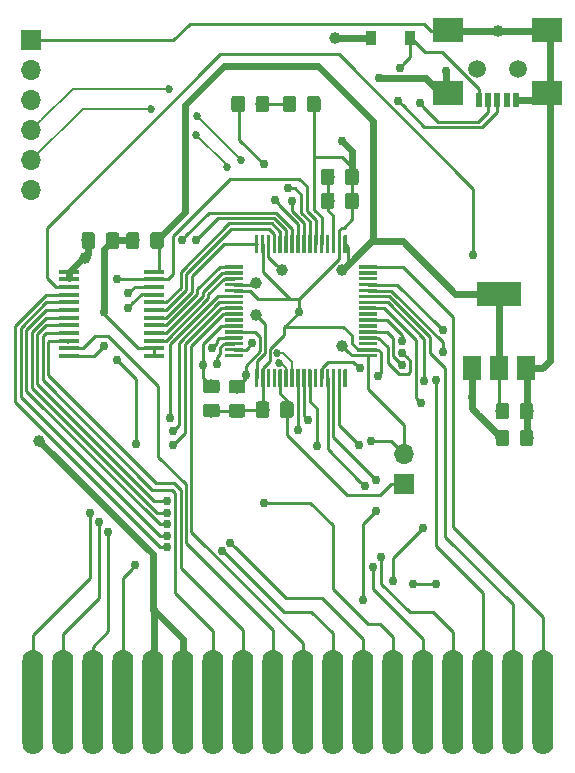
<source format=gbl>
G04 #@! TF.GenerationSoftware,KiCad,Pcbnew,(5.1.4-0)*
G04 #@! TF.CreationDate,2019-11-27T14:08:46-06:00*
G04 #@! TF.ProjectId,veccart,76656363-6172-4742-9e6b-696361645f70,rev?*
G04 #@! TF.SameCoordinates,Original*
G04 #@! TF.FileFunction,Copper,L2,Bot*
G04 #@! TF.FilePolarity,Positive*
%FSLAX46Y46*%
G04 Gerber Fmt 4.6, Leading zero omitted, Abs format (unit mm)*
G04 Created by KiCad (PCBNEW (5.1.4-0)) date 2019-11-27 14:08:46*
%MOMM*%
%LPD*%
G04 APERTURE LIST*
%ADD10R,2.500000X2.000000*%
%ADD11R,0.500000X1.250000*%
%ADD12C,1.500000*%
%ADD13O,1.700000X1.700000*%
%ADD14R,1.700000X1.700000*%
%ADD15O,1.778000X8.890000*%
%ADD16C,0.100000*%
%ADD17C,1.150000*%
%ADD18R,0.900000X1.200000*%
%ADD19R,1.750000X0.450000*%
%ADD20C,0.300000*%
%ADD21R,1.500000X2.000000*%
%ADD22R,3.800000X2.000000*%
%ADD23C,1.000000*%
%ADD24C,0.762000*%
%ADD25C,0.685800*%
%ADD26C,0.609600*%
%ADD27C,0.254000*%
%ADD28C,0.152400*%
G04 APERTURE END LIST*
D10*
X163644800Y-73694000D03*
X155244800Y-73694000D03*
X163644800Y-78994000D03*
X155244800Y-78994000D03*
D11*
X161044800Y-79644000D03*
X160244800Y-79644000D03*
X159444800Y-79644000D03*
X158644800Y-79644000D03*
X157844800Y-79644000D03*
D12*
X161194800Y-76994000D03*
X157694800Y-76994000D03*
D13*
X119989600Y-87274400D03*
X119989600Y-84734400D03*
X119989600Y-82194400D03*
X119989600Y-79654400D03*
X119989600Y-77114400D03*
D14*
X119989600Y-74574400D03*
D15*
X163278396Y-130598873D03*
X160738396Y-130598873D03*
X158198396Y-130598873D03*
X155658396Y-130598873D03*
X153118396Y-130598873D03*
X150578396Y-130598873D03*
X148038396Y-130598873D03*
X145498396Y-130598873D03*
X142958396Y-130598873D03*
X140418396Y-130598873D03*
X137878396Y-130598873D03*
X135338396Y-130598873D03*
X132798396Y-130598873D03*
X130258396Y-130598873D03*
X127718396Y-130598873D03*
X125178396Y-130598873D03*
X122638396Y-130598873D03*
X120098396Y-130598873D03*
D13*
X151536400Y-109601000D03*
D14*
X151536400Y-112141000D03*
D16*
G36*
X137847105Y-79260404D02*
G01*
X137871373Y-79264004D01*
X137895172Y-79269965D01*
X137918271Y-79278230D01*
X137940450Y-79288720D01*
X137961493Y-79301332D01*
X137981199Y-79315947D01*
X137999377Y-79332423D01*
X138015853Y-79350601D01*
X138030468Y-79370307D01*
X138043080Y-79391350D01*
X138053570Y-79413529D01*
X138061835Y-79436628D01*
X138067796Y-79460427D01*
X138071396Y-79484695D01*
X138072600Y-79509199D01*
X138072600Y-80409201D01*
X138071396Y-80433705D01*
X138067796Y-80457973D01*
X138061835Y-80481772D01*
X138053570Y-80504871D01*
X138043080Y-80527050D01*
X138030468Y-80548093D01*
X138015853Y-80567799D01*
X137999377Y-80585977D01*
X137981199Y-80602453D01*
X137961493Y-80617068D01*
X137940450Y-80629680D01*
X137918271Y-80640170D01*
X137895172Y-80648435D01*
X137871373Y-80654396D01*
X137847105Y-80657996D01*
X137822601Y-80659200D01*
X137172599Y-80659200D01*
X137148095Y-80657996D01*
X137123827Y-80654396D01*
X137100028Y-80648435D01*
X137076929Y-80640170D01*
X137054750Y-80629680D01*
X137033707Y-80617068D01*
X137014001Y-80602453D01*
X136995823Y-80585977D01*
X136979347Y-80567799D01*
X136964732Y-80548093D01*
X136952120Y-80527050D01*
X136941630Y-80504871D01*
X136933365Y-80481772D01*
X136927404Y-80457973D01*
X136923804Y-80433705D01*
X136922600Y-80409201D01*
X136922600Y-79509199D01*
X136923804Y-79484695D01*
X136927404Y-79460427D01*
X136933365Y-79436628D01*
X136941630Y-79413529D01*
X136952120Y-79391350D01*
X136964732Y-79370307D01*
X136979347Y-79350601D01*
X136995823Y-79332423D01*
X137014001Y-79315947D01*
X137033707Y-79301332D01*
X137054750Y-79288720D01*
X137076929Y-79278230D01*
X137100028Y-79269965D01*
X137123827Y-79264004D01*
X137148095Y-79260404D01*
X137172599Y-79259200D01*
X137822601Y-79259200D01*
X137847105Y-79260404D01*
X137847105Y-79260404D01*
G37*
D17*
X137497600Y-79959200D03*
D16*
G36*
X139897105Y-79260404D02*
G01*
X139921373Y-79264004D01*
X139945172Y-79269965D01*
X139968271Y-79278230D01*
X139990450Y-79288720D01*
X140011493Y-79301332D01*
X140031199Y-79315947D01*
X140049377Y-79332423D01*
X140065853Y-79350601D01*
X140080468Y-79370307D01*
X140093080Y-79391350D01*
X140103570Y-79413529D01*
X140111835Y-79436628D01*
X140117796Y-79460427D01*
X140121396Y-79484695D01*
X140122600Y-79509199D01*
X140122600Y-80409201D01*
X140121396Y-80433705D01*
X140117796Y-80457973D01*
X140111835Y-80481772D01*
X140103570Y-80504871D01*
X140093080Y-80527050D01*
X140080468Y-80548093D01*
X140065853Y-80567799D01*
X140049377Y-80585977D01*
X140031199Y-80602453D01*
X140011493Y-80617068D01*
X139990450Y-80629680D01*
X139968271Y-80640170D01*
X139945172Y-80648435D01*
X139921373Y-80654396D01*
X139897105Y-80657996D01*
X139872601Y-80659200D01*
X139222599Y-80659200D01*
X139198095Y-80657996D01*
X139173827Y-80654396D01*
X139150028Y-80648435D01*
X139126929Y-80640170D01*
X139104750Y-80629680D01*
X139083707Y-80617068D01*
X139064001Y-80602453D01*
X139045823Y-80585977D01*
X139029347Y-80567799D01*
X139014732Y-80548093D01*
X139002120Y-80527050D01*
X138991630Y-80504871D01*
X138983365Y-80481772D01*
X138977404Y-80457973D01*
X138973804Y-80433705D01*
X138972600Y-80409201D01*
X138972600Y-79509199D01*
X138973804Y-79484695D01*
X138977404Y-79460427D01*
X138983365Y-79436628D01*
X138991630Y-79413529D01*
X139002120Y-79391350D01*
X139014732Y-79370307D01*
X139029347Y-79350601D01*
X139045823Y-79332423D01*
X139064001Y-79315947D01*
X139083707Y-79301332D01*
X139104750Y-79288720D01*
X139126929Y-79278230D01*
X139150028Y-79269965D01*
X139173827Y-79264004D01*
X139198095Y-79260404D01*
X139222599Y-79259200D01*
X139872601Y-79259200D01*
X139897105Y-79260404D01*
X139897105Y-79260404D01*
G37*
D17*
X139547600Y-79959200D03*
D16*
G36*
X147475505Y-87464604D02*
G01*
X147499773Y-87468204D01*
X147523572Y-87474165D01*
X147546671Y-87482430D01*
X147568850Y-87492920D01*
X147589893Y-87505532D01*
X147609599Y-87520147D01*
X147627777Y-87536623D01*
X147644253Y-87554801D01*
X147658868Y-87574507D01*
X147671480Y-87595550D01*
X147681970Y-87617729D01*
X147690235Y-87640828D01*
X147696196Y-87664627D01*
X147699796Y-87688895D01*
X147701000Y-87713399D01*
X147701000Y-88613401D01*
X147699796Y-88637905D01*
X147696196Y-88662173D01*
X147690235Y-88685972D01*
X147681970Y-88709071D01*
X147671480Y-88731250D01*
X147658868Y-88752293D01*
X147644253Y-88771999D01*
X147627777Y-88790177D01*
X147609599Y-88806653D01*
X147589893Y-88821268D01*
X147568850Y-88833880D01*
X147546671Y-88844370D01*
X147523572Y-88852635D01*
X147499773Y-88858596D01*
X147475505Y-88862196D01*
X147451001Y-88863400D01*
X146800999Y-88863400D01*
X146776495Y-88862196D01*
X146752227Y-88858596D01*
X146728428Y-88852635D01*
X146705329Y-88844370D01*
X146683150Y-88833880D01*
X146662107Y-88821268D01*
X146642401Y-88806653D01*
X146624223Y-88790177D01*
X146607747Y-88771999D01*
X146593132Y-88752293D01*
X146580520Y-88731250D01*
X146570030Y-88709071D01*
X146561765Y-88685972D01*
X146555804Y-88662173D01*
X146552204Y-88637905D01*
X146551000Y-88613401D01*
X146551000Y-87713399D01*
X146552204Y-87688895D01*
X146555804Y-87664627D01*
X146561765Y-87640828D01*
X146570030Y-87617729D01*
X146580520Y-87595550D01*
X146593132Y-87574507D01*
X146607747Y-87554801D01*
X146624223Y-87536623D01*
X146642401Y-87520147D01*
X146662107Y-87505532D01*
X146683150Y-87492920D01*
X146705329Y-87482430D01*
X146728428Y-87474165D01*
X146752227Y-87468204D01*
X146776495Y-87464604D01*
X146800999Y-87463400D01*
X147451001Y-87463400D01*
X147475505Y-87464604D01*
X147475505Y-87464604D01*
G37*
D17*
X147126000Y-88163400D03*
D16*
G36*
X145425505Y-87464604D02*
G01*
X145449773Y-87468204D01*
X145473572Y-87474165D01*
X145496671Y-87482430D01*
X145518850Y-87492920D01*
X145539893Y-87505532D01*
X145559599Y-87520147D01*
X145577777Y-87536623D01*
X145594253Y-87554801D01*
X145608868Y-87574507D01*
X145621480Y-87595550D01*
X145631970Y-87617729D01*
X145640235Y-87640828D01*
X145646196Y-87664627D01*
X145649796Y-87688895D01*
X145651000Y-87713399D01*
X145651000Y-88613401D01*
X145649796Y-88637905D01*
X145646196Y-88662173D01*
X145640235Y-88685972D01*
X145631970Y-88709071D01*
X145621480Y-88731250D01*
X145608868Y-88752293D01*
X145594253Y-88771999D01*
X145577777Y-88790177D01*
X145559599Y-88806653D01*
X145539893Y-88821268D01*
X145518850Y-88833880D01*
X145496671Y-88844370D01*
X145473572Y-88852635D01*
X145449773Y-88858596D01*
X145425505Y-88862196D01*
X145401001Y-88863400D01*
X144750999Y-88863400D01*
X144726495Y-88862196D01*
X144702227Y-88858596D01*
X144678428Y-88852635D01*
X144655329Y-88844370D01*
X144633150Y-88833880D01*
X144612107Y-88821268D01*
X144592401Y-88806653D01*
X144574223Y-88790177D01*
X144557747Y-88771999D01*
X144543132Y-88752293D01*
X144530520Y-88731250D01*
X144520030Y-88709071D01*
X144511765Y-88685972D01*
X144505804Y-88662173D01*
X144502204Y-88637905D01*
X144501000Y-88613401D01*
X144501000Y-87713399D01*
X144502204Y-87688895D01*
X144505804Y-87664627D01*
X144511765Y-87640828D01*
X144520030Y-87617729D01*
X144530520Y-87595550D01*
X144543132Y-87574507D01*
X144557747Y-87554801D01*
X144574223Y-87536623D01*
X144592401Y-87520147D01*
X144612107Y-87505532D01*
X144633150Y-87492920D01*
X144655329Y-87482430D01*
X144678428Y-87474165D01*
X144702227Y-87468204D01*
X144726495Y-87464604D01*
X144750999Y-87463400D01*
X145401001Y-87463400D01*
X145425505Y-87464604D01*
X145425505Y-87464604D01*
G37*
D17*
X145076000Y-88163400D03*
D16*
G36*
X147466305Y-85432604D02*
G01*
X147490573Y-85436204D01*
X147514372Y-85442165D01*
X147537471Y-85450430D01*
X147559650Y-85460920D01*
X147580693Y-85473532D01*
X147600399Y-85488147D01*
X147618577Y-85504623D01*
X147635053Y-85522801D01*
X147649668Y-85542507D01*
X147662280Y-85563550D01*
X147672770Y-85585729D01*
X147681035Y-85608828D01*
X147686996Y-85632627D01*
X147690596Y-85656895D01*
X147691800Y-85681399D01*
X147691800Y-86581401D01*
X147690596Y-86605905D01*
X147686996Y-86630173D01*
X147681035Y-86653972D01*
X147672770Y-86677071D01*
X147662280Y-86699250D01*
X147649668Y-86720293D01*
X147635053Y-86739999D01*
X147618577Y-86758177D01*
X147600399Y-86774653D01*
X147580693Y-86789268D01*
X147559650Y-86801880D01*
X147537471Y-86812370D01*
X147514372Y-86820635D01*
X147490573Y-86826596D01*
X147466305Y-86830196D01*
X147441801Y-86831400D01*
X146791799Y-86831400D01*
X146767295Y-86830196D01*
X146743027Y-86826596D01*
X146719228Y-86820635D01*
X146696129Y-86812370D01*
X146673950Y-86801880D01*
X146652907Y-86789268D01*
X146633201Y-86774653D01*
X146615023Y-86758177D01*
X146598547Y-86739999D01*
X146583932Y-86720293D01*
X146571320Y-86699250D01*
X146560830Y-86677071D01*
X146552565Y-86653972D01*
X146546604Y-86630173D01*
X146543004Y-86605905D01*
X146541800Y-86581401D01*
X146541800Y-85681399D01*
X146543004Y-85656895D01*
X146546604Y-85632627D01*
X146552565Y-85608828D01*
X146560830Y-85585729D01*
X146571320Y-85563550D01*
X146583932Y-85542507D01*
X146598547Y-85522801D01*
X146615023Y-85504623D01*
X146633201Y-85488147D01*
X146652907Y-85473532D01*
X146673950Y-85460920D01*
X146696129Y-85450430D01*
X146719228Y-85442165D01*
X146743027Y-85436204D01*
X146767295Y-85432604D01*
X146791799Y-85431400D01*
X147441801Y-85431400D01*
X147466305Y-85432604D01*
X147466305Y-85432604D01*
G37*
D17*
X147116800Y-86131400D03*
D16*
G36*
X145416305Y-85432604D02*
G01*
X145440573Y-85436204D01*
X145464372Y-85442165D01*
X145487471Y-85450430D01*
X145509650Y-85460920D01*
X145530693Y-85473532D01*
X145550399Y-85488147D01*
X145568577Y-85504623D01*
X145585053Y-85522801D01*
X145599668Y-85542507D01*
X145612280Y-85563550D01*
X145622770Y-85585729D01*
X145631035Y-85608828D01*
X145636996Y-85632627D01*
X145640596Y-85656895D01*
X145641800Y-85681399D01*
X145641800Y-86581401D01*
X145640596Y-86605905D01*
X145636996Y-86630173D01*
X145631035Y-86653972D01*
X145622770Y-86677071D01*
X145612280Y-86699250D01*
X145599668Y-86720293D01*
X145585053Y-86739999D01*
X145568577Y-86758177D01*
X145550399Y-86774653D01*
X145530693Y-86789268D01*
X145509650Y-86801880D01*
X145487471Y-86812370D01*
X145464372Y-86820635D01*
X145440573Y-86826596D01*
X145416305Y-86830196D01*
X145391801Y-86831400D01*
X144741799Y-86831400D01*
X144717295Y-86830196D01*
X144693027Y-86826596D01*
X144669228Y-86820635D01*
X144646129Y-86812370D01*
X144623950Y-86801880D01*
X144602907Y-86789268D01*
X144583201Y-86774653D01*
X144565023Y-86758177D01*
X144548547Y-86739999D01*
X144533932Y-86720293D01*
X144521320Y-86699250D01*
X144510830Y-86677071D01*
X144502565Y-86653972D01*
X144496604Y-86630173D01*
X144493004Y-86605905D01*
X144491800Y-86581401D01*
X144491800Y-85681399D01*
X144493004Y-85656895D01*
X144496604Y-85632627D01*
X144502565Y-85608828D01*
X144510830Y-85585729D01*
X144521320Y-85563550D01*
X144533932Y-85542507D01*
X144548547Y-85522801D01*
X144565023Y-85504623D01*
X144583201Y-85488147D01*
X144602907Y-85473532D01*
X144623950Y-85460920D01*
X144646129Y-85450430D01*
X144669228Y-85442165D01*
X144693027Y-85436204D01*
X144717295Y-85432604D01*
X144741799Y-85431400D01*
X145391801Y-85431400D01*
X145416305Y-85432604D01*
X145416305Y-85432604D01*
G37*
D17*
X145066800Y-86131400D03*
D16*
G36*
X142190505Y-79260404D02*
G01*
X142214773Y-79264004D01*
X142238572Y-79269965D01*
X142261671Y-79278230D01*
X142283850Y-79288720D01*
X142304893Y-79301332D01*
X142324599Y-79315947D01*
X142342777Y-79332423D01*
X142359253Y-79350601D01*
X142373868Y-79370307D01*
X142386480Y-79391350D01*
X142396970Y-79413529D01*
X142405235Y-79436628D01*
X142411196Y-79460427D01*
X142414796Y-79484695D01*
X142416000Y-79509199D01*
X142416000Y-80409201D01*
X142414796Y-80433705D01*
X142411196Y-80457973D01*
X142405235Y-80481772D01*
X142396970Y-80504871D01*
X142386480Y-80527050D01*
X142373868Y-80548093D01*
X142359253Y-80567799D01*
X142342777Y-80585977D01*
X142324599Y-80602453D01*
X142304893Y-80617068D01*
X142283850Y-80629680D01*
X142261671Y-80640170D01*
X142238572Y-80648435D01*
X142214773Y-80654396D01*
X142190505Y-80657996D01*
X142166001Y-80659200D01*
X141515999Y-80659200D01*
X141491495Y-80657996D01*
X141467227Y-80654396D01*
X141443428Y-80648435D01*
X141420329Y-80640170D01*
X141398150Y-80629680D01*
X141377107Y-80617068D01*
X141357401Y-80602453D01*
X141339223Y-80585977D01*
X141322747Y-80567799D01*
X141308132Y-80548093D01*
X141295520Y-80527050D01*
X141285030Y-80504871D01*
X141276765Y-80481772D01*
X141270804Y-80457973D01*
X141267204Y-80433705D01*
X141266000Y-80409201D01*
X141266000Y-79509199D01*
X141267204Y-79484695D01*
X141270804Y-79460427D01*
X141276765Y-79436628D01*
X141285030Y-79413529D01*
X141295520Y-79391350D01*
X141308132Y-79370307D01*
X141322747Y-79350601D01*
X141339223Y-79332423D01*
X141357401Y-79315947D01*
X141377107Y-79301332D01*
X141398150Y-79288720D01*
X141420329Y-79278230D01*
X141443428Y-79269965D01*
X141467227Y-79264004D01*
X141491495Y-79260404D01*
X141515999Y-79259200D01*
X142166001Y-79259200D01*
X142190505Y-79260404D01*
X142190505Y-79260404D01*
G37*
D17*
X141841000Y-79959200D03*
D16*
G36*
X144240505Y-79260404D02*
G01*
X144264773Y-79264004D01*
X144288572Y-79269965D01*
X144311671Y-79278230D01*
X144333850Y-79288720D01*
X144354893Y-79301332D01*
X144374599Y-79315947D01*
X144392777Y-79332423D01*
X144409253Y-79350601D01*
X144423868Y-79370307D01*
X144436480Y-79391350D01*
X144446970Y-79413529D01*
X144455235Y-79436628D01*
X144461196Y-79460427D01*
X144464796Y-79484695D01*
X144466000Y-79509199D01*
X144466000Y-80409201D01*
X144464796Y-80433705D01*
X144461196Y-80457973D01*
X144455235Y-80481772D01*
X144446970Y-80504871D01*
X144436480Y-80527050D01*
X144423868Y-80548093D01*
X144409253Y-80567799D01*
X144392777Y-80585977D01*
X144374599Y-80602453D01*
X144354893Y-80617068D01*
X144333850Y-80629680D01*
X144311671Y-80640170D01*
X144288572Y-80648435D01*
X144264773Y-80654396D01*
X144240505Y-80657996D01*
X144216001Y-80659200D01*
X143565999Y-80659200D01*
X143541495Y-80657996D01*
X143517227Y-80654396D01*
X143493428Y-80648435D01*
X143470329Y-80640170D01*
X143448150Y-80629680D01*
X143427107Y-80617068D01*
X143407401Y-80602453D01*
X143389223Y-80585977D01*
X143372747Y-80567799D01*
X143358132Y-80548093D01*
X143345520Y-80527050D01*
X143335030Y-80504871D01*
X143326765Y-80481772D01*
X143320804Y-80457973D01*
X143317204Y-80433705D01*
X143316000Y-80409201D01*
X143316000Y-79509199D01*
X143317204Y-79484695D01*
X143320804Y-79460427D01*
X143326765Y-79436628D01*
X143335030Y-79413529D01*
X143345520Y-79391350D01*
X143358132Y-79370307D01*
X143372747Y-79350601D01*
X143389223Y-79332423D01*
X143407401Y-79315947D01*
X143427107Y-79301332D01*
X143448150Y-79288720D01*
X143470329Y-79278230D01*
X143493428Y-79269965D01*
X143517227Y-79264004D01*
X143541495Y-79260404D01*
X143565999Y-79259200D01*
X144216001Y-79259200D01*
X144240505Y-79260404D01*
X144240505Y-79260404D01*
G37*
D17*
X143891000Y-79959200D03*
D16*
G36*
X139913505Y-105143004D02*
G01*
X139937773Y-105146604D01*
X139961572Y-105152565D01*
X139984671Y-105160830D01*
X140006850Y-105171320D01*
X140027893Y-105183932D01*
X140047599Y-105198547D01*
X140065777Y-105215023D01*
X140082253Y-105233201D01*
X140096868Y-105252907D01*
X140109480Y-105273950D01*
X140119970Y-105296129D01*
X140128235Y-105319228D01*
X140134196Y-105343027D01*
X140137796Y-105367295D01*
X140139000Y-105391799D01*
X140139000Y-106291801D01*
X140137796Y-106316305D01*
X140134196Y-106340573D01*
X140128235Y-106364372D01*
X140119970Y-106387471D01*
X140109480Y-106409650D01*
X140096868Y-106430693D01*
X140082253Y-106450399D01*
X140065777Y-106468577D01*
X140047599Y-106485053D01*
X140027893Y-106499668D01*
X140006850Y-106512280D01*
X139984671Y-106522770D01*
X139961572Y-106531035D01*
X139937773Y-106536996D01*
X139913505Y-106540596D01*
X139889001Y-106541800D01*
X139238999Y-106541800D01*
X139214495Y-106540596D01*
X139190227Y-106536996D01*
X139166428Y-106531035D01*
X139143329Y-106522770D01*
X139121150Y-106512280D01*
X139100107Y-106499668D01*
X139080401Y-106485053D01*
X139062223Y-106468577D01*
X139045747Y-106450399D01*
X139031132Y-106430693D01*
X139018520Y-106409650D01*
X139008030Y-106387471D01*
X138999765Y-106364372D01*
X138993804Y-106340573D01*
X138990204Y-106316305D01*
X138989000Y-106291801D01*
X138989000Y-105391799D01*
X138990204Y-105367295D01*
X138993804Y-105343027D01*
X138999765Y-105319228D01*
X139008030Y-105296129D01*
X139018520Y-105273950D01*
X139031132Y-105252907D01*
X139045747Y-105233201D01*
X139062223Y-105215023D01*
X139080401Y-105198547D01*
X139100107Y-105183932D01*
X139121150Y-105171320D01*
X139143329Y-105160830D01*
X139166428Y-105152565D01*
X139190227Y-105146604D01*
X139214495Y-105143004D01*
X139238999Y-105141800D01*
X139889001Y-105141800D01*
X139913505Y-105143004D01*
X139913505Y-105143004D01*
G37*
D17*
X139564000Y-105841800D03*
D16*
G36*
X141963505Y-105143004D02*
G01*
X141987773Y-105146604D01*
X142011572Y-105152565D01*
X142034671Y-105160830D01*
X142056850Y-105171320D01*
X142077893Y-105183932D01*
X142097599Y-105198547D01*
X142115777Y-105215023D01*
X142132253Y-105233201D01*
X142146868Y-105252907D01*
X142159480Y-105273950D01*
X142169970Y-105296129D01*
X142178235Y-105319228D01*
X142184196Y-105343027D01*
X142187796Y-105367295D01*
X142189000Y-105391799D01*
X142189000Y-106291801D01*
X142187796Y-106316305D01*
X142184196Y-106340573D01*
X142178235Y-106364372D01*
X142169970Y-106387471D01*
X142159480Y-106409650D01*
X142146868Y-106430693D01*
X142132253Y-106450399D01*
X142115777Y-106468577D01*
X142097599Y-106485053D01*
X142077893Y-106499668D01*
X142056850Y-106512280D01*
X142034671Y-106522770D01*
X142011572Y-106531035D01*
X141987773Y-106536996D01*
X141963505Y-106540596D01*
X141939001Y-106541800D01*
X141288999Y-106541800D01*
X141264495Y-106540596D01*
X141240227Y-106536996D01*
X141216428Y-106531035D01*
X141193329Y-106522770D01*
X141171150Y-106512280D01*
X141150107Y-106499668D01*
X141130401Y-106485053D01*
X141112223Y-106468577D01*
X141095747Y-106450399D01*
X141081132Y-106430693D01*
X141068520Y-106409650D01*
X141058030Y-106387471D01*
X141049765Y-106364372D01*
X141043804Y-106340573D01*
X141040204Y-106316305D01*
X141039000Y-106291801D01*
X141039000Y-105391799D01*
X141040204Y-105367295D01*
X141043804Y-105343027D01*
X141049765Y-105319228D01*
X141058030Y-105296129D01*
X141068520Y-105273950D01*
X141081132Y-105252907D01*
X141095747Y-105233201D01*
X141112223Y-105215023D01*
X141130401Y-105198547D01*
X141150107Y-105183932D01*
X141171150Y-105171320D01*
X141193329Y-105160830D01*
X141216428Y-105152565D01*
X141240227Y-105146604D01*
X141264495Y-105143004D01*
X141288999Y-105141800D01*
X141939001Y-105141800D01*
X141963505Y-105143004D01*
X141963505Y-105143004D01*
G37*
D17*
X141614000Y-105841800D03*
D16*
G36*
X135704105Y-105344204D02*
G01*
X135728373Y-105347804D01*
X135752172Y-105353765D01*
X135775271Y-105362030D01*
X135797450Y-105372520D01*
X135818493Y-105385132D01*
X135838199Y-105399747D01*
X135856377Y-105416223D01*
X135872853Y-105434401D01*
X135887468Y-105454107D01*
X135900080Y-105475150D01*
X135910570Y-105497329D01*
X135918835Y-105520428D01*
X135924796Y-105544227D01*
X135928396Y-105568495D01*
X135929600Y-105592999D01*
X135929600Y-106243001D01*
X135928396Y-106267505D01*
X135924796Y-106291773D01*
X135918835Y-106315572D01*
X135910570Y-106338671D01*
X135900080Y-106360850D01*
X135887468Y-106381893D01*
X135872853Y-106401599D01*
X135856377Y-106419777D01*
X135838199Y-106436253D01*
X135818493Y-106450868D01*
X135797450Y-106463480D01*
X135775271Y-106473970D01*
X135752172Y-106482235D01*
X135728373Y-106488196D01*
X135704105Y-106491796D01*
X135679601Y-106493000D01*
X134779599Y-106493000D01*
X134755095Y-106491796D01*
X134730827Y-106488196D01*
X134707028Y-106482235D01*
X134683929Y-106473970D01*
X134661750Y-106463480D01*
X134640707Y-106450868D01*
X134621001Y-106436253D01*
X134602823Y-106419777D01*
X134586347Y-106401599D01*
X134571732Y-106381893D01*
X134559120Y-106360850D01*
X134548630Y-106338671D01*
X134540365Y-106315572D01*
X134534404Y-106291773D01*
X134530804Y-106267505D01*
X134529600Y-106243001D01*
X134529600Y-105592999D01*
X134530804Y-105568495D01*
X134534404Y-105544227D01*
X134540365Y-105520428D01*
X134548630Y-105497329D01*
X134559120Y-105475150D01*
X134571732Y-105454107D01*
X134586347Y-105434401D01*
X134602823Y-105416223D01*
X134621001Y-105399747D01*
X134640707Y-105385132D01*
X134661750Y-105372520D01*
X134683929Y-105362030D01*
X134707028Y-105353765D01*
X134730827Y-105347804D01*
X134755095Y-105344204D01*
X134779599Y-105343000D01*
X135679601Y-105343000D01*
X135704105Y-105344204D01*
X135704105Y-105344204D01*
G37*
D17*
X135229600Y-105918000D03*
D16*
G36*
X135704105Y-103294204D02*
G01*
X135728373Y-103297804D01*
X135752172Y-103303765D01*
X135775271Y-103312030D01*
X135797450Y-103322520D01*
X135818493Y-103335132D01*
X135838199Y-103349747D01*
X135856377Y-103366223D01*
X135872853Y-103384401D01*
X135887468Y-103404107D01*
X135900080Y-103425150D01*
X135910570Y-103447329D01*
X135918835Y-103470428D01*
X135924796Y-103494227D01*
X135928396Y-103518495D01*
X135929600Y-103542999D01*
X135929600Y-104193001D01*
X135928396Y-104217505D01*
X135924796Y-104241773D01*
X135918835Y-104265572D01*
X135910570Y-104288671D01*
X135900080Y-104310850D01*
X135887468Y-104331893D01*
X135872853Y-104351599D01*
X135856377Y-104369777D01*
X135838199Y-104386253D01*
X135818493Y-104400868D01*
X135797450Y-104413480D01*
X135775271Y-104423970D01*
X135752172Y-104432235D01*
X135728373Y-104438196D01*
X135704105Y-104441796D01*
X135679601Y-104443000D01*
X134779599Y-104443000D01*
X134755095Y-104441796D01*
X134730827Y-104438196D01*
X134707028Y-104432235D01*
X134683929Y-104423970D01*
X134661750Y-104413480D01*
X134640707Y-104400868D01*
X134621001Y-104386253D01*
X134602823Y-104369777D01*
X134586347Y-104351599D01*
X134571732Y-104331893D01*
X134559120Y-104310850D01*
X134548630Y-104288671D01*
X134540365Y-104265572D01*
X134534404Y-104241773D01*
X134530804Y-104217505D01*
X134529600Y-104193001D01*
X134529600Y-103542999D01*
X134530804Y-103518495D01*
X134534404Y-103494227D01*
X134540365Y-103470428D01*
X134548630Y-103447329D01*
X134559120Y-103425150D01*
X134571732Y-103404107D01*
X134586347Y-103384401D01*
X134602823Y-103366223D01*
X134621001Y-103349747D01*
X134640707Y-103335132D01*
X134661750Y-103322520D01*
X134683929Y-103312030D01*
X134707028Y-103303765D01*
X134730827Y-103297804D01*
X134755095Y-103294204D01*
X134779599Y-103293000D01*
X135679601Y-103293000D01*
X135704105Y-103294204D01*
X135704105Y-103294204D01*
G37*
D17*
X135229600Y-103868000D03*
D16*
G36*
X137863105Y-105362204D02*
G01*
X137887373Y-105365804D01*
X137911172Y-105371765D01*
X137934271Y-105380030D01*
X137956450Y-105390520D01*
X137977493Y-105403132D01*
X137997199Y-105417747D01*
X138015377Y-105434223D01*
X138031853Y-105452401D01*
X138046468Y-105472107D01*
X138059080Y-105493150D01*
X138069570Y-105515329D01*
X138077835Y-105538428D01*
X138083796Y-105562227D01*
X138087396Y-105586495D01*
X138088600Y-105610999D01*
X138088600Y-106261001D01*
X138087396Y-106285505D01*
X138083796Y-106309773D01*
X138077835Y-106333572D01*
X138069570Y-106356671D01*
X138059080Y-106378850D01*
X138046468Y-106399893D01*
X138031853Y-106419599D01*
X138015377Y-106437777D01*
X137997199Y-106454253D01*
X137977493Y-106468868D01*
X137956450Y-106481480D01*
X137934271Y-106491970D01*
X137911172Y-106500235D01*
X137887373Y-106506196D01*
X137863105Y-106509796D01*
X137838601Y-106511000D01*
X136938599Y-106511000D01*
X136914095Y-106509796D01*
X136889827Y-106506196D01*
X136866028Y-106500235D01*
X136842929Y-106491970D01*
X136820750Y-106481480D01*
X136799707Y-106468868D01*
X136780001Y-106454253D01*
X136761823Y-106437777D01*
X136745347Y-106419599D01*
X136730732Y-106399893D01*
X136718120Y-106378850D01*
X136707630Y-106356671D01*
X136699365Y-106333572D01*
X136693404Y-106309773D01*
X136689804Y-106285505D01*
X136688600Y-106261001D01*
X136688600Y-105610999D01*
X136689804Y-105586495D01*
X136693404Y-105562227D01*
X136699365Y-105538428D01*
X136707630Y-105515329D01*
X136718120Y-105493150D01*
X136730732Y-105472107D01*
X136745347Y-105452401D01*
X136761823Y-105434223D01*
X136780001Y-105417747D01*
X136799707Y-105403132D01*
X136820750Y-105390520D01*
X136842929Y-105380030D01*
X136866028Y-105371765D01*
X136889827Y-105365804D01*
X136914095Y-105362204D01*
X136938599Y-105361000D01*
X137838601Y-105361000D01*
X137863105Y-105362204D01*
X137863105Y-105362204D01*
G37*
D17*
X137388600Y-105936000D03*
D16*
G36*
X137863105Y-103312204D02*
G01*
X137887373Y-103315804D01*
X137911172Y-103321765D01*
X137934271Y-103330030D01*
X137956450Y-103340520D01*
X137977493Y-103353132D01*
X137997199Y-103367747D01*
X138015377Y-103384223D01*
X138031853Y-103402401D01*
X138046468Y-103422107D01*
X138059080Y-103443150D01*
X138069570Y-103465329D01*
X138077835Y-103488428D01*
X138083796Y-103512227D01*
X138087396Y-103536495D01*
X138088600Y-103560999D01*
X138088600Y-104211001D01*
X138087396Y-104235505D01*
X138083796Y-104259773D01*
X138077835Y-104283572D01*
X138069570Y-104306671D01*
X138059080Y-104328850D01*
X138046468Y-104349893D01*
X138031853Y-104369599D01*
X138015377Y-104387777D01*
X137997199Y-104404253D01*
X137977493Y-104418868D01*
X137956450Y-104431480D01*
X137934271Y-104441970D01*
X137911172Y-104450235D01*
X137887373Y-104456196D01*
X137863105Y-104459796D01*
X137838601Y-104461000D01*
X136938599Y-104461000D01*
X136914095Y-104459796D01*
X136889827Y-104456196D01*
X136866028Y-104450235D01*
X136842929Y-104441970D01*
X136820750Y-104431480D01*
X136799707Y-104418868D01*
X136780001Y-104404253D01*
X136761823Y-104387777D01*
X136745347Y-104369599D01*
X136730732Y-104349893D01*
X136718120Y-104328850D01*
X136707630Y-104306671D01*
X136699365Y-104283572D01*
X136693404Y-104259773D01*
X136689804Y-104235505D01*
X136688600Y-104211001D01*
X136688600Y-103560999D01*
X136689804Y-103536495D01*
X136693404Y-103512227D01*
X136699365Y-103488428D01*
X136707630Y-103465329D01*
X136718120Y-103443150D01*
X136730732Y-103422107D01*
X136745347Y-103402401D01*
X136761823Y-103384223D01*
X136780001Y-103367747D01*
X136799707Y-103353132D01*
X136820750Y-103340520D01*
X136842929Y-103330030D01*
X136866028Y-103321765D01*
X136889827Y-103315804D01*
X136914095Y-103312204D01*
X136938599Y-103311000D01*
X137838601Y-103311000D01*
X137863105Y-103312204D01*
X137863105Y-103312204D01*
G37*
D17*
X137388600Y-103886000D03*
D16*
G36*
X127206105Y-90817404D02*
G01*
X127230373Y-90821004D01*
X127254172Y-90826965D01*
X127277271Y-90835230D01*
X127299450Y-90845720D01*
X127320493Y-90858332D01*
X127340199Y-90872947D01*
X127358377Y-90889423D01*
X127374853Y-90907601D01*
X127389468Y-90927307D01*
X127402080Y-90948350D01*
X127412570Y-90970529D01*
X127420835Y-90993628D01*
X127426796Y-91017427D01*
X127430396Y-91041695D01*
X127431600Y-91066199D01*
X127431600Y-91966201D01*
X127430396Y-91990705D01*
X127426796Y-92014973D01*
X127420835Y-92038772D01*
X127412570Y-92061871D01*
X127402080Y-92084050D01*
X127389468Y-92105093D01*
X127374853Y-92124799D01*
X127358377Y-92142977D01*
X127340199Y-92159453D01*
X127320493Y-92174068D01*
X127299450Y-92186680D01*
X127277271Y-92197170D01*
X127254172Y-92205435D01*
X127230373Y-92211396D01*
X127206105Y-92214996D01*
X127181601Y-92216200D01*
X126531599Y-92216200D01*
X126507095Y-92214996D01*
X126482827Y-92211396D01*
X126459028Y-92205435D01*
X126435929Y-92197170D01*
X126413750Y-92186680D01*
X126392707Y-92174068D01*
X126373001Y-92159453D01*
X126354823Y-92142977D01*
X126338347Y-92124799D01*
X126323732Y-92105093D01*
X126311120Y-92084050D01*
X126300630Y-92061871D01*
X126292365Y-92038772D01*
X126286404Y-92014973D01*
X126282804Y-91990705D01*
X126281600Y-91966201D01*
X126281600Y-91066199D01*
X126282804Y-91041695D01*
X126286404Y-91017427D01*
X126292365Y-90993628D01*
X126300630Y-90970529D01*
X126311120Y-90948350D01*
X126323732Y-90927307D01*
X126338347Y-90907601D01*
X126354823Y-90889423D01*
X126373001Y-90872947D01*
X126392707Y-90858332D01*
X126413750Y-90845720D01*
X126435929Y-90835230D01*
X126459028Y-90826965D01*
X126482827Y-90821004D01*
X126507095Y-90817404D01*
X126531599Y-90816200D01*
X127181601Y-90816200D01*
X127206105Y-90817404D01*
X127206105Y-90817404D01*
G37*
D17*
X126856600Y-91516200D03*
D16*
G36*
X125156105Y-90817404D02*
G01*
X125180373Y-90821004D01*
X125204172Y-90826965D01*
X125227271Y-90835230D01*
X125249450Y-90845720D01*
X125270493Y-90858332D01*
X125290199Y-90872947D01*
X125308377Y-90889423D01*
X125324853Y-90907601D01*
X125339468Y-90927307D01*
X125352080Y-90948350D01*
X125362570Y-90970529D01*
X125370835Y-90993628D01*
X125376796Y-91017427D01*
X125380396Y-91041695D01*
X125381600Y-91066199D01*
X125381600Y-91966201D01*
X125380396Y-91990705D01*
X125376796Y-92014973D01*
X125370835Y-92038772D01*
X125362570Y-92061871D01*
X125352080Y-92084050D01*
X125339468Y-92105093D01*
X125324853Y-92124799D01*
X125308377Y-92142977D01*
X125290199Y-92159453D01*
X125270493Y-92174068D01*
X125249450Y-92186680D01*
X125227271Y-92197170D01*
X125204172Y-92205435D01*
X125180373Y-92211396D01*
X125156105Y-92214996D01*
X125131601Y-92216200D01*
X124481599Y-92216200D01*
X124457095Y-92214996D01*
X124432827Y-92211396D01*
X124409028Y-92205435D01*
X124385929Y-92197170D01*
X124363750Y-92186680D01*
X124342707Y-92174068D01*
X124323001Y-92159453D01*
X124304823Y-92142977D01*
X124288347Y-92124799D01*
X124273732Y-92105093D01*
X124261120Y-92084050D01*
X124250630Y-92061871D01*
X124242365Y-92038772D01*
X124236404Y-92014973D01*
X124232804Y-91990705D01*
X124231600Y-91966201D01*
X124231600Y-91066199D01*
X124232804Y-91041695D01*
X124236404Y-91017427D01*
X124242365Y-90993628D01*
X124250630Y-90970529D01*
X124261120Y-90948350D01*
X124273732Y-90927307D01*
X124288347Y-90907601D01*
X124304823Y-90889423D01*
X124323001Y-90872947D01*
X124342707Y-90858332D01*
X124363750Y-90845720D01*
X124385929Y-90835230D01*
X124409028Y-90826965D01*
X124432827Y-90821004D01*
X124457095Y-90817404D01*
X124481599Y-90816200D01*
X125131601Y-90816200D01*
X125156105Y-90817404D01*
X125156105Y-90817404D01*
G37*
D17*
X124806600Y-91516200D03*
D16*
G36*
X128915305Y-90817404D02*
G01*
X128939573Y-90821004D01*
X128963372Y-90826965D01*
X128986471Y-90835230D01*
X129008650Y-90845720D01*
X129029693Y-90858332D01*
X129049399Y-90872947D01*
X129067577Y-90889423D01*
X129084053Y-90907601D01*
X129098668Y-90927307D01*
X129111280Y-90948350D01*
X129121770Y-90970529D01*
X129130035Y-90993628D01*
X129135996Y-91017427D01*
X129139596Y-91041695D01*
X129140800Y-91066199D01*
X129140800Y-91966201D01*
X129139596Y-91990705D01*
X129135996Y-92014973D01*
X129130035Y-92038772D01*
X129121770Y-92061871D01*
X129111280Y-92084050D01*
X129098668Y-92105093D01*
X129084053Y-92124799D01*
X129067577Y-92142977D01*
X129049399Y-92159453D01*
X129029693Y-92174068D01*
X129008650Y-92186680D01*
X128986471Y-92197170D01*
X128963372Y-92205435D01*
X128939573Y-92211396D01*
X128915305Y-92214996D01*
X128890801Y-92216200D01*
X128240799Y-92216200D01*
X128216295Y-92214996D01*
X128192027Y-92211396D01*
X128168228Y-92205435D01*
X128145129Y-92197170D01*
X128122950Y-92186680D01*
X128101907Y-92174068D01*
X128082201Y-92159453D01*
X128064023Y-92142977D01*
X128047547Y-92124799D01*
X128032932Y-92105093D01*
X128020320Y-92084050D01*
X128009830Y-92061871D01*
X128001565Y-92038772D01*
X127995604Y-92014973D01*
X127992004Y-91990705D01*
X127990800Y-91966201D01*
X127990800Y-91066199D01*
X127992004Y-91041695D01*
X127995604Y-91017427D01*
X128001565Y-90993628D01*
X128009830Y-90970529D01*
X128020320Y-90948350D01*
X128032932Y-90927307D01*
X128047547Y-90907601D01*
X128064023Y-90889423D01*
X128082201Y-90872947D01*
X128101907Y-90858332D01*
X128122950Y-90845720D01*
X128145129Y-90835230D01*
X128168228Y-90826965D01*
X128192027Y-90821004D01*
X128216295Y-90817404D01*
X128240799Y-90816200D01*
X128890801Y-90816200D01*
X128915305Y-90817404D01*
X128915305Y-90817404D01*
G37*
D17*
X128565800Y-91516200D03*
D16*
G36*
X130965305Y-90817404D02*
G01*
X130989573Y-90821004D01*
X131013372Y-90826965D01*
X131036471Y-90835230D01*
X131058650Y-90845720D01*
X131079693Y-90858332D01*
X131099399Y-90872947D01*
X131117577Y-90889423D01*
X131134053Y-90907601D01*
X131148668Y-90927307D01*
X131161280Y-90948350D01*
X131171770Y-90970529D01*
X131180035Y-90993628D01*
X131185996Y-91017427D01*
X131189596Y-91041695D01*
X131190800Y-91066199D01*
X131190800Y-91966201D01*
X131189596Y-91990705D01*
X131185996Y-92014973D01*
X131180035Y-92038772D01*
X131171770Y-92061871D01*
X131161280Y-92084050D01*
X131148668Y-92105093D01*
X131134053Y-92124799D01*
X131117577Y-92142977D01*
X131099399Y-92159453D01*
X131079693Y-92174068D01*
X131058650Y-92186680D01*
X131036471Y-92197170D01*
X131013372Y-92205435D01*
X130989573Y-92211396D01*
X130965305Y-92214996D01*
X130940801Y-92216200D01*
X130290799Y-92216200D01*
X130266295Y-92214996D01*
X130242027Y-92211396D01*
X130218228Y-92205435D01*
X130195129Y-92197170D01*
X130172950Y-92186680D01*
X130151907Y-92174068D01*
X130132201Y-92159453D01*
X130114023Y-92142977D01*
X130097547Y-92124799D01*
X130082932Y-92105093D01*
X130070320Y-92084050D01*
X130059830Y-92061871D01*
X130051565Y-92038772D01*
X130045604Y-92014973D01*
X130042004Y-91990705D01*
X130040800Y-91966201D01*
X130040800Y-91066199D01*
X130042004Y-91041695D01*
X130045604Y-91017427D01*
X130051565Y-90993628D01*
X130059830Y-90970529D01*
X130070320Y-90948350D01*
X130082932Y-90927307D01*
X130097547Y-90907601D01*
X130114023Y-90889423D01*
X130132201Y-90872947D01*
X130151907Y-90858332D01*
X130172950Y-90845720D01*
X130195129Y-90835230D01*
X130218228Y-90826965D01*
X130242027Y-90821004D01*
X130266295Y-90817404D01*
X130290799Y-90816200D01*
X130940801Y-90816200D01*
X130965305Y-90817404D01*
X130965305Y-90817404D01*
G37*
D17*
X130615800Y-91516200D03*
D16*
G36*
X162258105Y-105270004D02*
G01*
X162282373Y-105273604D01*
X162306172Y-105279565D01*
X162329271Y-105287830D01*
X162351450Y-105298320D01*
X162372493Y-105310932D01*
X162392199Y-105325547D01*
X162410377Y-105342023D01*
X162426853Y-105360201D01*
X162441468Y-105379907D01*
X162454080Y-105400950D01*
X162464570Y-105423129D01*
X162472835Y-105446228D01*
X162478796Y-105470027D01*
X162482396Y-105494295D01*
X162483600Y-105518799D01*
X162483600Y-106418801D01*
X162482396Y-106443305D01*
X162478796Y-106467573D01*
X162472835Y-106491372D01*
X162464570Y-106514471D01*
X162454080Y-106536650D01*
X162441468Y-106557693D01*
X162426853Y-106577399D01*
X162410377Y-106595577D01*
X162392199Y-106612053D01*
X162372493Y-106626668D01*
X162351450Y-106639280D01*
X162329271Y-106649770D01*
X162306172Y-106658035D01*
X162282373Y-106663996D01*
X162258105Y-106667596D01*
X162233601Y-106668800D01*
X161583599Y-106668800D01*
X161559095Y-106667596D01*
X161534827Y-106663996D01*
X161511028Y-106658035D01*
X161487929Y-106649770D01*
X161465750Y-106639280D01*
X161444707Y-106626668D01*
X161425001Y-106612053D01*
X161406823Y-106595577D01*
X161390347Y-106577399D01*
X161375732Y-106557693D01*
X161363120Y-106536650D01*
X161352630Y-106514471D01*
X161344365Y-106491372D01*
X161338404Y-106467573D01*
X161334804Y-106443305D01*
X161333600Y-106418801D01*
X161333600Y-105518799D01*
X161334804Y-105494295D01*
X161338404Y-105470027D01*
X161344365Y-105446228D01*
X161352630Y-105423129D01*
X161363120Y-105400950D01*
X161375732Y-105379907D01*
X161390347Y-105360201D01*
X161406823Y-105342023D01*
X161425001Y-105325547D01*
X161444707Y-105310932D01*
X161465750Y-105298320D01*
X161487929Y-105287830D01*
X161511028Y-105279565D01*
X161534827Y-105273604D01*
X161559095Y-105270004D01*
X161583599Y-105268800D01*
X162233601Y-105268800D01*
X162258105Y-105270004D01*
X162258105Y-105270004D01*
G37*
D17*
X161908600Y-105968800D03*
D16*
G36*
X160208105Y-105270004D02*
G01*
X160232373Y-105273604D01*
X160256172Y-105279565D01*
X160279271Y-105287830D01*
X160301450Y-105298320D01*
X160322493Y-105310932D01*
X160342199Y-105325547D01*
X160360377Y-105342023D01*
X160376853Y-105360201D01*
X160391468Y-105379907D01*
X160404080Y-105400950D01*
X160414570Y-105423129D01*
X160422835Y-105446228D01*
X160428796Y-105470027D01*
X160432396Y-105494295D01*
X160433600Y-105518799D01*
X160433600Y-106418801D01*
X160432396Y-106443305D01*
X160428796Y-106467573D01*
X160422835Y-106491372D01*
X160414570Y-106514471D01*
X160404080Y-106536650D01*
X160391468Y-106557693D01*
X160376853Y-106577399D01*
X160360377Y-106595577D01*
X160342199Y-106612053D01*
X160322493Y-106626668D01*
X160301450Y-106639280D01*
X160279271Y-106649770D01*
X160256172Y-106658035D01*
X160232373Y-106663996D01*
X160208105Y-106667596D01*
X160183601Y-106668800D01*
X159533599Y-106668800D01*
X159509095Y-106667596D01*
X159484827Y-106663996D01*
X159461028Y-106658035D01*
X159437929Y-106649770D01*
X159415750Y-106639280D01*
X159394707Y-106626668D01*
X159375001Y-106612053D01*
X159356823Y-106595577D01*
X159340347Y-106577399D01*
X159325732Y-106557693D01*
X159313120Y-106536650D01*
X159302630Y-106514471D01*
X159294365Y-106491372D01*
X159288404Y-106467573D01*
X159284804Y-106443305D01*
X159283600Y-106418801D01*
X159283600Y-105518799D01*
X159284804Y-105494295D01*
X159288404Y-105470027D01*
X159294365Y-105446228D01*
X159302630Y-105423129D01*
X159313120Y-105400950D01*
X159325732Y-105379907D01*
X159340347Y-105360201D01*
X159356823Y-105342023D01*
X159375001Y-105325547D01*
X159394707Y-105310932D01*
X159415750Y-105298320D01*
X159437929Y-105287830D01*
X159461028Y-105279565D01*
X159484827Y-105273604D01*
X159509095Y-105270004D01*
X159533599Y-105268800D01*
X160183601Y-105268800D01*
X160208105Y-105270004D01*
X160208105Y-105270004D01*
G37*
D17*
X159858600Y-105968800D03*
D16*
G36*
X162258105Y-107530604D02*
G01*
X162282373Y-107534204D01*
X162306172Y-107540165D01*
X162329271Y-107548430D01*
X162351450Y-107558920D01*
X162372493Y-107571532D01*
X162392199Y-107586147D01*
X162410377Y-107602623D01*
X162426853Y-107620801D01*
X162441468Y-107640507D01*
X162454080Y-107661550D01*
X162464570Y-107683729D01*
X162472835Y-107706828D01*
X162478796Y-107730627D01*
X162482396Y-107754895D01*
X162483600Y-107779399D01*
X162483600Y-108679401D01*
X162482396Y-108703905D01*
X162478796Y-108728173D01*
X162472835Y-108751972D01*
X162464570Y-108775071D01*
X162454080Y-108797250D01*
X162441468Y-108818293D01*
X162426853Y-108837999D01*
X162410377Y-108856177D01*
X162392199Y-108872653D01*
X162372493Y-108887268D01*
X162351450Y-108899880D01*
X162329271Y-108910370D01*
X162306172Y-108918635D01*
X162282373Y-108924596D01*
X162258105Y-108928196D01*
X162233601Y-108929400D01*
X161583599Y-108929400D01*
X161559095Y-108928196D01*
X161534827Y-108924596D01*
X161511028Y-108918635D01*
X161487929Y-108910370D01*
X161465750Y-108899880D01*
X161444707Y-108887268D01*
X161425001Y-108872653D01*
X161406823Y-108856177D01*
X161390347Y-108837999D01*
X161375732Y-108818293D01*
X161363120Y-108797250D01*
X161352630Y-108775071D01*
X161344365Y-108751972D01*
X161338404Y-108728173D01*
X161334804Y-108703905D01*
X161333600Y-108679401D01*
X161333600Y-107779399D01*
X161334804Y-107754895D01*
X161338404Y-107730627D01*
X161344365Y-107706828D01*
X161352630Y-107683729D01*
X161363120Y-107661550D01*
X161375732Y-107640507D01*
X161390347Y-107620801D01*
X161406823Y-107602623D01*
X161425001Y-107586147D01*
X161444707Y-107571532D01*
X161465750Y-107558920D01*
X161487929Y-107548430D01*
X161511028Y-107540165D01*
X161534827Y-107534204D01*
X161559095Y-107530604D01*
X161583599Y-107529400D01*
X162233601Y-107529400D01*
X162258105Y-107530604D01*
X162258105Y-107530604D01*
G37*
D17*
X161908600Y-108229400D03*
D16*
G36*
X160208105Y-107530604D02*
G01*
X160232373Y-107534204D01*
X160256172Y-107540165D01*
X160279271Y-107548430D01*
X160301450Y-107558920D01*
X160322493Y-107571532D01*
X160342199Y-107586147D01*
X160360377Y-107602623D01*
X160376853Y-107620801D01*
X160391468Y-107640507D01*
X160404080Y-107661550D01*
X160414570Y-107683729D01*
X160422835Y-107706828D01*
X160428796Y-107730627D01*
X160432396Y-107754895D01*
X160433600Y-107779399D01*
X160433600Y-108679401D01*
X160432396Y-108703905D01*
X160428796Y-108728173D01*
X160422835Y-108751972D01*
X160414570Y-108775071D01*
X160404080Y-108797250D01*
X160391468Y-108818293D01*
X160376853Y-108837999D01*
X160360377Y-108856177D01*
X160342199Y-108872653D01*
X160322493Y-108887268D01*
X160301450Y-108899880D01*
X160279271Y-108910370D01*
X160256172Y-108918635D01*
X160232373Y-108924596D01*
X160208105Y-108928196D01*
X160183601Y-108929400D01*
X159533599Y-108929400D01*
X159509095Y-108928196D01*
X159484827Y-108924596D01*
X159461028Y-108918635D01*
X159437929Y-108910370D01*
X159415750Y-108899880D01*
X159394707Y-108887268D01*
X159375001Y-108872653D01*
X159356823Y-108856177D01*
X159340347Y-108837999D01*
X159325732Y-108818293D01*
X159313120Y-108797250D01*
X159302630Y-108775071D01*
X159294365Y-108751972D01*
X159288404Y-108728173D01*
X159284804Y-108703905D01*
X159283600Y-108679401D01*
X159283600Y-107779399D01*
X159284804Y-107754895D01*
X159288404Y-107730627D01*
X159294365Y-107706828D01*
X159302630Y-107683729D01*
X159313120Y-107661550D01*
X159325732Y-107640507D01*
X159340347Y-107620801D01*
X159356823Y-107602623D01*
X159375001Y-107586147D01*
X159394707Y-107571532D01*
X159415750Y-107558920D01*
X159437929Y-107548430D01*
X159461028Y-107540165D01*
X159484827Y-107534204D01*
X159509095Y-107530604D01*
X159533599Y-107529400D01*
X160183601Y-107529400D01*
X160208105Y-107530604D01*
X160208105Y-107530604D01*
G37*
D17*
X159858600Y-108229400D03*
D18*
X152042400Y-74345800D03*
X148742400Y-74345800D03*
D19*
X123203600Y-94145200D03*
X123203600Y-94795200D03*
X123203600Y-95445200D03*
X123203600Y-96095200D03*
X123203600Y-96745200D03*
X123203600Y-97395200D03*
X123203600Y-98045200D03*
X123203600Y-98695200D03*
X123203600Y-99345200D03*
X123203600Y-99995200D03*
X123203600Y-100645200D03*
X123203600Y-101295200D03*
X130403600Y-101295200D03*
X130403600Y-100645200D03*
X130403600Y-99995200D03*
X130403600Y-99345200D03*
X130403600Y-98695200D03*
X130403600Y-98045200D03*
X130403600Y-97395200D03*
X130403600Y-96745200D03*
X130403600Y-96095200D03*
X130403600Y-95445200D03*
X130403600Y-94795200D03*
X130403600Y-94145200D03*
D16*
G36*
X139141747Y-102402834D02*
G01*
X139149028Y-102403914D01*
X139156167Y-102405702D01*
X139163097Y-102408182D01*
X139169751Y-102411329D01*
X139176064Y-102415113D01*
X139181975Y-102419497D01*
X139187429Y-102424440D01*
X139192372Y-102429894D01*
X139196756Y-102435805D01*
X139200540Y-102442118D01*
X139203687Y-102448772D01*
X139206167Y-102455702D01*
X139207955Y-102462841D01*
X139209035Y-102470122D01*
X139209396Y-102477473D01*
X139209396Y-103877473D01*
X139209035Y-103884824D01*
X139207955Y-103892105D01*
X139206167Y-103899244D01*
X139203687Y-103906174D01*
X139200540Y-103912828D01*
X139196756Y-103919141D01*
X139192372Y-103925052D01*
X139187429Y-103930506D01*
X139181975Y-103935449D01*
X139176064Y-103939833D01*
X139169751Y-103943617D01*
X139163097Y-103946764D01*
X139156167Y-103949244D01*
X139149028Y-103951032D01*
X139141747Y-103952112D01*
X139134396Y-103952473D01*
X138984396Y-103952473D01*
X138977045Y-103952112D01*
X138969764Y-103951032D01*
X138962625Y-103949244D01*
X138955695Y-103946764D01*
X138949041Y-103943617D01*
X138942728Y-103939833D01*
X138936817Y-103935449D01*
X138931363Y-103930506D01*
X138926420Y-103925052D01*
X138922036Y-103919141D01*
X138918252Y-103912828D01*
X138915105Y-103906174D01*
X138912625Y-103899244D01*
X138910837Y-103892105D01*
X138909757Y-103884824D01*
X138909396Y-103877473D01*
X138909396Y-102477473D01*
X138909757Y-102470122D01*
X138910837Y-102462841D01*
X138912625Y-102455702D01*
X138915105Y-102448772D01*
X138918252Y-102442118D01*
X138922036Y-102435805D01*
X138926420Y-102429894D01*
X138931363Y-102424440D01*
X138936817Y-102419497D01*
X138942728Y-102415113D01*
X138949041Y-102411329D01*
X138955695Y-102408182D01*
X138962625Y-102405702D01*
X138969764Y-102403914D01*
X138977045Y-102402834D01*
X138984396Y-102402473D01*
X139134396Y-102402473D01*
X139141747Y-102402834D01*
X139141747Y-102402834D01*
G37*
D20*
X139059396Y-103177473D03*
D16*
G36*
X139641747Y-102402834D02*
G01*
X139649028Y-102403914D01*
X139656167Y-102405702D01*
X139663097Y-102408182D01*
X139669751Y-102411329D01*
X139676064Y-102415113D01*
X139681975Y-102419497D01*
X139687429Y-102424440D01*
X139692372Y-102429894D01*
X139696756Y-102435805D01*
X139700540Y-102442118D01*
X139703687Y-102448772D01*
X139706167Y-102455702D01*
X139707955Y-102462841D01*
X139709035Y-102470122D01*
X139709396Y-102477473D01*
X139709396Y-103877473D01*
X139709035Y-103884824D01*
X139707955Y-103892105D01*
X139706167Y-103899244D01*
X139703687Y-103906174D01*
X139700540Y-103912828D01*
X139696756Y-103919141D01*
X139692372Y-103925052D01*
X139687429Y-103930506D01*
X139681975Y-103935449D01*
X139676064Y-103939833D01*
X139669751Y-103943617D01*
X139663097Y-103946764D01*
X139656167Y-103949244D01*
X139649028Y-103951032D01*
X139641747Y-103952112D01*
X139634396Y-103952473D01*
X139484396Y-103952473D01*
X139477045Y-103952112D01*
X139469764Y-103951032D01*
X139462625Y-103949244D01*
X139455695Y-103946764D01*
X139449041Y-103943617D01*
X139442728Y-103939833D01*
X139436817Y-103935449D01*
X139431363Y-103930506D01*
X139426420Y-103925052D01*
X139422036Y-103919141D01*
X139418252Y-103912828D01*
X139415105Y-103906174D01*
X139412625Y-103899244D01*
X139410837Y-103892105D01*
X139409757Y-103884824D01*
X139409396Y-103877473D01*
X139409396Y-102477473D01*
X139409757Y-102470122D01*
X139410837Y-102462841D01*
X139412625Y-102455702D01*
X139415105Y-102448772D01*
X139418252Y-102442118D01*
X139422036Y-102435805D01*
X139426420Y-102429894D01*
X139431363Y-102424440D01*
X139436817Y-102419497D01*
X139442728Y-102415113D01*
X139449041Y-102411329D01*
X139455695Y-102408182D01*
X139462625Y-102405702D01*
X139469764Y-102403914D01*
X139477045Y-102402834D01*
X139484396Y-102402473D01*
X139634396Y-102402473D01*
X139641747Y-102402834D01*
X139641747Y-102402834D01*
G37*
D20*
X139559396Y-103177473D03*
D16*
G36*
X140141747Y-102402834D02*
G01*
X140149028Y-102403914D01*
X140156167Y-102405702D01*
X140163097Y-102408182D01*
X140169751Y-102411329D01*
X140176064Y-102415113D01*
X140181975Y-102419497D01*
X140187429Y-102424440D01*
X140192372Y-102429894D01*
X140196756Y-102435805D01*
X140200540Y-102442118D01*
X140203687Y-102448772D01*
X140206167Y-102455702D01*
X140207955Y-102462841D01*
X140209035Y-102470122D01*
X140209396Y-102477473D01*
X140209396Y-103877473D01*
X140209035Y-103884824D01*
X140207955Y-103892105D01*
X140206167Y-103899244D01*
X140203687Y-103906174D01*
X140200540Y-103912828D01*
X140196756Y-103919141D01*
X140192372Y-103925052D01*
X140187429Y-103930506D01*
X140181975Y-103935449D01*
X140176064Y-103939833D01*
X140169751Y-103943617D01*
X140163097Y-103946764D01*
X140156167Y-103949244D01*
X140149028Y-103951032D01*
X140141747Y-103952112D01*
X140134396Y-103952473D01*
X139984396Y-103952473D01*
X139977045Y-103952112D01*
X139969764Y-103951032D01*
X139962625Y-103949244D01*
X139955695Y-103946764D01*
X139949041Y-103943617D01*
X139942728Y-103939833D01*
X139936817Y-103935449D01*
X139931363Y-103930506D01*
X139926420Y-103925052D01*
X139922036Y-103919141D01*
X139918252Y-103912828D01*
X139915105Y-103906174D01*
X139912625Y-103899244D01*
X139910837Y-103892105D01*
X139909757Y-103884824D01*
X139909396Y-103877473D01*
X139909396Y-102477473D01*
X139909757Y-102470122D01*
X139910837Y-102462841D01*
X139912625Y-102455702D01*
X139915105Y-102448772D01*
X139918252Y-102442118D01*
X139922036Y-102435805D01*
X139926420Y-102429894D01*
X139931363Y-102424440D01*
X139936817Y-102419497D01*
X139942728Y-102415113D01*
X139949041Y-102411329D01*
X139955695Y-102408182D01*
X139962625Y-102405702D01*
X139969764Y-102403914D01*
X139977045Y-102402834D01*
X139984396Y-102402473D01*
X140134396Y-102402473D01*
X140141747Y-102402834D01*
X140141747Y-102402834D01*
G37*
D20*
X140059396Y-103177473D03*
D16*
G36*
X140641747Y-102402834D02*
G01*
X140649028Y-102403914D01*
X140656167Y-102405702D01*
X140663097Y-102408182D01*
X140669751Y-102411329D01*
X140676064Y-102415113D01*
X140681975Y-102419497D01*
X140687429Y-102424440D01*
X140692372Y-102429894D01*
X140696756Y-102435805D01*
X140700540Y-102442118D01*
X140703687Y-102448772D01*
X140706167Y-102455702D01*
X140707955Y-102462841D01*
X140709035Y-102470122D01*
X140709396Y-102477473D01*
X140709396Y-103877473D01*
X140709035Y-103884824D01*
X140707955Y-103892105D01*
X140706167Y-103899244D01*
X140703687Y-103906174D01*
X140700540Y-103912828D01*
X140696756Y-103919141D01*
X140692372Y-103925052D01*
X140687429Y-103930506D01*
X140681975Y-103935449D01*
X140676064Y-103939833D01*
X140669751Y-103943617D01*
X140663097Y-103946764D01*
X140656167Y-103949244D01*
X140649028Y-103951032D01*
X140641747Y-103952112D01*
X140634396Y-103952473D01*
X140484396Y-103952473D01*
X140477045Y-103952112D01*
X140469764Y-103951032D01*
X140462625Y-103949244D01*
X140455695Y-103946764D01*
X140449041Y-103943617D01*
X140442728Y-103939833D01*
X140436817Y-103935449D01*
X140431363Y-103930506D01*
X140426420Y-103925052D01*
X140422036Y-103919141D01*
X140418252Y-103912828D01*
X140415105Y-103906174D01*
X140412625Y-103899244D01*
X140410837Y-103892105D01*
X140409757Y-103884824D01*
X140409396Y-103877473D01*
X140409396Y-102477473D01*
X140409757Y-102470122D01*
X140410837Y-102462841D01*
X140412625Y-102455702D01*
X140415105Y-102448772D01*
X140418252Y-102442118D01*
X140422036Y-102435805D01*
X140426420Y-102429894D01*
X140431363Y-102424440D01*
X140436817Y-102419497D01*
X140442728Y-102415113D01*
X140449041Y-102411329D01*
X140455695Y-102408182D01*
X140462625Y-102405702D01*
X140469764Y-102403914D01*
X140477045Y-102402834D01*
X140484396Y-102402473D01*
X140634396Y-102402473D01*
X140641747Y-102402834D01*
X140641747Y-102402834D01*
G37*
D20*
X140559396Y-103177473D03*
D16*
G36*
X141141747Y-102402834D02*
G01*
X141149028Y-102403914D01*
X141156167Y-102405702D01*
X141163097Y-102408182D01*
X141169751Y-102411329D01*
X141176064Y-102415113D01*
X141181975Y-102419497D01*
X141187429Y-102424440D01*
X141192372Y-102429894D01*
X141196756Y-102435805D01*
X141200540Y-102442118D01*
X141203687Y-102448772D01*
X141206167Y-102455702D01*
X141207955Y-102462841D01*
X141209035Y-102470122D01*
X141209396Y-102477473D01*
X141209396Y-103877473D01*
X141209035Y-103884824D01*
X141207955Y-103892105D01*
X141206167Y-103899244D01*
X141203687Y-103906174D01*
X141200540Y-103912828D01*
X141196756Y-103919141D01*
X141192372Y-103925052D01*
X141187429Y-103930506D01*
X141181975Y-103935449D01*
X141176064Y-103939833D01*
X141169751Y-103943617D01*
X141163097Y-103946764D01*
X141156167Y-103949244D01*
X141149028Y-103951032D01*
X141141747Y-103952112D01*
X141134396Y-103952473D01*
X140984396Y-103952473D01*
X140977045Y-103952112D01*
X140969764Y-103951032D01*
X140962625Y-103949244D01*
X140955695Y-103946764D01*
X140949041Y-103943617D01*
X140942728Y-103939833D01*
X140936817Y-103935449D01*
X140931363Y-103930506D01*
X140926420Y-103925052D01*
X140922036Y-103919141D01*
X140918252Y-103912828D01*
X140915105Y-103906174D01*
X140912625Y-103899244D01*
X140910837Y-103892105D01*
X140909757Y-103884824D01*
X140909396Y-103877473D01*
X140909396Y-102477473D01*
X140909757Y-102470122D01*
X140910837Y-102462841D01*
X140912625Y-102455702D01*
X140915105Y-102448772D01*
X140918252Y-102442118D01*
X140922036Y-102435805D01*
X140926420Y-102429894D01*
X140931363Y-102424440D01*
X140936817Y-102419497D01*
X140942728Y-102415113D01*
X140949041Y-102411329D01*
X140955695Y-102408182D01*
X140962625Y-102405702D01*
X140969764Y-102403914D01*
X140977045Y-102402834D01*
X140984396Y-102402473D01*
X141134396Y-102402473D01*
X141141747Y-102402834D01*
X141141747Y-102402834D01*
G37*
D20*
X141059396Y-103177473D03*
D16*
G36*
X141641747Y-102402834D02*
G01*
X141649028Y-102403914D01*
X141656167Y-102405702D01*
X141663097Y-102408182D01*
X141669751Y-102411329D01*
X141676064Y-102415113D01*
X141681975Y-102419497D01*
X141687429Y-102424440D01*
X141692372Y-102429894D01*
X141696756Y-102435805D01*
X141700540Y-102442118D01*
X141703687Y-102448772D01*
X141706167Y-102455702D01*
X141707955Y-102462841D01*
X141709035Y-102470122D01*
X141709396Y-102477473D01*
X141709396Y-103877473D01*
X141709035Y-103884824D01*
X141707955Y-103892105D01*
X141706167Y-103899244D01*
X141703687Y-103906174D01*
X141700540Y-103912828D01*
X141696756Y-103919141D01*
X141692372Y-103925052D01*
X141687429Y-103930506D01*
X141681975Y-103935449D01*
X141676064Y-103939833D01*
X141669751Y-103943617D01*
X141663097Y-103946764D01*
X141656167Y-103949244D01*
X141649028Y-103951032D01*
X141641747Y-103952112D01*
X141634396Y-103952473D01*
X141484396Y-103952473D01*
X141477045Y-103952112D01*
X141469764Y-103951032D01*
X141462625Y-103949244D01*
X141455695Y-103946764D01*
X141449041Y-103943617D01*
X141442728Y-103939833D01*
X141436817Y-103935449D01*
X141431363Y-103930506D01*
X141426420Y-103925052D01*
X141422036Y-103919141D01*
X141418252Y-103912828D01*
X141415105Y-103906174D01*
X141412625Y-103899244D01*
X141410837Y-103892105D01*
X141409757Y-103884824D01*
X141409396Y-103877473D01*
X141409396Y-102477473D01*
X141409757Y-102470122D01*
X141410837Y-102462841D01*
X141412625Y-102455702D01*
X141415105Y-102448772D01*
X141418252Y-102442118D01*
X141422036Y-102435805D01*
X141426420Y-102429894D01*
X141431363Y-102424440D01*
X141436817Y-102419497D01*
X141442728Y-102415113D01*
X141449041Y-102411329D01*
X141455695Y-102408182D01*
X141462625Y-102405702D01*
X141469764Y-102403914D01*
X141477045Y-102402834D01*
X141484396Y-102402473D01*
X141634396Y-102402473D01*
X141641747Y-102402834D01*
X141641747Y-102402834D01*
G37*
D20*
X141559396Y-103177473D03*
D16*
G36*
X142141747Y-102402834D02*
G01*
X142149028Y-102403914D01*
X142156167Y-102405702D01*
X142163097Y-102408182D01*
X142169751Y-102411329D01*
X142176064Y-102415113D01*
X142181975Y-102419497D01*
X142187429Y-102424440D01*
X142192372Y-102429894D01*
X142196756Y-102435805D01*
X142200540Y-102442118D01*
X142203687Y-102448772D01*
X142206167Y-102455702D01*
X142207955Y-102462841D01*
X142209035Y-102470122D01*
X142209396Y-102477473D01*
X142209396Y-103877473D01*
X142209035Y-103884824D01*
X142207955Y-103892105D01*
X142206167Y-103899244D01*
X142203687Y-103906174D01*
X142200540Y-103912828D01*
X142196756Y-103919141D01*
X142192372Y-103925052D01*
X142187429Y-103930506D01*
X142181975Y-103935449D01*
X142176064Y-103939833D01*
X142169751Y-103943617D01*
X142163097Y-103946764D01*
X142156167Y-103949244D01*
X142149028Y-103951032D01*
X142141747Y-103952112D01*
X142134396Y-103952473D01*
X141984396Y-103952473D01*
X141977045Y-103952112D01*
X141969764Y-103951032D01*
X141962625Y-103949244D01*
X141955695Y-103946764D01*
X141949041Y-103943617D01*
X141942728Y-103939833D01*
X141936817Y-103935449D01*
X141931363Y-103930506D01*
X141926420Y-103925052D01*
X141922036Y-103919141D01*
X141918252Y-103912828D01*
X141915105Y-103906174D01*
X141912625Y-103899244D01*
X141910837Y-103892105D01*
X141909757Y-103884824D01*
X141909396Y-103877473D01*
X141909396Y-102477473D01*
X141909757Y-102470122D01*
X141910837Y-102462841D01*
X141912625Y-102455702D01*
X141915105Y-102448772D01*
X141918252Y-102442118D01*
X141922036Y-102435805D01*
X141926420Y-102429894D01*
X141931363Y-102424440D01*
X141936817Y-102419497D01*
X141942728Y-102415113D01*
X141949041Y-102411329D01*
X141955695Y-102408182D01*
X141962625Y-102405702D01*
X141969764Y-102403914D01*
X141977045Y-102402834D01*
X141984396Y-102402473D01*
X142134396Y-102402473D01*
X142141747Y-102402834D01*
X142141747Y-102402834D01*
G37*
D20*
X142059396Y-103177473D03*
D16*
G36*
X142641747Y-102402834D02*
G01*
X142649028Y-102403914D01*
X142656167Y-102405702D01*
X142663097Y-102408182D01*
X142669751Y-102411329D01*
X142676064Y-102415113D01*
X142681975Y-102419497D01*
X142687429Y-102424440D01*
X142692372Y-102429894D01*
X142696756Y-102435805D01*
X142700540Y-102442118D01*
X142703687Y-102448772D01*
X142706167Y-102455702D01*
X142707955Y-102462841D01*
X142709035Y-102470122D01*
X142709396Y-102477473D01*
X142709396Y-103877473D01*
X142709035Y-103884824D01*
X142707955Y-103892105D01*
X142706167Y-103899244D01*
X142703687Y-103906174D01*
X142700540Y-103912828D01*
X142696756Y-103919141D01*
X142692372Y-103925052D01*
X142687429Y-103930506D01*
X142681975Y-103935449D01*
X142676064Y-103939833D01*
X142669751Y-103943617D01*
X142663097Y-103946764D01*
X142656167Y-103949244D01*
X142649028Y-103951032D01*
X142641747Y-103952112D01*
X142634396Y-103952473D01*
X142484396Y-103952473D01*
X142477045Y-103952112D01*
X142469764Y-103951032D01*
X142462625Y-103949244D01*
X142455695Y-103946764D01*
X142449041Y-103943617D01*
X142442728Y-103939833D01*
X142436817Y-103935449D01*
X142431363Y-103930506D01*
X142426420Y-103925052D01*
X142422036Y-103919141D01*
X142418252Y-103912828D01*
X142415105Y-103906174D01*
X142412625Y-103899244D01*
X142410837Y-103892105D01*
X142409757Y-103884824D01*
X142409396Y-103877473D01*
X142409396Y-102477473D01*
X142409757Y-102470122D01*
X142410837Y-102462841D01*
X142412625Y-102455702D01*
X142415105Y-102448772D01*
X142418252Y-102442118D01*
X142422036Y-102435805D01*
X142426420Y-102429894D01*
X142431363Y-102424440D01*
X142436817Y-102419497D01*
X142442728Y-102415113D01*
X142449041Y-102411329D01*
X142455695Y-102408182D01*
X142462625Y-102405702D01*
X142469764Y-102403914D01*
X142477045Y-102402834D01*
X142484396Y-102402473D01*
X142634396Y-102402473D01*
X142641747Y-102402834D01*
X142641747Y-102402834D01*
G37*
D20*
X142559396Y-103177473D03*
D16*
G36*
X143141747Y-102402834D02*
G01*
X143149028Y-102403914D01*
X143156167Y-102405702D01*
X143163097Y-102408182D01*
X143169751Y-102411329D01*
X143176064Y-102415113D01*
X143181975Y-102419497D01*
X143187429Y-102424440D01*
X143192372Y-102429894D01*
X143196756Y-102435805D01*
X143200540Y-102442118D01*
X143203687Y-102448772D01*
X143206167Y-102455702D01*
X143207955Y-102462841D01*
X143209035Y-102470122D01*
X143209396Y-102477473D01*
X143209396Y-103877473D01*
X143209035Y-103884824D01*
X143207955Y-103892105D01*
X143206167Y-103899244D01*
X143203687Y-103906174D01*
X143200540Y-103912828D01*
X143196756Y-103919141D01*
X143192372Y-103925052D01*
X143187429Y-103930506D01*
X143181975Y-103935449D01*
X143176064Y-103939833D01*
X143169751Y-103943617D01*
X143163097Y-103946764D01*
X143156167Y-103949244D01*
X143149028Y-103951032D01*
X143141747Y-103952112D01*
X143134396Y-103952473D01*
X142984396Y-103952473D01*
X142977045Y-103952112D01*
X142969764Y-103951032D01*
X142962625Y-103949244D01*
X142955695Y-103946764D01*
X142949041Y-103943617D01*
X142942728Y-103939833D01*
X142936817Y-103935449D01*
X142931363Y-103930506D01*
X142926420Y-103925052D01*
X142922036Y-103919141D01*
X142918252Y-103912828D01*
X142915105Y-103906174D01*
X142912625Y-103899244D01*
X142910837Y-103892105D01*
X142909757Y-103884824D01*
X142909396Y-103877473D01*
X142909396Y-102477473D01*
X142909757Y-102470122D01*
X142910837Y-102462841D01*
X142912625Y-102455702D01*
X142915105Y-102448772D01*
X142918252Y-102442118D01*
X142922036Y-102435805D01*
X142926420Y-102429894D01*
X142931363Y-102424440D01*
X142936817Y-102419497D01*
X142942728Y-102415113D01*
X142949041Y-102411329D01*
X142955695Y-102408182D01*
X142962625Y-102405702D01*
X142969764Y-102403914D01*
X142977045Y-102402834D01*
X142984396Y-102402473D01*
X143134396Y-102402473D01*
X143141747Y-102402834D01*
X143141747Y-102402834D01*
G37*
D20*
X143059396Y-103177473D03*
D16*
G36*
X143641747Y-102402834D02*
G01*
X143649028Y-102403914D01*
X143656167Y-102405702D01*
X143663097Y-102408182D01*
X143669751Y-102411329D01*
X143676064Y-102415113D01*
X143681975Y-102419497D01*
X143687429Y-102424440D01*
X143692372Y-102429894D01*
X143696756Y-102435805D01*
X143700540Y-102442118D01*
X143703687Y-102448772D01*
X143706167Y-102455702D01*
X143707955Y-102462841D01*
X143709035Y-102470122D01*
X143709396Y-102477473D01*
X143709396Y-103877473D01*
X143709035Y-103884824D01*
X143707955Y-103892105D01*
X143706167Y-103899244D01*
X143703687Y-103906174D01*
X143700540Y-103912828D01*
X143696756Y-103919141D01*
X143692372Y-103925052D01*
X143687429Y-103930506D01*
X143681975Y-103935449D01*
X143676064Y-103939833D01*
X143669751Y-103943617D01*
X143663097Y-103946764D01*
X143656167Y-103949244D01*
X143649028Y-103951032D01*
X143641747Y-103952112D01*
X143634396Y-103952473D01*
X143484396Y-103952473D01*
X143477045Y-103952112D01*
X143469764Y-103951032D01*
X143462625Y-103949244D01*
X143455695Y-103946764D01*
X143449041Y-103943617D01*
X143442728Y-103939833D01*
X143436817Y-103935449D01*
X143431363Y-103930506D01*
X143426420Y-103925052D01*
X143422036Y-103919141D01*
X143418252Y-103912828D01*
X143415105Y-103906174D01*
X143412625Y-103899244D01*
X143410837Y-103892105D01*
X143409757Y-103884824D01*
X143409396Y-103877473D01*
X143409396Y-102477473D01*
X143409757Y-102470122D01*
X143410837Y-102462841D01*
X143412625Y-102455702D01*
X143415105Y-102448772D01*
X143418252Y-102442118D01*
X143422036Y-102435805D01*
X143426420Y-102429894D01*
X143431363Y-102424440D01*
X143436817Y-102419497D01*
X143442728Y-102415113D01*
X143449041Y-102411329D01*
X143455695Y-102408182D01*
X143462625Y-102405702D01*
X143469764Y-102403914D01*
X143477045Y-102402834D01*
X143484396Y-102402473D01*
X143634396Y-102402473D01*
X143641747Y-102402834D01*
X143641747Y-102402834D01*
G37*
D20*
X143559396Y-103177473D03*
D16*
G36*
X144141747Y-102402834D02*
G01*
X144149028Y-102403914D01*
X144156167Y-102405702D01*
X144163097Y-102408182D01*
X144169751Y-102411329D01*
X144176064Y-102415113D01*
X144181975Y-102419497D01*
X144187429Y-102424440D01*
X144192372Y-102429894D01*
X144196756Y-102435805D01*
X144200540Y-102442118D01*
X144203687Y-102448772D01*
X144206167Y-102455702D01*
X144207955Y-102462841D01*
X144209035Y-102470122D01*
X144209396Y-102477473D01*
X144209396Y-103877473D01*
X144209035Y-103884824D01*
X144207955Y-103892105D01*
X144206167Y-103899244D01*
X144203687Y-103906174D01*
X144200540Y-103912828D01*
X144196756Y-103919141D01*
X144192372Y-103925052D01*
X144187429Y-103930506D01*
X144181975Y-103935449D01*
X144176064Y-103939833D01*
X144169751Y-103943617D01*
X144163097Y-103946764D01*
X144156167Y-103949244D01*
X144149028Y-103951032D01*
X144141747Y-103952112D01*
X144134396Y-103952473D01*
X143984396Y-103952473D01*
X143977045Y-103952112D01*
X143969764Y-103951032D01*
X143962625Y-103949244D01*
X143955695Y-103946764D01*
X143949041Y-103943617D01*
X143942728Y-103939833D01*
X143936817Y-103935449D01*
X143931363Y-103930506D01*
X143926420Y-103925052D01*
X143922036Y-103919141D01*
X143918252Y-103912828D01*
X143915105Y-103906174D01*
X143912625Y-103899244D01*
X143910837Y-103892105D01*
X143909757Y-103884824D01*
X143909396Y-103877473D01*
X143909396Y-102477473D01*
X143909757Y-102470122D01*
X143910837Y-102462841D01*
X143912625Y-102455702D01*
X143915105Y-102448772D01*
X143918252Y-102442118D01*
X143922036Y-102435805D01*
X143926420Y-102429894D01*
X143931363Y-102424440D01*
X143936817Y-102419497D01*
X143942728Y-102415113D01*
X143949041Y-102411329D01*
X143955695Y-102408182D01*
X143962625Y-102405702D01*
X143969764Y-102403914D01*
X143977045Y-102402834D01*
X143984396Y-102402473D01*
X144134396Y-102402473D01*
X144141747Y-102402834D01*
X144141747Y-102402834D01*
G37*
D20*
X144059396Y-103177473D03*
D16*
G36*
X144641747Y-102402834D02*
G01*
X144649028Y-102403914D01*
X144656167Y-102405702D01*
X144663097Y-102408182D01*
X144669751Y-102411329D01*
X144676064Y-102415113D01*
X144681975Y-102419497D01*
X144687429Y-102424440D01*
X144692372Y-102429894D01*
X144696756Y-102435805D01*
X144700540Y-102442118D01*
X144703687Y-102448772D01*
X144706167Y-102455702D01*
X144707955Y-102462841D01*
X144709035Y-102470122D01*
X144709396Y-102477473D01*
X144709396Y-103877473D01*
X144709035Y-103884824D01*
X144707955Y-103892105D01*
X144706167Y-103899244D01*
X144703687Y-103906174D01*
X144700540Y-103912828D01*
X144696756Y-103919141D01*
X144692372Y-103925052D01*
X144687429Y-103930506D01*
X144681975Y-103935449D01*
X144676064Y-103939833D01*
X144669751Y-103943617D01*
X144663097Y-103946764D01*
X144656167Y-103949244D01*
X144649028Y-103951032D01*
X144641747Y-103952112D01*
X144634396Y-103952473D01*
X144484396Y-103952473D01*
X144477045Y-103952112D01*
X144469764Y-103951032D01*
X144462625Y-103949244D01*
X144455695Y-103946764D01*
X144449041Y-103943617D01*
X144442728Y-103939833D01*
X144436817Y-103935449D01*
X144431363Y-103930506D01*
X144426420Y-103925052D01*
X144422036Y-103919141D01*
X144418252Y-103912828D01*
X144415105Y-103906174D01*
X144412625Y-103899244D01*
X144410837Y-103892105D01*
X144409757Y-103884824D01*
X144409396Y-103877473D01*
X144409396Y-102477473D01*
X144409757Y-102470122D01*
X144410837Y-102462841D01*
X144412625Y-102455702D01*
X144415105Y-102448772D01*
X144418252Y-102442118D01*
X144422036Y-102435805D01*
X144426420Y-102429894D01*
X144431363Y-102424440D01*
X144436817Y-102419497D01*
X144442728Y-102415113D01*
X144449041Y-102411329D01*
X144455695Y-102408182D01*
X144462625Y-102405702D01*
X144469764Y-102403914D01*
X144477045Y-102402834D01*
X144484396Y-102402473D01*
X144634396Y-102402473D01*
X144641747Y-102402834D01*
X144641747Y-102402834D01*
G37*
D20*
X144559396Y-103177473D03*
D16*
G36*
X145141747Y-102402834D02*
G01*
X145149028Y-102403914D01*
X145156167Y-102405702D01*
X145163097Y-102408182D01*
X145169751Y-102411329D01*
X145176064Y-102415113D01*
X145181975Y-102419497D01*
X145187429Y-102424440D01*
X145192372Y-102429894D01*
X145196756Y-102435805D01*
X145200540Y-102442118D01*
X145203687Y-102448772D01*
X145206167Y-102455702D01*
X145207955Y-102462841D01*
X145209035Y-102470122D01*
X145209396Y-102477473D01*
X145209396Y-103877473D01*
X145209035Y-103884824D01*
X145207955Y-103892105D01*
X145206167Y-103899244D01*
X145203687Y-103906174D01*
X145200540Y-103912828D01*
X145196756Y-103919141D01*
X145192372Y-103925052D01*
X145187429Y-103930506D01*
X145181975Y-103935449D01*
X145176064Y-103939833D01*
X145169751Y-103943617D01*
X145163097Y-103946764D01*
X145156167Y-103949244D01*
X145149028Y-103951032D01*
X145141747Y-103952112D01*
X145134396Y-103952473D01*
X144984396Y-103952473D01*
X144977045Y-103952112D01*
X144969764Y-103951032D01*
X144962625Y-103949244D01*
X144955695Y-103946764D01*
X144949041Y-103943617D01*
X144942728Y-103939833D01*
X144936817Y-103935449D01*
X144931363Y-103930506D01*
X144926420Y-103925052D01*
X144922036Y-103919141D01*
X144918252Y-103912828D01*
X144915105Y-103906174D01*
X144912625Y-103899244D01*
X144910837Y-103892105D01*
X144909757Y-103884824D01*
X144909396Y-103877473D01*
X144909396Y-102477473D01*
X144909757Y-102470122D01*
X144910837Y-102462841D01*
X144912625Y-102455702D01*
X144915105Y-102448772D01*
X144918252Y-102442118D01*
X144922036Y-102435805D01*
X144926420Y-102429894D01*
X144931363Y-102424440D01*
X144936817Y-102419497D01*
X144942728Y-102415113D01*
X144949041Y-102411329D01*
X144955695Y-102408182D01*
X144962625Y-102405702D01*
X144969764Y-102403914D01*
X144977045Y-102402834D01*
X144984396Y-102402473D01*
X145134396Y-102402473D01*
X145141747Y-102402834D01*
X145141747Y-102402834D01*
G37*
D20*
X145059396Y-103177473D03*
D16*
G36*
X145641747Y-102402834D02*
G01*
X145649028Y-102403914D01*
X145656167Y-102405702D01*
X145663097Y-102408182D01*
X145669751Y-102411329D01*
X145676064Y-102415113D01*
X145681975Y-102419497D01*
X145687429Y-102424440D01*
X145692372Y-102429894D01*
X145696756Y-102435805D01*
X145700540Y-102442118D01*
X145703687Y-102448772D01*
X145706167Y-102455702D01*
X145707955Y-102462841D01*
X145709035Y-102470122D01*
X145709396Y-102477473D01*
X145709396Y-103877473D01*
X145709035Y-103884824D01*
X145707955Y-103892105D01*
X145706167Y-103899244D01*
X145703687Y-103906174D01*
X145700540Y-103912828D01*
X145696756Y-103919141D01*
X145692372Y-103925052D01*
X145687429Y-103930506D01*
X145681975Y-103935449D01*
X145676064Y-103939833D01*
X145669751Y-103943617D01*
X145663097Y-103946764D01*
X145656167Y-103949244D01*
X145649028Y-103951032D01*
X145641747Y-103952112D01*
X145634396Y-103952473D01*
X145484396Y-103952473D01*
X145477045Y-103952112D01*
X145469764Y-103951032D01*
X145462625Y-103949244D01*
X145455695Y-103946764D01*
X145449041Y-103943617D01*
X145442728Y-103939833D01*
X145436817Y-103935449D01*
X145431363Y-103930506D01*
X145426420Y-103925052D01*
X145422036Y-103919141D01*
X145418252Y-103912828D01*
X145415105Y-103906174D01*
X145412625Y-103899244D01*
X145410837Y-103892105D01*
X145409757Y-103884824D01*
X145409396Y-103877473D01*
X145409396Y-102477473D01*
X145409757Y-102470122D01*
X145410837Y-102462841D01*
X145412625Y-102455702D01*
X145415105Y-102448772D01*
X145418252Y-102442118D01*
X145422036Y-102435805D01*
X145426420Y-102429894D01*
X145431363Y-102424440D01*
X145436817Y-102419497D01*
X145442728Y-102415113D01*
X145449041Y-102411329D01*
X145455695Y-102408182D01*
X145462625Y-102405702D01*
X145469764Y-102403914D01*
X145477045Y-102402834D01*
X145484396Y-102402473D01*
X145634396Y-102402473D01*
X145641747Y-102402834D01*
X145641747Y-102402834D01*
G37*
D20*
X145559396Y-103177473D03*
D16*
G36*
X146141747Y-102402834D02*
G01*
X146149028Y-102403914D01*
X146156167Y-102405702D01*
X146163097Y-102408182D01*
X146169751Y-102411329D01*
X146176064Y-102415113D01*
X146181975Y-102419497D01*
X146187429Y-102424440D01*
X146192372Y-102429894D01*
X146196756Y-102435805D01*
X146200540Y-102442118D01*
X146203687Y-102448772D01*
X146206167Y-102455702D01*
X146207955Y-102462841D01*
X146209035Y-102470122D01*
X146209396Y-102477473D01*
X146209396Y-103877473D01*
X146209035Y-103884824D01*
X146207955Y-103892105D01*
X146206167Y-103899244D01*
X146203687Y-103906174D01*
X146200540Y-103912828D01*
X146196756Y-103919141D01*
X146192372Y-103925052D01*
X146187429Y-103930506D01*
X146181975Y-103935449D01*
X146176064Y-103939833D01*
X146169751Y-103943617D01*
X146163097Y-103946764D01*
X146156167Y-103949244D01*
X146149028Y-103951032D01*
X146141747Y-103952112D01*
X146134396Y-103952473D01*
X145984396Y-103952473D01*
X145977045Y-103952112D01*
X145969764Y-103951032D01*
X145962625Y-103949244D01*
X145955695Y-103946764D01*
X145949041Y-103943617D01*
X145942728Y-103939833D01*
X145936817Y-103935449D01*
X145931363Y-103930506D01*
X145926420Y-103925052D01*
X145922036Y-103919141D01*
X145918252Y-103912828D01*
X145915105Y-103906174D01*
X145912625Y-103899244D01*
X145910837Y-103892105D01*
X145909757Y-103884824D01*
X145909396Y-103877473D01*
X145909396Y-102477473D01*
X145909757Y-102470122D01*
X145910837Y-102462841D01*
X145912625Y-102455702D01*
X145915105Y-102448772D01*
X145918252Y-102442118D01*
X145922036Y-102435805D01*
X145926420Y-102429894D01*
X145931363Y-102424440D01*
X145936817Y-102419497D01*
X145942728Y-102415113D01*
X145949041Y-102411329D01*
X145955695Y-102408182D01*
X145962625Y-102405702D01*
X145969764Y-102403914D01*
X145977045Y-102402834D01*
X145984396Y-102402473D01*
X146134396Y-102402473D01*
X146141747Y-102402834D01*
X146141747Y-102402834D01*
G37*
D20*
X146059396Y-103177473D03*
D16*
G36*
X146641747Y-102402834D02*
G01*
X146649028Y-102403914D01*
X146656167Y-102405702D01*
X146663097Y-102408182D01*
X146669751Y-102411329D01*
X146676064Y-102415113D01*
X146681975Y-102419497D01*
X146687429Y-102424440D01*
X146692372Y-102429894D01*
X146696756Y-102435805D01*
X146700540Y-102442118D01*
X146703687Y-102448772D01*
X146706167Y-102455702D01*
X146707955Y-102462841D01*
X146709035Y-102470122D01*
X146709396Y-102477473D01*
X146709396Y-103877473D01*
X146709035Y-103884824D01*
X146707955Y-103892105D01*
X146706167Y-103899244D01*
X146703687Y-103906174D01*
X146700540Y-103912828D01*
X146696756Y-103919141D01*
X146692372Y-103925052D01*
X146687429Y-103930506D01*
X146681975Y-103935449D01*
X146676064Y-103939833D01*
X146669751Y-103943617D01*
X146663097Y-103946764D01*
X146656167Y-103949244D01*
X146649028Y-103951032D01*
X146641747Y-103952112D01*
X146634396Y-103952473D01*
X146484396Y-103952473D01*
X146477045Y-103952112D01*
X146469764Y-103951032D01*
X146462625Y-103949244D01*
X146455695Y-103946764D01*
X146449041Y-103943617D01*
X146442728Y-103939833D01*
X146436817Y-103935449D01*
X146431363Y-103930506D01*
X146426420Y-103925052D01*
X146422036Y-103919141D01*
X146418252Y-103912828D01*
X146415105Y-103906174D01*
X146412625Y-103899244D01*
X146410837Y-103892105D01*
X146409757Y-103884824D01*
X146409396Y-103877473D01*
X146409396Y-102477473D01*
X146409757Y-102470122D01*
X146410837Y-102462841D01*
X146412625Y-102455702D01*
X146415105Y-102448772D01*
X146418252Y-102442118D01*
X146422036Y-102435805D01*
X146426420Y-102429894D01*
X146431363Y-102424440D01*
X146436817Y-102419497D01*
X146442728Y-102415113D01*
X146449041Y-102411329D01*
X146455695Y-102408182D01*
X146462625Y-102405702D01*
X146469764Y-102403914D01*
X146477045Y-102402834D01*
X146484396Y-102402473D01*
X146634396Y-102402473D01*
X146641747Y-102402834D01*
X146641747Y-102402834D01*
G37*
D20*
X146559396Y-103177473D03*
D16*
G36*
X149191747Y-101102834D02*
G01*
X149199028Y-101103914D01*
X149206167Y-101105702D01*
X149213097Y-101108182D01*
X149219751Y-101111329D01*
X149226064Y-101115113D01*
X149231975Y-101119497D01*
X149237429Y-101124440D01*
X149242372Y-101129894D01*
X149246756Y-101135805D01*
X149250540Y-101142118D01*
X149253687Y-101148772D01*
X149256167Y-101155702D01*
X149257955Y-101162841D01*
X149259035Y-101170122D01*
X149259396Y-101177473D01*
X149259396Y-101327473D01*
X149259035Y-101334824D01*
X149257955Y-101342105D01*
X149256167Y-101349244D01*
X149253687Y-101356174D01*
X149250540Y-101362828D01*
X149246756Y-101369141D01*
X149242372Y-101375052D01*
X149237429Y-101380506D01*
X149231975Y-101385449D01*
X149226064Y-101389833D01*
X149219751Y-101393617D01*
X149213097Y-101396764D01*
X149206167Y-101399244D01*
X149199028Y-101401032D01*
X149191747Y-101402112D01*
X149184396Y-101402473D01*
X147784396Y-101402473D01*
X147777045Y-101402112D01*
X147769764Y-101401032D01*
X147762625Y-101399244D01*
X147755695Y-101396764D01*
X147749041Y-101393617D01*
X147742728Y-101389833D01*
X147736817Y-101385449D01*
X147731363Y-101380506D01*
X147726420Y-101375052D01*
X147722036Y-101369141D01*
X147718252Y-101362828D01*
X147715105Y-101356174D01*
X147712625Y-101349244D01*
X147710837Y-101342105D01*
X147709757Y-101334824D01*
X147709396Y-101327473D01*
X147709396Y-101177473D01*
X147709757Y-101170122D01*
X147710837Y-101162841D01*
X147712625Y-101155702D01*
X147715105Y-101148772D01*
X147718252Y-101142118D01*
X147722036Y-101135805D01*
X147726420Y-101129894D01*
X147731363Y-101124440D01*
X147736817Y-101119497D01*
X147742728Y-101115113D01*
X147749041Y-101111329D01*
X147755695Y-101108182D01*
X147762625Y-101105702D01*
X147769764Y-101103914D01*
X147777045Y-101102834D01*
X147784396Y-101102473D01*
X149184396Y-101102473D01*
X149191747Y-101102834D01*
X149191747Y-101102834D01*
G37*
D20*
X148484396Y-101252473D03*
D16*
G36*
X149191747Y-100602834D02*
G01*
X149199028Y-100603914D01*
X149206167Y-100605702D01*
X149213097Y-100608182D01*
X149219751Y-100611329D01*
X149226064Y-100615113D01*
X149231975Y-100619497D01*
X149237429Y-100624440D01*
X149242372Y-100629894D01*
X149246756Y-100635805D01*
X149250540Y-100642118D01*
X149253687Y-100648772D01*
X149256167Y-100655702D01*
X149257955Y-100662841D01*
X149259035Y-100670122D01*
X149259396Y-100677473D01*
X149259396Y-100827473D01*
X149259035Y-100834824D01*
X149257955Y-100842105D01*
X149256167Y-100849244D01*
X149253687Y-100856174D01*
X149250540Y-100862828D01*
X149246756Y-100869141D01*
X149242372Y-100875052D01*
X149237429Y-100880506D01*
X149231975Y-100885449D01*
X149226064Y-100889833D01*
X149219751Y-100893617D01*
X149213097Y-100896764D01*
X149206167Y-100899244D01*
X149199028Y-100901032D01*
X149191747Y-100902112D01*
X149184396Y-100902473D01*
X147784396Y-100902473D01*
X147777045Y-100902112D01*
X147769764Y-100901032D01*
X147762625Y-100899244D01*
X147755695Y-100896764D01*
X147749041Y-100893617D01*
X147742728Y-100889833D01*
X147736817Y-100885449D01*
X147731363Y-100880506D01*
X147726420Y-100875052D01*
X147722036Y-100869141D01*
X147718252Y-100862828D01*
X147715105Y-100856174D01*
X147712625Y-100849244D01*
X147710837Y-100842105D01*
X147709757Y-100834824D01*
X147709396Y-100827473D01*
X147709396Y-100677473D01*
X147709757Y-100670122D01*
X147710837Y-100662841D01*
X147712625Y-100655702D01*
X147715105Y-100648772D01*
X147718252Y-100642118D01*
X147722036Y-100635805D01*
X147726420Y-100629894D01*
X147731363Y-100624440D01*
X147736817Y-100619497D01*
X147742728Y-100615113D01*
X147749041Y-100611329D01*
X147755695Y-100608182D01*
X147762625Y-100605702D01*
X147769764Y-100603914D01*
X147777045Y-100602834D01*
X147784396Y-100602473D01*
X149184396Y-100602473D01*
X149191747Y-100602834D01*
X149191747Y-100602834D01*
G37*
D20*
X148484396Y-100752473D03*
D16*
G36*
X149191747Y-100102834D02*
G01*
X149199028Y-100103914D01*
X149206167Y-100105702D01*
X149213097Y-100108182D01*
X149219751Y-100111329D01*
X149226064Y-100115113D01*
X149231975Y-100119497D01*
X149237429Y-100124440D01*
X149242372Y-100129894D01*
X149246756Y-100135805D01*
X149250540Y-100142118D01*
X149253687Y-100148772D01*
X149256167Y-100155702D01*
X149257955Y-100162841D01*
X149259035Y-100170122D01*
X149259396Y-100177473D01*
X149259396Y-100327473D01*
X149259035Y-100334824D01*
X149257955Y-100342105D01*
X149256167Y-100349244D01*
X149253687Y-100356174D01*
X149250540Y-100362828D01*
X149246756Y-100369141D01*
X149242372Y-100375052D01*
X149237429Y-100380506D01*
X149231975Y-100385449D01*
X149226064Y-100389833D01*
X149219751Y-100393617D01*
X149213097Y-100396764D01*
X149206167Y-100399244D01*
X149199028Y-100401032D01*
X149191747Y-100402112D01*
X149184396Y-100402473D01*
X147784396Y-100402473D01*
X147777045Y-100402112D01*
X147769764Y-100401032D01*
X147762625Y-100399244D01*
X147755695Y-100396764D01*
X147749041Y-100393617D01*
X147742728Y-100389833D01*
X147736817Y-100385449D01*
X147731363Y-100380506D01*
X147726420Y-100375052D01*
X147722036Y-100369141D01*
X147718252Y-100362828D01*
X147715105Y-100356174D01*
X147712625Y-100349244D01*
X147710837Y-100342105D01*
X147709757Y-100334824D01*
X147709396Y-100327473D01*
X147709396Y-100177473D01*
X147709757Y-100170122D01*
X147710837Y-100162841D01*
X147712625Y-100155702D01*
X147715105Y-100148772D01*
X147718252Y-100142118D01*
X147722036Y-100135805D01*
X147726420Y-100129894D01*
X147731363Y-100124440D01*
X147736817Y-100119497D01*
X147742728Y-100115113D01*
X147749041Y-100111329D01*
X147755695Y-100108182D01*
X147762625Y-100105702D01*
X147769764Y-100103914D01*
X147777045Y-100102834D01*
X147784396Y-100102473D01*
X149184396Y-100102473D01*
X149191747Y-100102834D01*
X149191747Y-100102834D01*
G37*
D20*
X148484396Y-100252473D03*
D16*
G36*
X149191747Y-99602834D02*
G01*
X149199028Y-99603914D01*
X149206167Y-99605702D01*
X149213097Y-99608182D01*
X149219751Y-99611329D01*
X149226064Y-99615113D01*
X149231975Y-99619497D01*
X149237429Y-99624440D01*
X149242372Y-99629894D01*
X149246756Y-99635805D01*
X149250540Y-99642118D01*
X149253687Y-99648772D01*
X149256167Y-99655702D01*
X149257955Y-99662841D01*
X149259035Y-99670122D01*
X149259396Y-99677473D01*
X149259396Y-99827473D01*
X149259035Y-99834824D01*
X149257955Y-99842105D01*
X149256167Y-99849244D01*
X149253687Y-99856174D01*
X149250540Y-99862828D01*
X149246756Y-99869141D01*
X149242372Y-99875052D01*
X149237429Y-99880506D01*
X149231975Y-99885449D01*
X149226064Y-99889833D01*
X149219751Y-99893617D01*
X149213097Y-99896764D01*
X149206167Y-99899244D01*
X149199028Y-99901032D01*
X149191747Y-99902112D01*
X149184396Y-99902473D01*
X147784396Y-99902473D01*
X147777045Y-99902112D01*
X147769764Y-99901032D01*
X147762625Y-99899244D01*
X147755695Y-99896764D01*
X147749041Y-99893617D01*
X147742728Y-99889833D01*
X147736817Y-99885449D01*
X147731363Y-99880506D01*
X147726420Y-99875052D01*
X147722036Y-99869141D01*
X147718252Y-99862828D01*
X147715105Y-99856174D01*
X147712625Y-99849244D01*
X147710837Y-99842105D01*
X147709757Y-99834824D01*
X147709396Y-99827473D01*
X147709396Y-99677473D01*
X147709757Y-99670122D01*
X147710837Y-99662841D01*
X147712625Y-99655702D01*
X147715105Y-99648772D01*
X147718252Y-99642118D01*
X147722036Y-99635805D01*
X147726420Y-99629894D01*
X147731363Y-99624440D01*
X147736817Y-99619497D01*
X147742728Y-99615113D01*
X147749041Y-99611329D01*
X147755695Y-99608182D01*
X147762625Y-99605702D01*
X147769764Y-99603914D01*
X147777045Y-99602834D01*
X147784396Y-99602473D01*
X149184396Y-99602473D01*
X149191747Y-99602834D01*
X149191747Y-99602834D01*
G37*
D20*
X148484396Y-99752473D03*
D16*
G36*
X149191747Y-99102834D02*
G01*
X149199028Y-99103914D01*
X149206167Y-99105702D01*
X149213097Y-99108182D01*
X149219751Y-99111329D01*
X149226064Y-99115113D01*
X149231975Y-99119497D01*
X149237429Y-99124440D01*
X149242372Y-99129894D01*
X149246756Y-99135805D01*
X149250540Y-99142118D01*
X149253687Y-99148772D01*
X149256167Y-99155702D01*
X149257955Y-99162841D01*
X149259035Y-99170122D01*
X149259396Y-99177473D01*
X149259396Y-99327473D01*
X149259035Y-99334824D01*
X149257955Y-99342105D01*
X149256167Y-99349244D01*
X149253687Y-99356174D01*
X149250540Y-99362828D01*
X149246756Y-99369141D01*
X149242372Y-99375052D01*
X149237429Y-99380506D01*
X149231975Y-99385449D01*
X149226064Y-99389833D01*
X149219751Y-99393617D01*
X149213097Y-99396764D01*
X149206167Y-99399244D01*
X149199028Y-99401032D01*
X149191747Y-99402112D01*
X149184396Y-99402473D01*
X147784396Y-99402473D01*
X147777045Y-99402112D01*
X147769764Y-99401032D01*
X147762625Y-99399244D01*
X147755695Y-99396764D01*
X147749041Y-99393617D01*
X147742728Y-99389833D01*
X147736817Y-99385449D01*
X147731363Y-99380506D01*
X147726420Y-99375052D01*
X147722036Y-99369141D01*
X147718252Y-99362828D01*
X147715105Y-99356174D01*
X147712625Y-99349244D01*
X147710837Y-99342105D01*
X147709757Y-99334824D01*
X147709396Y-99327473D01*
X147709396Y-99177473D01*
X147709757Y-99170122D01*
X147710837Y-99162841D01*
X147712625Y-99155702D01*
X147715105Y-99148772D01*
X147718252Y-99142118D01*
X147722036Y-99135805D01*
X147726420Y-99129894D01*
X147731363Y-99124440D01*
X147736817Y-99119497D01*
X147742728Y-99115113D01*
X147749041Y-99111329D01*
X147755695Y-99108182D01*
X147762625Y-99105702D01*
X147769764Y-99103914D01*
X147777045Y-99102834D01*
X147784396Y-99102473D01*
X149184396Y-99102473D01*
X149191747Y-99102834D01*
X149191747Y-99102834D01*
G37*
D20*
X148484396Y-99252473D03*
D16*
G36*
X149191747Y-98602834D02*
G01*
X149199028Y-98603914D01*
X149206167Y-98605702D01*
X149213097Y-98608182D01*
X149219751Y-98611329D01*
X149226064Y-98615113D01*
X149231975Y-98619497D01*
X149237429Y-98624440D01*
X149242372Y-98629894D01*
X149246756Y-98635805D01*
X149250540Y-98642118D01*
X149253687Y-98648772D01*
X149256167Y-98655702D01*
X149257955Y-98662841D01*
X149259035Y-98670122D01*
X149259396Y-98677473D01*
X149259396Y-98827473D01*
X149259035Y-98834824D01*
X149257955Y-98842105D01*
X149256167Y-98849244D01*
X149253687Y-98856174D01*
X149250540Y-98862828D01*
X149246756Y-98869141D01*
X149242372Y-98875052D01*
X149237429Y-98880506D01*
X149231975Y-98885449D01*
X149226064Y-98889833D01*
X149219751Y-98893617D01*
X149213097Y-98896764D01*
X149206167Y-98899244D01*
X149199028Y-98901032D01*
X149191747Y-98902112D01*
X149184396Y-98902473D01*
X147784396Y-98902473D01*
X147777045Y-98902112D01*
X147769764Y-98901032D01*
X147762625Y-98899244D01*
X147755695Y-98896764D01*
X147749041Y-98893617D01*
X147742728Y-98889833D01*
X147736817Y-98885449D01*
X147731363Y-98880506D01*
X147726420Y-98875052D01*
X147722036Y-98869141D01*
X147718252Y-98862828D01*
X147715105Y-98856174D01*
X147712625Y-98849244D01*
X147710837Y-98842105D01*
X147709757Y-98834824D01*
X147709396Y-98827473D01*
X147709396Y-98677473D01*
X147709757Y-98670122D01*
X147710837Y-98662841D01*
X147712625Y-98655702D01*
X147715105Y-98648772D01*
X147718252Y-98642118D01*
X147722036Y-98635805D01*
X147726420Y-98629894D01*
X147731363Y-98624440D01*
X147736817Y-98619497D01*
X147742728Y-98615113D01*
X147749041Y-98611329D01*
X147755695Y-98608182D01*
X147762625Y-98605702D01*
X147769764Y-98603914D01*
X147777045Y-98602834D01*
X147784396Y-98602473D01*
X149184396Y-98602473D01*
X149191747Y-98602834D01*
X149191747Y-98602834D01*
G37*
D20*
X148484396Y-98752473D03*
D16*
G36*
X149191747Y-98102834D02*
G01*
X149199028Y-98103914D01*
X149206167Y-98105702D01*
X149213097Y-98108182D01*
X149219751Y-98111329D01*
X149226064Y-98115113D01*
X149231975Y-98119497D01*
X149237429Y-98124440D01*
X149242372Y-98129894D01*
X149246756Y-98135805D01*
X149250540Y-98142118D01*
X149253687Y-98148772D01*
X149256167Y-98155702D01*
X149257955Y-98162841D01*
X149259035Y-98170122D01*
X149259396Y-98177473D01*
X149259396Y-98327473D01*
X149259035Y-98334824D01*
X149257955Y-98342105D01*
X149256167Y-98349244D01*
X149253687Y-98356174D01*
X149250540Y-98362828D01*
X149246756Y-98369141D01*
X149242372Y-98375052D01*
X149237429Y-98380506D01*
X149231975Y-98385449D01*
X149226064Y-98389833D01*
X149219751Y-98393617D01*
X149213097Y-98396764D01*
X149206167Y-98399244D01*
X149199028Y-98401032D01*
X149191747Y-98402112D01*
X149184396Y-98402473D01*
X147784396Y-98402473D01*
X147777045Y-98402112D01*
X147769764Y-98401032D01*
X147762625Y-98399244D01*
X147755695Y-98396764D01*
X147749041Y-98393617D01*
X147742728Y-98389833D01*
X147736817Y-98385449D01*
X147731363Y-98380506D01*
X147726420Y-98375052D01*
X147722036Y-98369141D01*
X147718252Y-98362828D01*
X147715105Y-98356174D01*
X147712625Y-98349244D01*
X147710837Y-98342105D01*
X147709757Y-98334824D01*
X147709396Y-98327473D01*
X147709396Y-98177473D01*
X147709757Y-98170122D01*
X147710837Y-98162841D01*
X147712625Y-98155702D01*
X147715105Y-98148772D01*
X147718252Y-98142118D01*
X147722036Y-98135805D01*
X147726420Y-98129894D01*
X147731363Y-98124440D01*
X147736817Y-98119497D01*
X147742728Y-98115113D01*
X147749041Y-98111329D01*
X147755695Y-98108182D01*
X147762625Y-98105702D01*
X147769764Y-98103914D01*
X147777045Y-98102834D01*
X147784396Y-98102473D01*
X149184396Y-98102473D01*
X149191747Y-98102834D01*
X149191747Y-98102834D01*
G37*
D20*
X148484396Y-98252473D03*
D16*
G36*
X149191747Y-97602834D02*
G01*
X149199028Y-97603914D01*
X149206167Y-97605702D01*
X149213097Y-97608182D01*
X149219751Y-97611329D01*
X149226064Y-97615113D01*
X149231975Y-97619497D01*
X149237429Y-97624440D01*
X149242372Y-97629894D01*
X149246756Y-97635805D01*
X149250540Y-97642118D01*
X149253687Y-97648772D01*
X149256167Y-97655702D01*
X149257955Y-97662841D01*
X149259035Y-97670122D01*
X149259396Y-97677473D01*
X149259396Y-97827473D01*
X149259035Y-97834824D01*
X149257955Y-97842105D01*
X149256167Y-97849244D01*
X149253687Y-97856174D01*
X149250540Y-97862828D01*
X149246756Y-97869141D01*
X149242372Y-97875052D01*
X149237429Y-97880506D01*
X149231975Y-97885449D01*
X149226064Y-97889833D01*
X149219751Y-97893617D01*
X149213097Y-97896764D01*
X149206167Y-97899244D01*
X149199028Y-97901032D01*
X149191747Y-97902112D01*
X149184396Y-97902473D01*
X147784396Y-97902473D01*
X147777045Y-97902112D01*
X147769764Y-97901032D01*
X147762625Y-97899244D01*
X147755695Y-97896764D01*
X147749041Y-97893617D01*
X147742728Y-97889833D01*
X147736817Y-97885449D01*
X147731363Y-97880506D01*
X147726420Y-97875052D01*
X147722036Y-97869141D01*
X147718252Y-97862828D01*
X147715105Y-97856174D01*
X147712625Y-97849244D01*
X147710837Y-97842105D01*
X147709757Y-97834824D01*
X147709396Y-97827473D01*
X147709396Y-97677473D01*
X147709757Y-97670122D01*
X147710837Y-97662841D01*
X147712625Y-97655702D01*
X147715105Y-97648772D01*
X147718252Y-97642118D01*
X147722036Y-97635805D01*
X147726420Y-97629894D01*
X147731363Y-97624440D01*
X147736817Y-97619497D01*
X147742728Y-97615113D01*
X147749041Y-97611329D01*
X147755695Y-97608182D01*
X147762625Y-97605702D01*
X147769764Y-97603914D01*
X147777045Y-97602834D01*
X147784396Y-97602473D01*
X149184396Y-97602473D01*
X149191747Y-97602834D01*
X149191747Y-97602834D01*
G37*
D20*
X148484396Y-97752473D03*
D16*
G36*
X149191747Y-97102834D02*
G01*
X149199028Y-97103914D01*
X149206167Y-97105702D01*
X149213097Y-97108182D01*
X149219751Y-97111329D01*
X149226064Y-97115113D01*
X149231975Y-97119497D01*
X149237429Y-97124440D01*
X149242372Y-97129894D01*
X149246756Y-97135805D01*
X149250540Y-97142118D01*
X149253687Y-97148772D01*
X149256167Y-97155702D01*
X149257955Y-97162841D01*
X149259035Y-97170122D01*
X149259396Y-97177473D01*
X149259396Y-97327473D01*
X149259035Y-97334824D01*
X149257955Y-97342105D01*
X149256167Y-97349244D01*
X149253687Y-97356174D01*
X149250540Y-97362828D01*
X149246756Y-97369141D01*
X149242372Y-97375052D01*
X149237429Y-97380506D01*
X149231975Y-97385449D01*
X149226064Y-97389833D01*
X149219751Y-97393617D01*
X149213097Y-97396764D01*
X149206167Y-97399244D01*
X149199028Y-97401032D01*
X149191747Y-97402112D01*
X149184396Y-97402473D01*
X147784396Y-97402473D01*
X147777045Y-97402112D01*
X147769764Y-97401032D01*
X147762625Y-97399244D01*
X147755695Y-97396764D01*
X147749041Y-97393617D01*
X147742728Y-97389833D01*
X147736817Y-97385449D01*
X147731363Y-97380506D01*
X147726420Y-97375052D01*
X147722036Y-97369141D01*
X147718252Y-97362828D01*
X147715105Y-97356174D01*
X147712625Y-97349244D01*
X147710837Y-97342105D01*
X147709757Y-97334824D01*
X147709396Y-97327473D01*
X147709396Y-97177473D01*
X147709757Y-97170122D01*
X147710837Y-97162841D01*
X147712625Y-97155702D01*
X147715105Y-97148772D01*
X147718252Y-97142118D01*
X147722036Y-97135805D01*
X147726420Y-97129894D01*
X147731363Y-97124440D01*
X147736817Y-97119497D01*
X147742728Y-97115113D01*
X147749041Y-97111329D01*
X147755695Y-97108182D01*
X147762625Y-97105702D01*
X147769764Y-97103914D01*
X147777045Y-97102834D01*
X147784396Y-97102473D01*
X149184396Y-97102473D01*
X149191747Y-97102834D01*
X149191747Y-97102834D01*
G37*
D20*
X148484396Y-97252473D03*
D16*
G36*
X149191747Y-96602834D02*
G01*
X149199028Y-96603914D01*
X149206167Y-96605702D01*
X149213097Y-96608182D01*
X149219751Y-96611329D01*
X149226064Y-96615113D01*
X149231975Y-96619497D01*
X149237429Y-96624440D01*
X149242372Y-96629894D01*
X149246756Y-96635805D01*
X149250540Y-96642118D01*
X149253687Y-96648772D01*
X149256167Y-96655702D01*
X149257955Y-96662841D01*
X149259035Y-96670122D01*
X149259396Y-96677473D01*
X149259396Y-96827473D01*
X149259035Y-96834824D01*
X149257955Y-96842105D01*
X149256167Y-96849244D01*
X149253687Y-96856174D01*
X149250540Y-96862828D01*
X149246756Y-96869141D01*
X149242372Y-96875052D01*
X149237429Y-96880506D01*
X149231975Y-96885449D01*
X149226064Y-96889833D01*
X149219751Y-96893617D01*
X149213097Y-96896764D01*
X149206167Y-96899244D01*
X149199028Y-96901032D01*
X149191747Y-96902112D01*
X149184396Y-96902473D01*
X147784396Y-96902473D01*
X147777045Y-96902112D01*
X147769764Y-96901032D01*
X147762625Y-96899244D01*
X147755695Y-96896764D01*
X147749041Y-96893617D01*
X147742728Y-96889833D01*
X147736817Y-96885449D01*
X147731363Y-96880506D01*
X147726420Y-96875052D01*
X147722036Y-96869141D01*
X147718252Y-96862828D01*
X147715105Y-96856174D01*
X147712625Y-96849244D01*
X147710837Y-96842105D01*
X147709757Y-96834824D01*
X147709396Y-96827473D01*
X147709396Y-96677473D01*
X147709757Y-96670122D01*
X147710837Y-96662841D01*
X147712625Y-96655702D01*
X147715105Y-96648772D01*
X147718252Y-96642118D01*
X147722036Y-96635805D01*
X147726420Y-96629894D01*
X147731363Y-96624440D01*
X147736817Y-96619497D01*
X147742728Y-96615113D01*
X147749041Y-96611329D01*
X147755695Y-96608182D01*
X147762625Y-96605702D01*
X147769764Y-96603914D01*
X147777045Y-96602834D01*
X147784396Y-96602473D01*
X149184396Y-96602473D01*
X149191747Y-96602834D01*
X149191747Y-96602834D01*
G37*
D20*
X148484396Y-96752473D03*
D16*
G36*
X149191747Y-96102834D02*
G01*
X149199028Y-96103914D01*
X149206167Y-96105702D01*
X149213097Y-96108182D01*
X149219751Y-96111329D01*
X149226064Y-96115113D01*
X149231975Y-96119497D01*
X149237429Y-96124440D01*
X149242372Y-96129894D01*
X149246756Y-96135805D01*
X149250540Y-96142118D01*
X149253687Y-96148772D01*
X149256167Y-96155702D01*
X149257955Y-96162841D01*
X149259035Y-96170122D01*
X149259396Y-96177473D01*
X149259396Y-96327473D01*
X149259035Y-96334824D01*
X149257955Y-96342105D01*
X149256167Y-96349244D01*
X149253687Y-96356174D01*
X149250540Y-96362828D01*
X149246756Y-96369141D01*
X149242372Y-96375052D01*
X149237429Y-96380506D01*
X149231975Y-96385449D01*
X149226064Y-96389833D01*
X149219751Y-96393617D01*
X149213097Y-96396764D01*
X149206167Y-96399244D01*
X149199028Y-96401032D01*
X149191747Y-96402112D01*
X149184396Y-96402473D01*
X147784396Y-96402473D01*
X147777045Y-96402112D01*
X147769764Y-96401032D01*
X147762625Y-96399244D01*
X147755695Y-96396764D01*
X147749041Y-96393617D01*
X147742728Y-96389833D01*
X147736817Y-96385449D01*
X147731363Y-96380506D01*
X147726420Y-96375052D01*
X147722036Y-96369141D01*
X147718252Y-96362828D01*
X147715105Y-96356174D01*
X147712625Y-96349244D01*
X147710837Y-96342105D01*
X147709757Y-96334824D01*
X147709396Y-96327473D01*
X147709396Y-96177473D01*
X147709757Y-96170122D01*
X147710837Y-96162841D01*
X147712625Y-96155702D01*
X147715105Y-96148772D01*
X147718252Y-96142118D01*
X147722036Y-96135805D01*
X147726420Y-96129894D01*
X147731363Y-96124440D01*
X147736817Y-96119497D01*
X147742728Y-96115113D01*
X147749041Y-96111329D01*
X147755695Y-96108182D01*
X147762625Y-96105702D01*
X147769764Y-96103914D01*
X147777045Y-96102834D01*
X147784396Y-96102473D01*
X149184396Y-96102473D01*
X149191747Y-96102834D01*
X149191747Y-96102834D01*
G37*
D20*
X148484396Y-96252473D03*
D16*
G36*
X149191747Y-95602834D02*
G01*
X149199028Y-95603914D01*
X149206167Y-95605702D01*
X149213097Y-95608182D01*
X149219751Y-95611329D01*
X149226064Y-95615113D01*
X149231975Y-95619497D01*
X149237429Y-95624440D01*
X149242372Y-95629894D01*
X149246756Y-95635805D01*
X149250540Y-95642118D01*
X149253687Y-95648772D01*
X149256167Y-95655702D01*
X149257955Y-95662841D01*
X149259035Y-95670122D01*
X149259396Y-95677473D01*
X149259396Y-95827473D01*
X149259035Y-95834824D01*
X149257955Y-95842105D01*
X149256167Y-95849244D01*
X149253687Y-95856174D01*
X149250540Y-95862828D01*
X149246756Y-95869141D01*
X149242372Y-95875052D01*
X149237429Y-95880506D01*
X149231975Y-95885449D01*
X149226064Y-95889833D01*
X149219751Y-95893617D01*
X149213097Y-95896764D01*
X149206167Y-95899244D01*
X149199028Y-95901032D01*
X149191747Y-95902112D01*
X149184396Y-95902473D01*
X147784396Y-95902473D01*
X147777045Y-95902112D01*
X147769764Y-95901032D01*
X147762625Y-95899244D01*
X147755695Y-95896764D01*
X147749041Y-95893617D01*
X147742728Y-95889833D01*
X147736817Y-95885449D01*
X147731363Y-95880506D01*
X147726420Y-95875052D01*
X147722036Y-95869141D01*
X147718252Y-95862828D01*
X147715105Y-95856174D01*
X147712625Y-95849244D01*
X147710837Y-95842105D01*
X147709757Y-95834824D01*
X147709396Y-95827473D01*
X147709396Y-95677473D01*
X147709757Y-95670122D01*
X147710837Y-95662841D01*
X147712625Y-95655702D01*
X147715105Y-95648772D01*
X147718252Y-95642118D01*
X147722036Y-95635805D01*
X147726420Y-95629894D01*
X147731363Y-95624440D01*
X147736817Y-95619497D01*
X147742728Y-95615113D01*
X147749041Y-95611329D01*
X147755695Y-95608182D01*
X147762625Y-95605702D01*
X147769764Y-95603914D01*
X147777045Y-95602834D01*
X147784396Y-95602473D01*
X149184396Y-95602473D01*
X149191747Y-95602834D01*
X149191747Y-95602834D01*
G37*
D20*
X148484396Y-95752473D03*
D16*
G36*
X149191747Y-95102834D02*
G01*
X149199028Y-95103914D01*
X149206167Y-95105702D01*
X149213097Y-95108182D01*
X149219751Y-95111329D01*
X149226064Y-95115113D01*
X149231975Y-95119497D01*
X149237429Y-95124440D01*
X149242372Y-95129894D01*
X149246756Y-95135805D01*
X149250540Y-95142118D01*
X149253687Y-95148772D01*
X149256167Y-95155702D01*
X149257955Y-95162841D01*
X149259035Y-95170122D01*
X149259396Y-95177473D01*
X149259396Y-95327473D01*
X149259035Y-95334824D01*
X149257955Y-95342105D01*
X149256167Y-95349244D01*
X149253687Y-95356174D01*
X149250540Y-95362828D01*
X149246756Y-95369141D01*
X149242372Y-95375052D01*
X149237429Y-95380506D01*
X149231975Y-95385449D01*
X149226064Y-95389833D01*
X149219751Y-95393617D01*
X149213097Y-95396764D01*
X149206167Y-95399244D01*
X149199028Y-95401032D01*
X149191747Y-95402112D01*
X149184396Y-95402473D01*
X147784396Y-95402473D01*
X147777045Y-95402112D01*
X147769764Y-95401032D01*
X147762625Y-95399244D01*
X147755695Y-95396764D01*
X147749041Y-95393617D01*
X147742728Y-95389833D01*
X147736817Y-95385449D01*
X147731363Y-95380506D01*
X147726420Y-95375052D01*
X147722036Y-95369141D01*
X147718252Y-95362828D01*
X147715105Y-95356174D01*
X147712625Y-95349244D01*
X147710837Y-95342105D01*
X147709757Y-95334824D01*
X147709396Y-95327473D01*
X147709396Y-95177473D01*
X147709757Y-95170122D01*
X147710837Y-95162841D01*
X147712625Y-95155702D01*
X147715105Y-95148772D01*
X147718252Y-95142118D01*
X147722036Y-95135805D01*
X147726420Y-95129894D01*
X147731363Y-95124440D01*
X147736817Y-95119497D01*
X147742728Y-95115113D01*
X147749041Y-95111329D01*
X147755695Y-95108182D01*
X147762625Y-95105702D01*
X147769764Y-95103914D01*
X147777045Y-95102834D01*
X147784396Y-95102473D01*
X149184396Y-95102473D01*
X149191747Y-95102834D01*
X149191747Y-95102834D01*
G37*
D20*
X148484396Y-95252473D03*
D16*
G36*
X149191747Y-94602834D02*
G01*
X149199028Y-94603914D01*
X149206167Y-94605702D01*
X149213097Y-94608182D01*
X149219751Y-94611329D01*
X149226064Y-94615113D01*
X149231975Y-94619497D01*
X149237429Y-94624440D01*
X149242372Y-94629894D01*
X149246756Y-94635805D01*
X149250540Y-94642118D01*
X149253687Y-94648772D01*
X149256167Y-94655702D01*
X149257955Y-94662841D01*
X149259035Y-94670122D01*
X149259396Y-94677473D01*
X149259396Y-94827473D01*
X149259035Y-94834824D01*
X149257955Y-94842105D01*
X149256167Y-94849244D01*
X149253687Y-94856174D01*
X149250540Y-94862828D01*
X149246756Y-94869141D01*
X149242372Y-94875052D01*
X149237429Y-94880506D01*
X149231975Y-94885449D01*
X149226064Y-94889833D01*
X149219751Y-94893617D01*
X149213097Y-94896764D01*
X149206167Y-94899244D01*
X149199028Y-94901032D01*
X149191747Y-94902112D01*
X149184396Y-94902473D01*
X147784396Y-94902473D01*
X147777045Y-94902112D01*
X147769764Y-94901032D01*
X147762625Y-94899244D01*
X147755695Y-94896764D01*
X147749041Y-94893617D01*
X147742728Y-94889833D01*
X147736817Y-94885449D01*
X147731363Y-94880506D01*
X147726420Y-94875052D01*
X147722036Y-94869141D01*
X147718252Y-94862828D01*
X147715105Y-94856174D01*
X147712625Y-94849244D01*
X147710837Y-94842105D01*
X147709757Y-94834824D01*
X147709396Y-94827473D01*
X147709396Y-94677473D01*
X147709757Y-94670122D01*
X147710837Y-94662841D01*
X147712625Y-94655702D01*
X147715105Y-94648772D01*
X147718252Y-94642118D01*
X147722036Y-94635805D01*
X147726420Y-94629894D01*
X147731363Y-94624440D01*
X147736817Y-94619497D01*
X147742728Y-94615113D01*
X147749041Y-94611329D01*
X147755695Y-94608182D01*
X147762625Y-94605702D01*
X147769764Y-94603914D01*
X147777045Y-94602834D01*
X147784396Y-94602473D01*
X149184396Y-94602473D01*
X149191747Y-94602834D01*
X149191747Y-94602834D01*
G37*
D20*
X148484396Y-94752473D03*
D16*
G36*
X149191747Y-94102834D02*
G01*
X149199028Y-94103914D01*
X149206167Y-94105702D01*
X149213097Y-94108182D01*
X149219751Y-94111329D01*
X149226064Y-94115113D01*
X149231975Y-94119497D01*
X149237429Y-94124440D01*
X149242372Y-94129894D01*
X149246756Y-94135805D01*
X149250540Y-94142118D01*
X149253687Y-94148772D01*
X149256167Y-94155702D01*
X149257955Y-94162841D01*
X149259035Y-94170122D01*
X149259396Y-94177473D01*
X149259396Y-94327473D01*
X149259035Y-94334824D01*
X149257955Y-94342105D01*
X149256167Y-94349244D01*
X149253687Y-94356174D01*
X149250540Y-94362828D01*
X149246756Y-94369141D01*
X149242372Y-94375052D01*
X149237429Y-94380506D01*
X149231975Y-94385449D01*
X149226064Y-94389833D01*
X149219751Y-94393617D01*
X149213097Y-94396764D01*
X149206167Y-94399244D01*
X149199028Y-94401032D01*
X149191747Y-94402112D01*
X149184396Y-94402473D01*
X147784396Y-94402473D01*
X147777045Y-94402112D01*
X147769764Y-94401032D01*
X147762625Y-94399244D01*
X147755695Y-94396764D01*
X147749041Y-94393617D01*
X147742728Y-94389833D01*
X147736817Y-94385449D01*
X147731363Y-94380506D01*
X147726420Y-94375052D01*
X147722036Y-94369141D01*
X147718252Y-94362828D01*
X147715105Y-94356174D01*
X147712625Y-94349244D01*
X147710837Y-94342105D01*
X147709757Y-94334824D01*
X147709396Y-94327473D01*
X147709396Y-94177473D01*
X147709757Y-94170122D01*
X147710837Y-94162841D01*
X147712625Y-94155702D01*
X147715105Y-94148772D01*
X147718252Y-94142118D01*
X147722036Y-94135805D01*
X147726420Y-94129894D01*
X147731363Y-94124440D01*
X147736817Y-94119497D01*
X147742728Y-94115113D01*
X147749041Y-94111329D01*
X147755695Y-94108182D01*
X147762625Y-94105702D01*
X147769764Y-94103914D01*
X147777045Y-94102834D01*
X147784396Y-94102473D01*
X149184396Y-94102473D01*
X149191747Y-94102834D01*
X149191747Y-94102834D01*
G37*
D20*
X148484396Y-94252473D03*
D16*
G36*
X149191747Y-93602834D02*
G01*
X149199028Y-93603914D01*
X149206167Y-93605702D01*
X149213097Y-93608182D01*
X149219751Y-93611329D01*
X149226064Y-93615113D01*
X149231975Y-93619497D01*
X149237429Y-93624440D01*
X149242372Y-93629894D01*
X149246756Y-93635805D01*
X149250540Y-93642118D01*
X149253687Y-93648772D01*
X149256167Y-93655702D01*
X149257955Y-93662841D01*
X149259035Y-93670122D01*
X149259396Y-93677473D01*
X149259396Y-93827473D01*
X149259035Y-93834824D01*
X149257955Y-93842105D01*
X149256167Y-93849244D01*
X149253687Y-93856174D01*
X149250540Y-93862828D01*
X149246756Y-93869141D01*
X149242372Y-93875052D01*
X149237429Y-93880506D01*
X149231975Y-93885449D01*
X149226064Y-93889833D01*
X149219751Y-93893617D01*
X149213097Y-93896764D01*
X149206167Y-93899244D01*
X149199028Y-93901032D01*
X149191747Y-93902112D01*
X149184396Y-93902473D01*
X147784396Y-93902473D01*
X147777045Y-93902112D01*
X147769764Y-93901032D01*
X147762625Y-93899244D01*
X147755695Y-93896764D01*
X147749041Y-93893617D01*
X147742728Y-93889833D01*
X147736817Y-93885449D01*
X147731363Y-93880506D01*
X147726420Y-93875052D01*
X147722036Y-93869141D01*
X147718252Y-93862828D01*
X147715105Y-93856174D01*
X147712625Y-93849244D01*
X147710837Y-93842105D01*
X147709757Y-93834824D01*
X147709396Y-93827473D01*
X147709396Y-93677473D01*
X147709757Y-93670122D01*
X147710837Y-93662841D01*
X147712625Y-93655702D01*
X147715105Y-93648772D01*
X147718252Y-93642118D01*
X147722036Y-93635805D01*
X147726420Y-93629894D01*
X147731363Y-93624440D01*
X147736817Y-93619497D01*
X147742728Y-93615113D01*
X147749041Y-93611329D01*
X147755695Y-93608182D01*
X147762625Y-93605702D01*
X147769764Y-93603914D01*
X147777045Y-93602834D01*
X147784396Y-93602473D01*
X149184396Y-93602473D01*
X149191747Y-93602834D01*
X149191747Y-93602834D01*
G37*
D20*
X148484396Y-93752473D03*
D16*
G36*
X146641747Y-91052834D02*
G01*
X146649028Y-91053914D01*
X146656167Y-91055702D01*
X146663097Y-91058182D01*
X146669751Y-91061329D01*
X146676064Y-91065113D01*
X146681975Y-91069497D01*
X146687429Y-91074440D01*
X146692372Y-91079894D01*
X146696756Y-91085805D01*
X146700540Y-91092118D01*
X146703687Y-91098772D01*
X146706167Y-91105702D01*
X146707955Y-91112841D01*
X146709035Y-91120122D01*
X146709396Y-91127473D01*
X146709396Y-92527473D01*
X146709035Y-92534824D01*
X146707955Y-92542105D01*
X146706167Y-92549244D01*
X146703687Y-92556174D01*
X146700540Y-92562828D01*
X146696756Y-92569141D01*
X146692372Y-92575052D01*
X146687429Y-92580506D01*
X146681975Y-92585449D01*
X146676064Y-92589833D01*
X146669751Y-92593617D01*
X146663097Y-92596764D01*
X146656167Y-92599244D01*
X146649028Y-92601032D01*
X146641747Y-92602112D01*
X146634396Y-92602473D01*
X146484396Y-92602473D01*
X146477045Y-92602112D01*
X146469764Y-92601032D01*
X146462625Y-92599244D01*
X146455695Y-92596764D01*
X146449041Y-92593617D01*
X146442728Y-92589833D01*
X146436817Y-92585449D01*
X146431363Y-92580506D01*
X146426420Y-92575052D01*
X146422036Y-92569141D01*
X146418252Y-92562828D01*
X146415105Y-92556174D01*
X146412625Y-92549244D01*
X146410837Y-92542105D01*
X146409757Y-92534824D01*
X146409396Y-92527473D01*
X146409396Y-91127473D01*
X146409757Y-91120122D01*
X146410837Y-91112841D01*
X146412625Y-91105702D01*
X146415105Y-91098772D01*
X146418252Y-91092118D01*
X146422036Y-91085805D01*
X146426420Y-91079894D01*
X146431363Y-91074440D01*
X146436817Y-91069497D01*
X146442728Y-91065113D01*
X146449041Y-91061329D01*
X146455695Y-91058182D01*
X146462625Y-91055702D01*
X146469764Y-91053914D01*
X146477045Y-91052834D01*
X146484396Y-91052473D01*
X146634396Y-91052473D01*
X146641747Y-91052834D01*
X146641747Y-91052834D01*
G37*
D20*
X146559396Y-91827473D03*
D16*
G36*
X146141747Y-91052834D02*
G01*
X146149028Y-91053914D01*
X146156167Y-91055702D01*
X146163097Y-91058182D01*
X146169751Y-91061329D01*
X146176064Y-91065113D01*
X146181975Y-91069497D01*
X146187429Y-91074440D01*
X146192372Y-91079894D01*
X146196756Y-91085805D01*
X146200540Y-91092118D01*
X146203687Y-91098772D01*
X146206167Y-91105702D01*
X146207955Y-91112841D01*
X146209035Y-91120122D01*
X146209396Y-91127473D01*
X146209396Y-92527473D01*
X146209035Y-92534824D01*
X146207955Y-92542105D01*
X146206167Y-92549244D01*
X146203687Y-92556174D01*
X146200540Y-92562828D01*
X146196756Y-92569141D01*
X146192372Y-92575052D01*
X146187429Y-92580506D01*
X146181975Y-92585449D01*
X146176064Y-92589833D01*
X146169751Y-92593617D01*
X146163097Y-92596764D01*
X146156167Y-92599244D01*
X146149028Y-92601032D01*
X146141747Y-92602112D01*
X146134396Y-92602473D01*
X145984396Y-92602473D01*
X145977045Y-92602112D01*
X145969764Y-92601032D01*
X145962625Y-92599244D01*
X145955695Y-92596764D01*
X145949041Y-92593617D01*
X145942728Y-92589833D01*
X145936817Y-92585449D01*
X145931363Y-92580506D01*
X145926420Y-92575052D01*
X145922036Y-92569141D01*
X145918252Y-92562828D01*
X145915105Y-92556174D01*
X145912625Y-92549244D01*
X145910837Y-92542105D01*
X145909757Y-92534824D01*
X145909396Y-92527473D01*
X145909396Y-91127473D01*
X145909757Y-91120122D01*
X145910837Y-91112841D01*
X145912625Y-91105702D01*
X145915105Y-91098772D01*
X145918252Y-91092118D01*
X145922036Y-91085805D01*
X145926420Y-91079894D01*
X145931363Y-91074440D01*
X145936817Y-91069497D01*
X145942728Y-91065113D01*
X145949041Y-91061329D01*
X145955695Y-91058182D01*
X145962625Y-91055702D01*
X145969764Y-91053914D01*
X145977045Y-91052834D01*
X145984396Y-91052473D01*
X146134396Y-91052473D01*
X146141747Y-91052834D01*
X146141747Y-91052834D01*
G37*
D20*
X146059396Y-91827473D03*
D16*
G36*
X145641747Y-91052834D02*
G01*
X145649028Y-91053914D01*
X145656167Y-91055702D01*
X145663097Y-91058182D01*
X145669751Y-91061329D01*
X145676064Y-91065113D01*
X145681975Y-91069497D01*
X145687429Y-91074440D01*
X145692372Y-91079894D01*
X145696756Y-91085805D01*
X145700540Y-91092118D01*
X145703687Y-91098772D01*
X145706167Y-91105702D01*
X145707955Y-91112841D01*
X145709035Y-91120122D01*
X145709396Y-91127473D01*
X145709396Y-92527473D01*
X145709035Y-92534824D01*
X145707955Y-92542105D01*
X145706167Y-92549244D01*
X145703687Y-92556174D01*
X145700540Y-92562828D01*
X145696756Y-92569141D01*
X145692372Y-92575052D01*
X145687429Y-92580506D01*
X145681975Y-92585449D01*
X145676064Y-92589833D01*
X145669751Y-92593617D01*
X145663097Y-92596764D01*
X145656167Y-92599244D01*
X145649028Y-92601032D01*
X145641747Y-92602112D01*
X145634396Y-92602473D01*
X145484396Y-92602473D01*
X145477045Y-92602112D01*
X145469764Y-92601032D01*
X145462625Y-92599244D01*
X145455695Y-92596764D01*
X145449041Y-92593617D01*
X145442728Y-92589833D01*
X145436817Y-92585449D01*
X145431363Y-92580506D01*
X145426420Y-92575052D01*
X145422036Y-92569141D01*
X145418252Y-92562828D01*
X145415105Y-92556174D01*
X145412625Y-92549244D01*
X145410837Y-92542105D01*
X145409757Y-92534824D01*
X145409396Y-92527473D01*
X145409396Y-91127473D01*
X145409757Y-91120122D01*
X145410837Y-91112841D01*
X145412625Y-91105702D01*
X145415105Y-91098772D01*
X145418252Y-91092118D01*
X145422036Y-91085805D01*
X145426420Y-91079894D01*
X145431363Y-91074440D01*
X145436817Y-91069497D01*
X145442728Y-91065113D01*
X145449041Y-91061329D01*
X145455695Y-91058182D01*
X145462625Y-91055702D01*
X145469764Y-91053914D01*
X145477045Y-91052834D01*
X145484396Y-91052473D01*
X145634396Y-91052473D01*
X145641747Y-91052834D01*
X145641747Y-91052834D01*
G37*
D20*
X145559396Y-91827473D03*
D16*
G36*
X145141747Y-91052834D02*
G01*
X145149028Y-91053914D01*
X145156167Y-91055702D01*
X145163097Y-91058182D01*
X145169751Y-91061329D01*
X145176064Y-91065113D01*
X145181975Y-91069497D01*
X145187429Y-91074440D01*
X145192372Y-91079894D01*
X145196756Y-91085805D01*
X145200540Y-91092118D01*
X145203687Y-91098772D01*
X145206167Y-91105702D01*
X145207955Y-91112841D01*
X145209035Y-91120122D01*
X145209396Y-91127473D01*
X145209396Y-92527473D01*
X145209035Y-92534824D01*
X145207955Y-92542105D01*
X145206167Y-92549244D01*
X145203687Y-92556174D01*
X145200540Y-92562828D01*
X145196756Y-92569141D01*
X145192372Y-92575052D01*
X145187429Y-92580506D01*
X145181975Y-92585449D01*
X145176064Y-92589833D01*
X145169751Y-92593617D01*
X145163097Y-92596764D01*
X145156167Y-92599244D01*
X145149028Y-92601032D01*
X145141747Y-92602112D01*
X145134396Y-92602473D01*
X144984396Y-92602473D01*
X144977045Y-92602112D01*
X144969764Y-92601032D01*
X144962625Y-92599244D01*
X144955695Y-92596764D01*
X144949041Y-92593617D01*
X144942728Y-92589833D01*
X144936817Y-92585449D01*
X144931363Y-92580506D01*
X144926420Y-92575052D01*
X144922036Y-92569141D01*
X144918252Y-92562828D01*
X144915105Y-92556174D01*
X144912625Y-92549244D01*
X144910837Y-92542105D01*
X144909757Y-92534824D01*
X144909396Y-92527473D01*
X144909396Y-91127473D01*
X144909757Y-91120122D01*
X144910837Y-91112841D01*
X144912625Y-91105702D01*
X144915105Y-91098772D01*
X144918252Y-91092118D01*
X144922036Y-91085805D01*
X144926420Y-91079894D01*
X144931363Y-91074440D01*
X144936817Y-91069497D01*
X144942728Y-91065113D01*
X144949041Y-91061329D01*
X144955695Y-91058182D01*
X144962625Y-91055702D01*
X144969764Y-91053914D01*
X144977045Y-91052834D01*
X144984396Y-91052473D01*
X145134396Y-91052473D01*
X145141747Y-91052834D01*
X145141747Y-91052834D01*
G37*
D20*
X145059396Y-91827473D03*
D16*
G36*
X144641747Y-91052834D02*
G01*
X144649028Y-91053914D01*
X144656167Y-91055702D01*
X144663097Y-91058182D01*
X144669751Y-91061329D01*
X144676064Y-91065113D01*
X144681975Y-91069497D01*
X144687429Y-91074440D01*
X144692372Y-91079894D01*
X144696756Y-91085805D01*
X144700540Y-91092118D01*
X144703687Y-91098772D01*
X144706167Y-91105702D01*
X144707955Y-91112841D01*
X144709035Y-91120122D01*
X144709396Y-91127473D01*
X144709396Y-92527473D01*
X144709035Y-92534824D01*
X144707955Y-92542105D01*
X144706167Y-92549244D01*
X144703687Y-92556174D01*
X144700540Y-92562828D01*
X144696756Y-92569141D01*
X144692372Y-92575052D01*
X144687429Y-92580506D01*
X144681975Y-92585449D01*
X144676064Y-92589833D01*
X144669751Y-92593617D01*
X144663097Y-92596764D01*
X144656167Y-92599244D01*
X144649028Y-92601032D01*
X144641747Y-92602112D01*
X144634396Y-92602473D01*
X144484396Y-92602473D01*
X144477045Y-92602112D01*
X144469764Y-92601032D01*
X144462625Y-92599244D01*
X144455695Y-92596764D01*
X144449041Y-92593617D01*
X144442728Y-92589833D01*
X144436817Y-92585449D01*
X144431363Y-92580506D01*
X144426420Y-92575052D01*
X144422036Y-92569141D01*
X144418252Y-92562828D01*
X144415105Y-92556174D01*
X144412625Y-92549244D01*
X144410837Y-92542105D01*
X144409757Y-92534824D01*
X144409396Y-92527473D01*
X144409396Y-91127473D01*
X144409757Y-91120122D01*
X144410837Y-91112841D01*
X144412625Y-91105702D01*
X144415105Y-91098772D01*
X144418252Y-91092118D01*
X144422036Y-91085805D01*
X144426420Y-91079894D01*
X144431363Y-91074440D01*
X144436817Y-91069497D01*
X144442728Y-91065113D01*
X144449041Y-91061329D01*
X144455695Y-91058182D01*
X144462625Y-91055702D01*
X144469764Y-91053914D01*
X144477045Y-91052834D01*
X144484396Y-91052473D01*
X144634396Y-91052473D01*
X144641747Y-91052834D01*
X144641747Y-91052834D01*
G37*
D20*
X144559396Y-91827473D03*
D16*
G36*
X144141747Y-91052834D02*
G01*
X144149028Y-91053914D01*
X144156167Y-91055702D01*
X144163097Y-91058182D01*
X144169751Y-91061329D01*
X144176064Y-91065113D01*
X144181975Y-91069497D01*
X144187429Y-91074440D01*
X144192372Y-91079894D01*
X144196756Y-91085805D01*
X144200540Y-91092118D01*
X144203687Y-91098772D01*
X144206167Y-91105702D01*
X144207955Y-91112841D01*
X144209035Y-91120122D01*
X144209396Y-91127473D01*
X144209396Y-92527473D01*
X144209035Y-92534824D01*
X144207955Y-92542105D01*
X144206167Y-92549244D01*
X144203687Y-92556174D01*
X144200540Y-92562828D01*
X144196756Y-92569141D01*
X144192372Y-92575052D01*
X144187429Y-92580506D01*
X144181975Y-92585449D01*
X144176064Y-92589833D01*
X144169751Y-92593617D01*
X144163097Y-92596764D01*
X144156167Y-92599244D01*
X144149028Y-92601032D01*
X144141747Y-92602112D01*
X144134396Y-92602473D01*
X143984396Y-92602473D01*
X143977045Y-92602112D01*
X143969764Y-92601032D01*
X143962625Y-92599244D01*
X143955695Y-92596764D01*
X143949041Y-92593617D01*
X143942728Y-92589833D01*
X143936817Y-92585449D01*
X143931363Y-92580506D01*
X143926420Y-92575052D01*
X143922036Y-92569141D01*
X143918252Y-92562828D01*
X143915105Y-92556174D01*
X143912625Y-92549244D01*
X143910837Y-92542105D01*
X143909757Y-92534824D01*
X143909396Y-92527473D01*
X143909396Y-91127473D01*
X143909757Y-91120122D01*
X143910837Y-91112841D01*
X143912625Y-91105702D01*
X143915105Y-91098772D01*
X143918252Y-91092118D01*
X143922036Y-91085805D01*
X143926420Y-91079894D01*
X143931363Y-91074440D01*
X143936817Y-91069497D01*
X143942728Y-91065113D01*
X143949041Y-91061329D01*
X143955695Y-91058182D01*
X143962625Y-91055702D01*
X143969764Y-91053914D01*
X143977045Y-91052834D01*
X143984396Y-91052473D01*
X144134396Y-91052473D01*
X144141747Y-91052834D01*
X144141747Y-91052834D01*
G37*
D20*
X144059396Y-91827473D03*
D16*
G36*
X143641747Y-91052834D02*
G01*
X143649028Y-91053914D01*
X143656167Y-91055702D01*
X143663097Y-91058182D01*
X143669751Y-91061329D01*
X143676064Y-91065113D01*
X143681975Y-91069497D01*
X143687429Y-91074440D01*
X143692372Y-91079894D01*
X143696756Y-91085805D01*
X143700540Y-91092118D01*
X143703687Y-91098772D01*
X143706167Y-91105702D01*
X143707955Y-91112841D01*
X143709035Y-91120122D01*
X143709396Y-91127473D01*
X143709396Y-92527473D01*
X143709035Y-92534824D01*
X143707955Y-92542105D01*
X143706167Y-92549244D01*
X143703687Y-92556174D01*
X143700540Y-92562828D01*
X143696756Y-92569141D01*
X143692372Y-92575052D01*
X143687429Y-92580506D01*
X143681975Y-92585449D01*
X143676064Y-92589833D01*
X143669751Y-92593617D01*
X143663097Y-92596764D01*
X143656167Y-92599244D01*
X143649028Y-92601032D01*
X143641747Y-92602112D01*
X143634396Y-92602473D01*
X143484396Y-92602473D01*
X143477045Y-92602112D01*
X143469764Y-92601032D01*
X143462625Y-92599244D01*
X143455695Y-92596764D01*
X143449041Y-92593617D01*
X143442728Y-92589833D01*
X143436817Y-92585449D01*
X143431363Y-92580506D01*
X143426420Y-92575052D01*
X143422036Y-92569141D01*
X143418252Y-92562828D01*
X143415105Y-92556174D01*
X143412625Y-92549244D01*
X143410837Y-92542105D01*
X143409757Y-92534824D01*
X143409396Y-92527473D01*
X143409396Y-91127473D01*
X143409757Y-91120122D01*
X143410837Y-91112841D01*
X143412625Y-91105702D01*
X143415105Y-91098772D01*
X143418252Y-91092118D01*
X143422036Y-91085805D01*
X143426420Y-91079894D01*
X143431363Y-91074440D01*
X143436817Y-91069497D01*
X143442728Y-91065113D01*
X143449041Y-91061329D01*
X143455695Y-91058182D01*
X143462625Y-91055702D01*
X143469764Y-91053914D01*
X143477045Y-91052834D01*
X143484396Y-91052473D01*
X143634396Y-91052473D01*
X143641747Y-91052834D01*
X143641747Y-91052834D01*
G37*
D20*
X143559396Y-91827473D03*
D16*
G36*
X143141747Y-91052834D02*
G01*
X143149028Y-91053914D01*
X143156167Y-91055702D01*
X143163097Y-91058182D01*
X143169751Y-91061329D01*
X143176064Y-91065113D01*
X143181975Y-91069497D01*
X143187429Y-91074440D01*
X143192372Y-91079894D01*
X143196756Y-91085805D01*
X143200540Y-91092118D01*
X143203687Y-91098772D01*
X143206167Y-91105702D01*
X143207955Y-91112841D01*
X143209035Y-91120122D01*
X143209396Y-91127473D01*
X143209396Y-92527473D01*
X143209035Y-92534824D01*
X143207955Y-92542105D01*
X143206167Y-92549244D01*
X143203687Y-92556174D01*
X143200540Y-92562828D01*
X143196756Y-92569141D01*
X143192372Y-92575052D01*
X143187429Y-92580506D01*
X143181975Y-92585449D01*
X143176064Y-92589833D01*
X143169751Y-92593617D01*
X143163097Y-92596764D01*
X143156167Y-92599244D01*
X143149028Y-92601032D01*
X143141747Y-92602112D01*
X143134396Y-92602473D01*
X142984396Y-92602473D01*
X142977045Y-92602112D01*
X142969764Y-92601032D01*
X142962625Y-92599244D01*
X142955695Y-92596764D01*
X142949041Y-92593617D01*
X142942728Y-92589833D01*
X142936817Y-92585449D01*
X142931363Y-92580506D01*
X142926420Y-92575052D01*
X142922036Y-92569141D01*
X142918252Y-92562828D01*
X142915105Y-92556174D01*
X142912625Y-92549244D01*
X142910837Y-92542105D01*
X142909757Y-92534824D01*
X142909396Y-92527473D01*
X142909396Y-91127473D01*
X142909757Y-91120122D01*
X142910837Y-91112841D01*
X142912625Y-91105702D01*
X142915105Y-91098772D01*
X142918252Y-91092118D01*
X142922036Y-91085805D01*
X142926420Y-91079894D01*
X142931363Y-91074440D01*
X142936817Y-91069497D01*
X142942728Y-91065113D01*
X142949041Y-91061329D01*
X142955695Y-91058182D01*
X142962625Y-91055702D01*
X142969764Y-91053914D01*
X142977045Y-91052834D01*
X142984396Y-91052473D01*
X143134396Y-91052473D01*
X143141747Y-91052834D01*
X143141747Y-91052834D01*
G37*
D20*
X143059396Y-91827473D03*
D16*
G36*
X142641747Y-91052834D02*
G01*
X142649028Y-91053914D01*
X142656167Y-91055702D01*
X142663097Y-91058182D01*
X142669751Y-91061329D01*
X142676064Y-91065113D01*
X142681975Y-91069497D01*
X142687429Y-91074440D01*
X142692372Y-91079894D01*
X142696756Y-91085805D01*
X142700540Y-91092118D01*
X142703687Y-91098772D01*
X142706167Y-91105702D01*
X142707955Y-91112841D01*
X142709035Y-91120122D01*
X142709396Y-91127473D01*
X142709396Y-92527473D01*
X142709035Y-92534824D01*
X142707955Y-92542105D01*
X142706167Y-92549244D01*
X142703687Y-92556174D01*
X142700540Y-92562828D01*
X142696756Y-92569141D01*
X142692372Y-92575052D01*
X142687429Y-92580506D01*
X142681975Y-92585449D01*
X142676064Y-92589833D01*
X142669751Y-92593617D01*
X142663097Y-92596764D01*
X142656167Y-92599244D01*
X142649028Y-92601032D01*
X142641747Y-92602112D01*
X142634396Y-92602473D01*
X142484396Y-92602473D01*
X142477045Y-92602112D01*
X142469764Y-92601032D01*
X142462625Y-92599244D01*
X142455695Y-92596764D01*
X142449041Y-92593617D01*
X142442728Y-92589833D01*
X142436817Y-92585449D01*
X142431363Y-92580506D01*
X142426420Y-92575052D01*
X142422036Y-92569141D01*
X142418252Y-92562828D01*
X142415105Y-92556174D01*
X142412625Y-92549244D01*
X142410837Y-92542105D01*
X142409757Y-92534824D01*
X142409396Y-92527473D01*
X142409396Y-91127473D01*
X142409757Y-91120122D01*
X142410837Y-91112841D01*
X142412625Y-91105702D01*
X142415105Y-91098772D01*
X142418252Y-91092118D01*
X142422036Y-91085805D01*
X142426420Y-91079894D01*
X142431363Y-91074440D01*
X142436817Y-91069497D01*
X142442728Y-91065113D01*
X142449041Y-91061329D01*
X142455695Y-91058182D01*
X142462625Y-91055702D01*
X142469764Y-91053914D01*
X142477045Y-91052834D01*
X142484396Y-91052473D01*
X142634396Y-91052473D01*
X142641747Y-91052834D01*
X142641747Y-91052834D01*
G37*
D20*
X142559396Y-91827473D03*
D16*
G36*
X142141747Y-91052834D02*
G01*
X142149028Y-91053914D01*
X142156167Y-91055702D01*
X142163097Y-91058182D01*
X142169751Y-91061329D01*
X142176064Y-91065113D01*
X142181975Y-91069497D01*
X142187429Y-91074440D01*
X142192372Y-91079894D01*
X142196756Y-91085805D01*
X142200540Y-91092118D01*
X142203687Y-91098772D01*
X142206167Y-91105702D01*
X142207955Y-91112841D01*
X142209035Y-91120122D01*
X142209396Y-91127473D01*
X142209396Y-92527473D01*
X142209035Y-92534824D01*
X142207955Y-92542105D01*
X142206167Y-92549244D01*
X142203687Y-92556174D01*
X142200540Y-92562828D01*
X142196756Y-92569141D01*
X142192372Y-92575052D01*
X142187429Y-92580506D01*
X142181975Y-92585449D01*
X142176064Y-92589833D01*
X142169751Y-92593617D01*
X142163097Y-92596764D01*
X142156167Y-92599244D01*
X142149028Y-92601032D01*
X142141747Y-92602112D01*
X142134396Y-92602473D01*
X141984396Y-92602473D01*
X141977045Y-92602112D01*
X141969764Y-92601032D01*
X141962625Y-92599244D01*
X141955695Y-92596764D01*
X141949041Y-92593617D01*
X141942728Y-92589833D01*
X141936817Y-92585449D01*
X141931363Y-92580506D01*
X141926420Y-92575052D01*
X141922036Y-92569141D01*
X141918252Y-92562828D01*
X141915105Y-92556174D01*
X141912625Y-92549244D01*
X141910837Y-92542105D01*
X141909757Y-92534824D01*
X141909396Y-92527473D01*
X141909396Y-91127473D01*
X141909757Y-91120122D01*
X141910837Y-91112841D01*
X141912625Y-91105702D01*
X141915105Y-91098772D01*
X141918252Y-91092118D01*
X141922036Y-91085805D01*
X141926420Y-91079894D01*
X141931363Y-91074440D01*
X141936817Y-91069497D01*
X141942728Y-91065113D01*
X141949041Y-91061329D01*
X141955695Y-91058182D01*
X141962625Y-91055702D01*
X141969764Y-91053914D01*
X141977045Y-91052834D01*
X141984396Y-91052473D01*
X142134396Y-91052473D01*
X142141747Y-91052834D01*
X142141747Y-91052834D01*
G37*
D20*
X142059396Y-91827473D03*
D16*
G36*
X141641747Y-91052834D02*
G01*
X141649028Y-91053914D01*
X141656167Y-91055702D01*
X141663097Y-91058182D01*
X141669751Y-91061329D01*
X141676064Y-91065113D01*
X141681975Y-91069497D01*
X141687429Y-91074440D01*
X141692372Y-91079894D01*
X141696756Y-91085805D01*
X141700540Y-91092118D01*
X141703687Y-91098772D01*
X141706167Y-91105702D01*
X141707955Y-91112841D01*
X141709035Y-91120122D01*
X141709396Y-91127473D01*
X141709396Y-92527473D01*
X141709035Y-92534824D01*
X141707955Y-92542105D01*
X141706167Y-92549244D01*
X141703687Y-92556174D01*
X141700540Y-92562828D01*
X141696756Y-92569141D01*
X141692372Y-92575052D01*
X141687429Y-92580506D01*
X141681975Y-92585449D01*
X141676064Y-92589833D01*
X141669751Y-92593617D01*
X141663097Y-92596764D01*
X141656167Y-92599244D01*
X141649028Y-92601032D01*
X141641747Y-92602112D01*
X141634396Y-92602473D01*
X141484396Y-92602473D01*
X141477045Y-92602112D01*
X141469764Y-92601032D01*
X141462625Y-92599244D01*
X141455695Y-92596764D01*
X141449041Y-92593617D01*
X141442728Y-92589833D01*
X141436817Y-92585449D01*
X141431363Y-92580506D01*
X141426420Y-92575052D01*
X141422036Y-92569141D01*
X141418252Y-92562828D01*
X141415105Y-92556174D01*
X141412625Y-92549244D01*
X141410837Y-92542105D01*
X141409757Y-92534824D01*
X141409396Y-92527473D01*
X141409396Y-91127473D01*
X141409757Y-91120122D01*
X141410837Y-91112841D01*
X141412625Y-91105702D01*
X141415105Y-91098772D01*
X141418252Y-91092118D01*
X141422036Y-91085805D01*
X141426420Y-91079894D01*
X141431363Y-91074440D01*
X141436817Y-91069497D01*
X141442728Y-91065113D01*
X141449041Y-91061329D01*
X141455695Y-91058182D01*
X141462625Y-91055702D01*
X141469764Y-91053914D01*
X141477045Y-91052834D01*
X141484396Y-91052473D01*
X141634396Y-91052473D01*
X141641747Y-91052834D01*
X141641747Y-91052834D01*
G37*
D20*
X141559396Y-91827473D03*
D16*
G36*
X141141747Y-91052834D02*
G01*
X141149028Y-91053914D01*
X141156167Y-91055702D01*
X141163097Y-91058182D01*
X141169751Y-91061329D01*
X141176064Y-91065113D01*
X141181975Y-91069497D01*
X141187429Y-91074440D01*
X141192372Y-91079894D01*
X141196756Y-91085805D01*
X141200540Y-91092118D01*
X141203687Y-91098772D01*
X141206167Y-91105702D01*
X141207955Y-91112841D01*
X141209035Y-91120122D01*
X141209396Y-91127473D01*
X141209396Y-92527473D01*
X141209035Y-92534824D01*
X141207955Y-92542105D01*
X141206167Y-92549244D01*
X141203687Y-92556174D01*
X141200540Y-92562828D01*
X141196756Y-92569141D01*
X141192372Y-92575052D01*
X141187429Y-92580506D01*
X141181975Y-92585449D01*
X141176064Y-92589833D01*
X141169751Y-92593617D01*
X141163097Y-92596764D01*
X141156167Y-92599244D01*
X141149028Y-92601032D01*
X141141747Y-92602112D01*
X141134396Y-92602473D01*
X140984396Y-92602473D01*
X140977045Y-92602112D01*
X140969764Y-92601032D01*
X140962625Y-92599244D01*
X140955695Y-92596764D01*
X140949041Y-92593617D01*
X140942728Y-92589833D01*
X140936817Y-92585449D01*
X140931363Y-92580506D01*
X140926420Y-92575052D01*
X140922036Y-92569141D01*
X140918252Y-92562828D01*
X140915105Y-92556174D01*
X140912625Y-92549244D01*
X140910837Y-92542105D01*
X140909757Y-92534824D01*
X140909396Y-92527473D01*
X140909396Y-91127473D01*
X140909757Y-91120122D01*
X140910837Y-91112841D01*
X140912625Y-91105702D01*
X140915105Y-91098772D01*
X140918252Y-91092118D01*
X140922036Y-91085805D01*
X140926420Y-91079894D01*
X140931363Y-91074440D01*
X140936817Y-91069497D01*
X140942728Y-91065113D01*
X140949041Y-91061329D01*
X140955695Y-91058182D01*
X140962625Y-91055702D01*
X140969764Y-91053914D01*
X140977045Y-91052834D01*
X140984396Y-91052473D01*
X141134396Y-91052473D01*
X141141747Y-91052834D01*
X141141747Y-91052834D01*
G37*
D20*
X141059396Y-91827473D03*
D16*
G36*
X140641747Y-91052834D02*
G01*
X140649028Y-91053914D01*
X140656167Y-91055702D01*
X140663097Y-91058182D01*
X140669751Y-91061329D01*
X140676064Y-91065113D01*
X140681975Y-91069497D01*
X140687429Y-91074440D01*
X140692372Y-91079894D01*
X140696756Y-91085805D01*
X140700540Y-91092118D01*
X140703687Y-91098772D01*
X140706167Y-91105702D01*
X140707955Y-91112841D01*
X140709035Y-91120122D01*
X140709396Y-91127473D01*
X140709396Y-92527473D01*
X140709035Y-92534824D01*
X140707955Y-92542105D01*
X140706167Y-92549244D01*
X140703687Y-92556174D01*
X140700540Y-92562828D01*
X140696756Y-92569141D01*
X140692372Y-92575052D01*
X140687429Y-92580506D01*
X140681975Y-92585449D01*
X140676064Y-92589833D01*
X140669751Y-92593617D01*
X140663097Y-92596764D01*
X140656167Y-92599244D01*
X140649028Y-92601032D01*
X140641747Y-92602112D01*
X140634396Y-92602473D01*
X140484396Y-92602473D01*
X140477045Y-92602112D01*
X140469764Y-92601032D01*
X140462625Y-92599244D01*
X140455695Y-92596764D01*
X140449041Y-92593617D01*
X140442728Y-92589833D01*
X140436817Y-92585449D01*
X140431363Y-92580506D01*
X140426420Y-92575052D01*
X140422036Y-92569141D01*
X140418252Y-92562828D01*
X140415105Y-92556174D01*
X140412625Y-92549244D01*
X140410837Y-92542105D01*
X140409757Y-92534824D01*
X140409396Y-92527473D01*
X140409396Y-91127473D01*
X140409757Y-91120122D01*
X140410837Y-91112841D01*
X140412625Y-91105702D01*
X140415105Y-91098772D01*
X140418252Y-91092118D01*
X140422036Y-91085805D01*
X140426420Y-91079894D01*
X140431363Y-91074440D01*
X140436817Y-91069497D01*
X140442728Y-91065113D01*
X140449041Y-91061329D01*
X140455695Y-91058182D01*
X140462625Y-91055702D01*
X140469764Y-91053914D01*
X140477045Y-91052834D01*
X140484396Y-91052473D01*
X140634396Y-91052473D01*
X140641747Y-91052834D01*
X140641747Y-91052834D01*
G37*
D20*
X140559396Y-91827473D03*
D16*
G36*
X140141747Y-91052834D02*
G01*
X140149028Y-91053914D01*
X140156167Y-91055702D01*
X140163097Y-91058182D01*
X140169751Y-91061329D01*
X140176064Y-91065113D01*
X140181975Y-91069497D01*
X140187429Y-91074440D01*
X140192372Y-91079894D01*
X140196756Y-91085805D01*
X140200540Y-91092118D01*
X140203687Y-91098772D01*
X140206167Y-91105702D01*
X140207955Y-91112841D01*
X140209035Y-91120122D01*
X140209396Y-91127473D01*
X140209396Y-92527473D01*
X140209035Y-92534824D01*
X140207955Y-92542105D01*
X140206167Y-92549244D01*
X140203687Y-92556174D01*
X140200540Y-92562828D01*
X140196756Y-92569141D01*
X140192372Y-92575052D01*
X140187429Y-92580506D01*
X140181975Y-92585449D01*
X140176064Y-92589833D01*
X140169751Y-92593617D01*
X140163097Y-92596764D01*
X140156167Y-92599244D01*
X140149028Y-92601032D01*
X140141747Y-92602112D01*
X140134396Y-92602473D01*
X139984396Y-92602473D01*
X139977045Y-92602112D01*
X139969764Y-92601032D01*
X139962625Y-92599244D01*
X139955695Y-92596764D01*
X139949041Y-92593617D01*
X139942728Y-92589833D01*
X139936817Y-92585449D01*
X139931363Y-92580506D01*
X139926420Y-92575052D01*
X139922036Y-92569141D01*
X139918252Y-92562828D01*
X139915105Y-92556174D01*
X139912625Y-92549244D01*
X139910837Y-92542105D01*
X139909757Y-92534824D01*
X139909396Y-92527473D01*
X139909396Y-91127473D01*
X139909757Y-91120122D01*
X139910837Y-91112841D01*
X139912625Y-91105702D01*
X139915105Y-91098772D01*
X139918252Y-91092118D01*
X139922036Y-91085805D01*
X139926420Y-91079894D01*
X139931363Y-91074440D01*
X139936817Y-91069497D01*
X139942728Y-91065113D01*
X139949041Y-91061329D01*
X139955695Y-91058182D01*
X139962625Y-91055702D01*
X139969764Y-91053914D01*
X139977045Y-91052834D01*
X139984396Y-91052473D01*
X140134396Y-91052473D01*
X140141747Y-91052834D01*
X140141747Y-91052834D01*
G37*
D20*
X140059396Y-91827473D03*
D16*
G36*
X139641747Y-91052834D02*
G01*
X139649028Y-91053914D01*
X139656167Y-91055702D01*
X139663097Y-91058182D01*
X139669751Y-91061329D01*
X139676064Y-91065113D01*
X139681975Y-91069497D01*
X139687429Y-91074440D01*
X139692372Y-91079894D01*
X139696756Y-91085805D01*
X139700540Y-91092118D01*
X139703687Y-91098772D01*
X139706167Y-91105702D01*
X139707955Y-91112841D01*
X139709035Y-91120122D01*
X139709396Y-91127473D01*
X139709396Y-92527473D01*
X139709035Y-92534824D01*
X139707955Y-92542105D01*
X139706167Y-92549244D01*
X139703687Y-92556174D01*
X139700540Y-92562828D01*
X139696756Y-92569141D01*
X139692372Y-92575052D01*
X139687429Y-92580506D01*
X139681975Y-92585449D01*
X139676064Y-92589833D01*
X139669751Y-92593617D01*
X139663097Y-92596764D01*
X139656167Y-92599244D01*
X139649028Y-92601032D01*
X139641747Y-92602112D01*
X139634396Y-92602473D01*
X139484396Y-92602473D01*
X139477045Y-92602112D01*
X139469764Y-92601032D01*
X139462625Y-92599244D01*
X139455695Y-92596764D01*
X139449041Y-92593617D01*
X139442728Y-92589833D01*
X139436817Y-92585449D01*
X139431363Y-92580506D01*
X139426420Y-92575052D01*
X139422036Y-92569141D01*
X139418252Y-92562828D01*
X139415105Y-92556174D01*
X139412625Y-92549244D01*
X139410837Y-92542105D01*
X139409757Y-92534824D01*
X139409396Y-92527473D01*
X139409396Y-91127473D01*
X139409757Y-91120122D01*
X139410837Y-91112841D01*
X139412625Y-91105702D01*
X139415105Y-91098772D01*
X139418252Y-91092118D01*
X139422036Y-91085805D01*
X139426420Y-91079894D01*
X139431363Y-91074440D01*
X139436817Y-91069497D01*
X139442728Y-91065113D01*
X139449041Y-91061329D01*
X139455695Y-91058182D01*
X139462625Y-91055702D01*
X139469764Y-91053914D01*
X139477045Y-91052834D01*
X139484396Y-91052473D01*
X139634396Y-91052473D01*
X139641747Y-91052834D01*
X139641747Y-91052834D01*
G37*
D20*
X139559396Y-91827473D03*
D16*
G36*
X139141747Y-91052834D02*
G01*
X139149028Y-91053914D01*
X139156167Y-91055702D01*
X139163097Y-91058182D01*
X139169751Y-91061329D01*
X139176064Y-91065113D01*
X139181975Y-91069497D01*
X139187429Y-91074440D01*
X139192372Y-91079894D01*
X139196756Y-91085805D01*
X139200540Y-91092118D01*
X139203687Y-91098772D01*
X139206167Y-91105702D01*
X139207955Y-91112841D01*
X139209035Y-91120122D01*
X139209396Y-91127473D01*
X139209396Y-92527473D01*
X139209035Y-92534824D01*
X139207955Y-92542105D01*
X139206167Y-92549244D01*
X139203687Y-92556174D01*
X139200540Y-92562828D01*
X139196756Y-92569141D01*
X139192372Y-92575052D01*
X139187429Y-92580506D01*
X139181975Y-92585449D01*
X139176064Y-92589833D01*
X139169751Y-92593617D01*
X139163097Y-92596764D01*
X139156167Y-92599244D01*
X139149028Y-92601032D01*
X139141747Y-92602112D01*
X139134396Y-92602473D01*
X138984396Y-92602473D01*
X138977045Y-92602112D01*
X138969764Y-92601032D01*
X138962625Y-92599244D01*
X138955695Y-92596764D01*
X138949041Y-92593617D01*
X138942728Y-92589833D01*
X138936817Y-92585449D01*
X138931363Y-92580506D01*
X138926420Y-92575052D01*
X138922036Y-92569141D01*
X138918252Y-92562828D01*
X138915105Y-92556174D01*
X138912625Y-92549244D01*
X138910837Y-92542105D01*
X138909757Y-92534824D01*
X138909396Y-92527473D01*
X138909396Y-91127473D01*
X138909757Y-91120122D01*
X138910837Y-91112841D01*
X138912625Y-91105702D01*
X138915105Y-91098772D01*
X138918252Y-91092118D01*
X138922036Y-91085805D01*
X138926420Y-91079894D01*
X138931363Y-91074440D01*
X138936817Y-91069497D01*
X138942728Y-91065113D01*
X138949041Y-91061329D01*
X138955695Y-91058182D01*
X138962625Y-91055702D01*
X138969764Y-91053914D01*
X138977045Y-91052834D01*
X138984396Y-91052473D01*
X139134396Y-91052473D01*
X139141747Y-91052834D01*
X139141747Y-91052834D01*
G37*
D20*
X139059396Y-91827473D03*
D16*
G36*
X137841747Y-93602834D02*
G01*
X137849028Y-93603914D01*
X137856167Y-93605702D01*
X137863097Y-93608182D01*
X137869751Y-93611329D01*
X137876064Y-93615113D01*
X137881975Y-93619497D01*
X137887429Y-93624440D01*
X137892372Y-93629894D01*
X137896756Y-93635805D01*
X137900540Y-93642118D01*
X137903687Y-93648772D01*
X137906167Y-93655702D01*
X137907955Y-93662841D01*
X137909035Y-93670122D01*
X137909396Y-93677473D01*
X137909396Y-93827473D01*
X137909035Y-93834824D01*
X137907955Y-93842105D01*
X137906167Y-93849244D01*
X137903687Y-93856174D01*
X137900540Y-93862828D01*
X137896756Y-93869141D01*
X137892372Y-93875052D01*
X137887429Y-93880506D01*
X137881975Y-93885449D01*
X137876064Y-93889833D01*
X137869751Y-93893617D01*
X137863097Y-93896764D01*
X137856167Y-93899244D01*
X137849028Y-93901032D01*
X137841747Y-93902112D01*
X137834396Y-93902473D01*
X136434396Y-93902473D01*
X136427045Y-93902112D01*
X136419764Y-93901032D01*
X136412625Y-93899244D01*
X136405695Y-93896764D01*
X136399041Y-93893617D01*
X136392728Y-93889833D01*
X136386817Y-93885449D01*
X136381363Y-93880506D01*
X136376420Y-93875052D01*
X136372036Y-93869141D01*
X136368252Y-93862828D01*
X136365105Y-93856174D01*
X136362625Y-93849244D01*
X136360837Y-93842105D01*
X136359757Y-93834824D01*
X136359396Y-93827473D01*
X136359396Y-93677473D01*
X136359757Y-93670122D01*
X136360837Y-93662841D01*
X136362625Y-93655702D01*
X136365105Y-93648772D01*
X136368252Y-93642118D01*
X136372036Y-93635805D01*
X136376420Y-93629894D01*
X136381363Y-93624440D01*
X136386817Y-93619497D01*
X136392728Y-93615113D01*
X136399041Y-93611329D01*
X136405695Y-93608182D01*
X136412625Y-93605702D01*
X136419764Y-93603914D01*
X136427045Y-93602834D01*
X136434396Y-93602473D01*
X137834396Y-93602473D01*
X137841747Y-93602834D01*
X137841747Y-93602834D01*
G37*
D20*
X137134396Y-93752473D03*
D16*
G36*
X137841747Y-94102834D02*
G01*
X137849028Y-94103914D01*
X137856167Y-94105702D01*
X137863097Y-94108182D01*
X137869751Y-94111329D01*
X137876064Y-94115113D01*
X137881975Y-94119497D01*
X137887429Y-94124440D01*
X137892372Y-94129894D01*
X137896756Y-94135805D01*
X137900540Y-94142118D01*
X137903687Y-94148772D01*
X137906167Y-94155702D01*
X137907955Y-94162841D01*
X137909035Y-94170122D01*
X137909396Y-94177473D01*
X137909396Y-94327473D01*
X137909035Y-94334824D01*
X137907955Y-94342105D01*
X137906167Y-94349244D01*
X137903687Y-94356174D01*
X137900540Y-94362828D01*
X137896756Y-94369141D01*
X137892372Y-94375052D01*
X137887429Y-94380506D01*
X137881975Y-94385449D01*
X137876064Y-94389833D01*
X137869751Y-94393617D01*
X137863097Y-94396764D01*
X137856167Y-94399244D01*
X137849028Y-94401032D01*
X137841747Y-94402112D01*
X137834396Y-94402473D01*
X136434396Y-94402473D01*
X136427045Y-94402112D01*
X136419764Y-94401032D01*
X136412625Y-94399244D01*
X136405695Y-94396764D01*
X136399041Y-94393617D01*
X136392728Y-94389833D01*
X136386817Y-94385449D01*
X136381363Y-94380506D01*
X136376420Y-94375052D01*
X136372036Y-94369141D01*
X136368252Y-94362828D01*
X136365105Y-94356174D01*
X136362625Y-94349244D01*
X136360837Y-94342105D01*
X136359757Y-94334824D01*
X136359396Y-94327473D01*
X136359396Y-94177473D01*
X136359757Y-94170122D01*
X136360837Y-94162841D01*
X136362625Y-94155702D01*
X136365105Y-94148772D01*
X136368252Y-94142118D01*
X136372036Y-94135805D01*
X136376420Y-94129894D01*
X136381363Y-94124440D01*
X136386817Y-94119497D01*
X136392728Y-94115113D01*
X136399041Y-94111329D01*
X136405695Y-94108182D01*
X136412625Y-94105702D01*
X136419764Y-94103914D01*
X136427045Y-94102834D01*
X136434396Y-94102473D01*
X137834396Y-94102473D01*
X137841747Y-94102834D01*
X137841747Y-94102834D01*
G37*
D20*
X137134396Y-94252473D03*
D16*
G36*
X137841747Y-94602834D02*
G01*
X137849028Y-94603914D01*
X137856167Y-94605702D01*
X137863097Y-94608182D01*
X137869751Y-94611329D01*
X137876064Y-94615113D01*
X137881975Y-94619497D01*
X137887429Y-94624440D01*
X137892372Y-94629894D01*
X137896756Y-94635805D01*
X137900540Y-94642118D01*
X137903687Y-94648772D01*
X137906167Y-94655702D01*
X137907955Y-94662841D01*
X137909035Y-94670122D01*
X137909396Y-94677473D01*
X137909396Y-94827473D01*
X137909035Y-94834824D01*
X137907955Y-94842105D01*
X137906167Y-94849244D01*
X137903687Y-94856174D01*
X137900540Y-94862828D01*
X137896756Y-94869141D01*
X137892372Y-94875052D01*
X137887429Y-94880506D01*
X137881975Y-94885449D01*
X137876064Y-94889833D01*
X137869751Y-94893617D01*
X137863097Y-94896764D01*
X137856167Y-94899244D01*
X137849028Y-94901032D01*
X137841747Y-94902112D01*
X137834396Y-94902473D01*
X136434396Y-94902473D01*
X136427045Y-94902112D01*
X136419764Y-94901032D01*
X136412625Y-94899244D01*
X136405695Y-94896764D01*
X136399041Y-94893617D01*
X136392728Y-94889833D01*
X136386817Y-94885449D01*
X136381363Y-94880506D01*
X136376420Y-94875052D01*
X136372036Y-94869141D01*
X136368252Y-94862828D01*
X136365105Y-94856174D01*
X136362625Y-94849244D01*
X136360837Y-94842105D01*
X136359757Y-94834824D01*
X136359396Y-94827473D01*
X136359396Y-94677473D01*
X136359757Y-94670122D01*
X136360837Y-94662841D01*
X136362625Y-94655702D01*
X136365105Y-94648772D01*
X136368252Y-94642118D01*
X136372036Y-94635805D01*
X136376420Y-94629894D01*
X136381363Y-94624440D01*
X136386817Y-94619497D01*
X136392728Y-94615113D01*
X136399041Y-94611329D01*
X136405695Y-94608182D01*
X136412625Y-94605702D01*
X136419764Y-94603914D01*
X136427045Y-94602834D01*
X136434396Y-94602473D01*
X137834396Y-94602473D01*
X137841747Y-94602834D01*
X137841747Y-94602834D01*
G37*
D20*
X137134396Y-94752473D03*
D16*
G36*
X137841747Y-95102834D02*
G01*
X137849028Y-95103914D01*
X137856167Y-95105702D01*
X137863097Y-95108182D01*
X137869751Y-95111329D01*
X137876064Y-95115113D01*
X137881975Y-95119497D01*
X137887429Y-95124440D01*
X137892372Y-95129894D01*
X137896756Y-95135805D01*
X137900540Y-95142118D01*
X137903687Y-95148772D01*
X137906167Y-95155702D01*
X137907955Y-95162841D01*
X137909035Y-95170122D01*
X137909396Y-95177473D01*
X137909396Y-95327473D01*
X137909035Y-95334824D01*
X137907955Y-95342105D01*
X137906167Y-95349244D01*
X137903687Y-95356174D01*
X137900540Y-95362828D01*
X137896756Y-95369141D01*
X137892372Y-95375052D01*
X137887429Y-95380506D01*
X137881975Y-95385449D01*
X137876064Y-95389833D01*
X137869751Y-95393617D01*
X137863097Y-95396764D01*
X137856167Y-95399244D01*
X137849028Y-95401032D01*
X137841747Y-95402112D01*
X137834396Y-95402473D01*
X136434396Y-95402473D01*
X136427045Y-95402112D01*
X136419764Y-95401032D01*
X136412625Y-95399244D01*
X136405695Y-95396764D01*
X136399041Y-95393617D01*
X136392728Y-95389833D01*
X136386817Y-95385449D01*
X136381363Y-95380506D01*
X136376420Y-95375052D01*
X136372036Y-95369141D01*
X136368252Y-95362828D01*
X136365105Y-95356174D01*
X136362625Y-95349244D01*
X136360837Y-95342105D01*
X136359757Y-95334824D01*
X136359396Y-95327473D01*
X136359396Y-95177473D01*
X136359757Y-95170122D01*
X136360837Y-95162841D01*
X136362625Y-95155702D01*
X136365105Y-95148772D01*
X136368252Y-95142118D01*
X136372036Y-95135805D01*
X136376420Y-95129894D01*
X136381363Y-95124440D01*
X136386817Y-95119497D01*
X136392728Y-95115113D01*
X136399041Y-95111329D01*
X136405695Y-95108182D01*
X136412625Y-95105702D01*
X136419764Y-95103914D01*
X136427045Y-95102834D01*
X136434396Y-95102473D01*
X137834396Y-95102473D01*
X137841747Y-95102834D01*
X137841747Y-95102834D01*
G37*
D20*
X137134396Y-95252473D03*
D16*
G36*
X137841747Y-95602834D02*
G01*
X137849028Y-95603914D01*
X137856167Y-95605702D01*
X137863097Y-95608182D01*
X137869751Y-95611329D01*
X137876064Y-95615113D01*
X137881975Y-95619497D01*
X137887429Y-95624440D01*
X137892372Y-95629894D01*
X137896756Y-95635805D01*
X137900540Y-95642118D01*
X137903687Y-95648772D01*
X137906167Y-95655702D01*
X137907955Y-95662841D01*
X137909035Y-95670122D01*
X137909396Y-95677473D01*
X137909396Y-95827473D01*
X137909035Y-95834824D01*
X137907955Y-95842105D01*
X137906167Y-95849244D01*
X137903687Y-95856174D01*
X137900540Y-95862828D01*
X137896756Y-95869141D01*
X137892372Y-95875052D01*
X137887429Y-95880506D01*
X137881975Y-95885449D01*
X137876064Y-95889833D01*
X137869751Y-95893617D01*
X137863097Y-95896764D01*
X137856167Y-95899244D01*
X137849028Y-95901032D01*
X137841747Y-95902112D01*
X137834396Y-95902473D01*
X136434396Y-95902473D01*
X136427045Y-95902112D01*
X136419764Y-95901032D01*
X136412625Y-95899244D01*
X136405695Y-95896764D01*
X136399041Y-95893617D01*
X136392728Y-95889833D01*
X136386817Y-95885449D01*
X136381363Y-95880506D01*
X136376420Y-95875052D01*
X136372036Y-95869141D01*
X136368252Y-95862828D01*
X136365105Y-95856174D01*
X136362625Y-95849244D01*
X136360837Y-95842105D01*
X136359757Y-95834824D01*
X136359396Y-95827473D01*
X136359396Y-95677473D01*
X136359757Y-95670122D01*
X136360837Y-95662841D01*
X136362625Y-95655702D01*
X136365105Y-95648772D01*
X136368252Y-95642118D01*
X136372036Y-95635805D01*
X136376420Y-95629894D01*
X136381363Y-95624440D01*
X136386817Y-95619497D01*
X136392728Y-95615113D01*
X136399041Y-95611329D01*
X136405695Y-95608182D01*
X136412625Y-95605702D01*
X136419764Y-95603914D01*
X136427045Y-95602834D01*
X136434396Y-95602473D01*
X137834396Y-95602473D01*
X137841747Y-95602834D01*
X137841747Y-95602834D01*
G37*
D20*
X137134396Y-95752473D03*
D16*
G36*
X137841747Y-96102834D02*
G01*
X137849028Y-96103914D01*
X137856167Y-96105702D01*
X137863097Y-96108182D01*
X137869751Y-96111329D01*
X137876064Y-96115113D01*
X137881975Y-96119497D01*
X137887429Y-96124440D01*
X137892372Y-96129894D01*
X137896756Y-96135805D01*
X137900540Y-96142118D01*
X137903687Y-96148772D01*
X137906167Y-96155702D01*
X137907955Y-96162841D01*
X137909035Y-96170122D01*
X137909396Y-96177473D01*
X137909396Y-96327473D01*
X137909035Y-96334824D01*
X137907955Y-96342105D01*
X137906167Y-96349244D01*
X137903687Y-96356174D01*
X137900540Y-96362828D01*
X137896756Y-96369141D01*
X137892372Y-96375052D01*
X137887429Y-96380506D01*
X137881975Y-96385449D01*
X137876064Y-96389833D01*
X137869751Y-96393617D01*
X137863097Y-96396764D01*
X137856167Y-96399244D01*
X137849028Y-96401032D01*
X137841747Y-96402112D01*
X137834396Y-96402473D01*
X136434396Y-96402473D01*
X136427045Y-96402112D01*
X136419764Y-96401032D01*
X136412625Y-96399244D01*
X136405695Y-96396764D01*
X136399041Y-96393617D01*
X136392728Y-96389833D01*
X136386817Y-96385449D01*
X136381363Y-96380506D01*
X136376420Y-96375052D01*
X136372036Y-96369141D01*
X136368252Y-96362828D01*
X136365105Y-96356174D01*
X136362625Y-96349244D01*
X136360837Y-96342105D01*
X136359757Y-96334824D01*
X136359396Y-96327473D01*
X136359396Y-96177473D01*
X136359757Y-96170122D01*
X136360837Y-96162841D01*
X136362625Y-96155702D01*
X136365105Y-96148772D01*
X136368252Y-96142118D01*
X136372036Y-96135805D01*
X136376420Y-96129894D01*
X136381363Y-96124440D01*
X136386817Y-96119497D01*
X136392728Y-96115113D01*
X136399041Y-96111329D01*
X136405695Y-96108182D01*
X136412625Y-96105702D01*
X136419764Y-96103914D01*
X136427045Y-96102834D01*
X136434396Y-96102473D01*
X137834396Y-96102473D01*
X137841747Y-96102834D01*
X137841747Y-96102834D01*
G37*
D20*
X137134396Y-96252473D03*
D16*
G36*
X137841747Y-96602834D02*
G01*
X137849028Y-96603914D01*
X137856167Y-96605702D01*
X137863097Y-96608182D01*
X137869751Y-96611329D01*
X137876064Y-96615113D01*
X137881975Y-96619497D01*
X137887429Y-96624440D01*
X137892372Y-96629894D01*
X137896756Y-96635805D01*
X137900540Y-96642118D01*
X137903687Y-96648772D01*
X137906167Y-96655702D01*
X137907955Y-96662841D01*
X137909035Y-96670122D01*
X137909396Y-96677473D01*
X137909396Y-96827473D01*
X137909035Y-96834824D01*
X137907955Y-96842105D01*
X137906167Y-96849244D01*
X137903687Y-96856174D01*
X137900540Y-96862828D01*
X137896756Y-96869141D01*
X137892372Y-96875052D01*
X137887429Y-96880506D01*
X137881975Y-96885449D01*
X137876064Y-96889833D01*
X137869751Y-96893617D01*
X137863097Y-96896764D01*
X137856167Y-96899244D01*
X137849028Y-96901032D01*
X137841747Y-96902112D01*
X137834396Y-96902473D01*
X136434396Y-96902473D01*
X136427045Y-96902112D01*
X136419764Y-96901032D01*
X136412625Y-96899244D01*
X136405695Y-96896764D01*
X136399041Y-96893617D01*
X136392728Y-96889833D01*
X136386817Y-96885449D01*
X136381363Y-96880506D01*
X136376420Y-96875052D01*
X136372036Y-96869141D01*
X136368252Y-96862828D01*
X136365105Y-96856174D01*
X136362625Y-96849244D01*
X136360837Y-96842105D01*
X136359757Y-96834824D01*
X136359396Y-96827473D01*
X136359396Y-96677473D01*
X136359757Y-96670122D01*
X136360837Y-96662841D01*
X136362625Y-96655702D01*
X136365105Y-96648772D01*
X136368252Y-96642118D01*
X136372036Y-96635805D01*
X136376420Y-96629894D01*
X136381363Y-96624440D01*
X136386817Y-96619497D01*
X136392728Y-96615113D01*
X136399041Y-96611329D01*
X136405695Y-96608182D01*
X136412625Y-96605702D01*
X136419764Y-96603914D01*
X136427045Y-96602834D01*
X136434396Y-96602473D01*
X137834396Y-96602473D01*
X137841747Y-96602834D01*
X137841747Y-96602834D01*
G37*
D20*
X137134396Y-96752473D03*
D16*
G36*
X137841747Y-97102834D02*
G01*
X137849028Y-97103914D01*
X137856167Y-97105702D01*
X137863097Y-97108182D01*
X137869751Y-97111329D01*
X137876064Y-97115113D01*
X137881975Y-97119497D01*
X137887429Y-97124440D01*
X137892372Y-97129894D01*
X137896756Y-97135805D01*
X137900540Y-97142118D01*
X137903687Y-97148772D01*
X137906167Y-97155702D01*
X137907955Y-97162841D01*
X137909035Y-97170122D01*
X137909396Y-97177473D01*
X137909396Y-97327473D01*
X137909035Y-97334824D01*
X137907955Y-97342105D01*
X137906167Y-97349244D01*
X137903687Y-97356174D01*
X137900540Y-97362828D01*
X137896756Y-97369141D01*
X137892372Y-97375052D01*
X137887429Y-97380506D01*
X137881975Y-97385449D01*
X137876064Y-97389833D01*
X137869751Y-97393617D01*
X137863097Y-97396764D01*
X137856167Y-97399244D01*
X137849028Y-97401032D01*
X137841747Y-97402112D01*
X137834396Y-97402473D01*
X136434396Y-97402473D01*
X136427045Y-97402112D01*
X136419764Y-97401032D01*
X136412625Y-97399244D01*
X136405695Y-97396764D01*
X136399041Y-97393617D01*
X136392728Y-97389833D01*
X136386817Y-97385449D01*
X136381363Y-97380506D01*
X136376420Y-97375052D01*
X136372036Y-97369141D01*
X136368252Y-97362828D01*
X136365105Y-97356174D01*
X136362625Y-97349244D01*
X136360837Y-97342105D01*
X136359757Y-97334824D01*
X136359396Y-97327473D01*
X136359396Y-97177473D01*
X136359757Y-97170122D01*
X136360837Y-97162841D01*
X136362625Y-97155702D01*
X136365105Y-97148772D01*
X136368252Y-97142118D01*
X136372036Y-97135805D01*
X136376420Y-97129894D01*
X136381363Y-97124440D01*
X136386817Y-97119497D01*
X136392728Y-97115113D01*
X136399041Y-97111329D01*
X136405695Y-97108182D01*
X136412625Y-97105702D01*
X136419764Y-97103914D01*
X136427045Y-97102834D01*
X136434396Y-97102473D01*
X137834396Y-97102473D01*
X137841747Y-97102834D01*
X137841747Y-97102834D01*
G37*
D20*
X137134396Y-97252473D03*
D16*
G36*
X137841747Y-97602834D02*
G01*
X137849028Y-97603914D01*
X137856167Y-97605702D01*
X137863097Y-97608182D01*
X137869751Y-97611329D01*
X137876064Y-97615113D01*
X137881975Y-97619497D01*
X137887429Y-97624440D01*
X137892372Y-97629894D01*
X137896756Y-97635805D01*
X137900540Y-97642118D01*
X137903687Y-97648772D01*
X137906167Y-97655702D01*
X137907955Y-97662841D01*
X137909035Y-97670122D01*
X137909396Y-97677473D01*
X137909396Y-97827473D01*
X137909035Y-97834824D01*
X137907955Y-97842105D01*
X137906167Y-97849244D01*
X137903687Y-97856174D01*
X137900540Y-97862828D01*
X137896756Y-97869141D01*
X137892372Y-97875052D01*
X137887429Y-97880506D01*
X137881975Y-97885449D01*
X137876064Y-97889833D01*
X137869751Y-97893617D01*
X137863097Y-97896764D01*
X137856167Y-97899244D01*
X137849028Y-97901032D01*
X137841747Y-97902112D01*
X137834396Y-97902473D01*
X136434396Y-97902473D01*
X136427045Y-97902112D01*
X136419764Y-97901032D01*
X136412625Y-97899244D01*
X136405695Y-97896764D01*
X136399041Y-97893617D01*
X136392728Y-97889833D01*
X136386817Y-97885449D01*
X136381363Y-97880506D01*
X136376420Y-97875052D01*
X136372036Y-97869141D01*
X136368252Y-97862828D01*
X136365105Y-97856174D01*
X136362625Y-97849244D01*
X136360837Y-97842105D01*
X136359757Y-97834824D01*
X136359396Y-97827473D01*
X136359396Y-97677473D01*
X136359757Y-97670122D01*
X136360837Y-97662841D01*
X136362625Y-97655702D01*
X136365105Y-97648772D01*
X136368252Y-97642118D01*
X136372036Y-97635805D01*
X136376420Y-97629894D01*
X136381363Y-97624440D01*
X136386817Y-97619497D01*
X136392728Y-97615113D01*
X136399041Y-97611329D01*
X136405695Y-97608182D01*
X136412625Y-97605702D01*
X136419764Y-97603914D01*
X136427045Y-97602834D01*
X136434396Y-97602473D01*
X137834396Y-97602473D01*
X137841747Y-97602834D01*
X137841747Y-97602834D01*
G37*
D20*
X137134396Y-97752473D03*
D16*
G36*
X137841747Y-98102834D02*
G01*
X137849028Y-98103914D01*
X137856167Y-98105702D01*
X137863097Y-98108182D01*
X137869751Y-98111329D01*
X137876064Y-98115113D01*
X137881975Y-98119497D01*
X137887429Y-98124440D01*
X137892372Y-98129894D01*
X137896756Y-98135805D01*
X137900540Y-98142118D01*
X137903687Y-98148772D01*
X137906167Y-98155702D01*
X137907955Y-98162841D01*
X137909035Y-98170122D01*
X137909396Y-98177473D01*
X137909396Y-98327473D01*
X137909035Y-98334824D01*
X137907955Y-98342105D01*
X137906167Y-98349244D01*
X137903687Y-98356174D01*
X137900540Y-98362828D01*
X137896756Y-98369141D01*
X137892372Y-98375052D01*
X137887429Y-98380506D01*
X137881975Y-98385449D01*
X137876064Y-98389833D01*
X137869751Y-98393617D01*
X137863097Y-98396764D01*
X137856167Y-98399244D01*
X137849028Y-98401032D01*
X137841747Y-98402112D01*
X137834396Y-98402473D01*
X136434396Y-98402473D01*
X136427045Y-98402112D01*
X136419764Y-98401032D01*
X136412625Y-98399244D01*
X136405695Y-98396764D01*
X136399041Y-98393617D01*
X136392728Y-98389833D01*
X136386817Y-98385449D01*
X136381363Y-98380506D01*
X136376420Y-98375052D01*
X136372036Y-98369141D01*
X136368252Y-98362828D01*
X136365105Y-98356174D01*
X136362625Y-98349244D01*
X136360837Y-98342105D01*
X136359757Y-98334824D01*
X136359396Y-98327473D01*
X136359396Y-98177473D01*
X136359757Y-98170122D01*
X136360837Y-98162841D01*
X136362625Y-98155702D01*
X136365105Y-98148772D01*
X136368252Y-98142118D01*
X136372036Y-98135805D01*
X136376420Y-98129894D01*
X136381363Y-98124440D01*
X136386817Y-98119497D01*
X136392728Y-98115113D01*
X136399041Y-98111329D01*
X136405695Y-98108182D01*
X136412625Y-98105702D01*
X136419764Y-98103914D01*
X136427045Y-98102834D01*
X136434396Y-98102473D01*
X137834396Y-98102473D01*
X137841747Y-98102834D01*
X137841747Y-98102834D01*
G37*
D20*
X137134396Y-98252473D03*
D16*
G36*
X137841747Y-98602834D02*
G01*
X137849028Y-98603914D01*
X137856167Y-98605702D01*
X137863097Y-98608182D01*
X137869751Y-98611329D01*
X137876064Y-98615113D01*
X137881975Y-98619497D01*
X137887429Y-98624440D01*
X137892372Y-98629894D01*
X137896756Y-98635805D01*
X137900540Y-98642118D01*
X137903687Y-98648772D01*
X137906167Y-98655702D01*
X137907955Y-98662841D01*
X137909035Y-98670122D01*
X137909396Y-98677473D01*
X137909396Y-98827473D01*
X137909035Y-98834824D01*
X137907955Y-98842105D01*
X137906167Y-98849244D01*
X137903687Y-98856174D01*
X137900540Y-98862828D01*
X137896756Y-98869141D01*
X137892372Y-98875052D01*
X137887429Y-98880506D01*
X137881975Y-98885449D01*
X137876064Y-98889833D01*
X137869751Y-98893617D01*
X137863097Y-98896764D01*
X137856167Y-98899244D01*
X137849028Y-98901032D01*
X137841747Y-98902112D01*
X137834396Y-98902473D01*
X136434396Y-98902473D01*
X136427045Y-98902112D01*
X136419764Y-98901032D01*
X136412625Y-98899244D01*
X136405695Y-98896764D01*
X136399041Y-98893617D01*
X136392728Y-98889833D01*
X136386817Y-98885449D01*
X136381363Y-98880506D01*
X136376420Y-98875052D01*
X136372036Y-98869141D01*
X136368252Y-98862828D01*
X136365105Y-98856174D01*
X136362625Y-98849244D01*
X136360837Y-98842105D01*
X136359757Y-98834824D01*
X136359396Y-98827473D01*
X136359396Y-98677473D01*
X136359757Y-98670122D01*
X136360837Y-98662841D01*
X136362625Y-98655702D01*
X136365105Y-98648772D01*
X136368252Y-98642118D01*
X136372036Y-98635805D01*
X136376420Y-98629894D01*
X136381363Y-98624440D01*
X136386817Y-98619497D01*
X136392728Y-98615113D01*
X136399041Y-98611329D01*
X136405695Y-98608182D01*
X136412625Y-98605702D01*
X136419764Y-98603914D01*
X136427045Y-98602834D01*
X136434396Y-98602473D01*
X137834396Y-98602473D01*
X137841747Y-98602834D01*
X137841747Y-98602834D01*
G37*
D20*
X137134396Y-98752473D03*
D16*
G36*
X137841747Y-99102834D02*
G01*
X137849028Y-99103914D01*
X137856167Y-99105702D01*
X137863097Y-99108182D01*
X137869751Y-99111329D01*
X137876064Y-99115113D01*
X137881975Y-99119497D01*
X137887429Y-99124440D01*
X137892372Y-99129894D01*
X137896756Y-99135805D01*
X137900540Y-99142118D01*
X137903687Y-99148772D01*
X137906167Y-99155702D01*
X137907955Y-99162841D01*
X137909035Y-99170122D01*
X137909396Y-99177473D01*
X137909396Y-99327473D01*
X137909035Y-99334824D01*
X137907955Y-99342105D01*
X137906167Y-99349244D01*
X137903687Y-99356174D01*
X137900540Y-99362828D01*
X137896756Y-99369141D01*
X137892372Y-99375052D01*
X137887429Y-99380506D01*
X137881975Y-99385449D01*
X137876064Y-99389833D01*
X137869751Y-99393617D01*
X137863097Y-99396764D01*
X137856167Y-99399244D01*
X137849028Y-99401032D01*
X137841747Y-99402112D01*
X137834396Y-99402473D01*
X136434396Y-99402473D01*
X136427045Y-99402112D01*
X136419764Y-99401032D01*
X136412625Y-99399244D01*
X136405695Y-99396764D01*
X136399041Y-99393617D01*
X136392728Y-99389833D01*
X136386817Y-99385449D01*
X136381363Y-99380506D01*
X136376420Y-99375052D01*
X136372036Y-99369141D01*
X136368252Y-99362828D01*
X136365105Y-99356174D01*
X136362625Y-99349244D01*
X136360837Y-99342105D01*
X136359757Y-99334824D01*
X136359396Y-99327473D01*
X136359396Y-99177473D01*
X136359757Y-99170122D01*
X136360837Y-99162841D01*
X136362625Y-99155702D01*
X136365105Y-99148772D01*
X136368252Y-99142118D01*
X136372036Y-99135805D01*
X136376420Y-99129894D01*
X136381363Y-99124440D01*
X136386817Y-99119497D01*
X136392728Y-99115113D01*
X136399041Y-99111329D01*
X136405695Y-99108182D01*
X136412625Y-99105702D01*
X136419764Y-99103914D01*
X136427045Y-99102834D01*
X136434396Y-99102473D01*
X137834396Y-99102473D01*
X137841747Y-99102834D01*
X137841747Y-99102834D01*
G37*
D20*
X137134396Y-99252473D03*
D16*
G36*
X137841747Y-99602834D02*
G01*
X137849028Y-99603914D01*
X137856167Y-99605702D01*
X137863097Y-99608182D01*
X137869751Y-99611329D01*
X137876064Y-99615113D01*
X137881975Y-99619497D01*
X137887429Y-99624440D01*
X137892372Y-99629894D01*
X137896756Y-99635805D01*
X137900540Y-99642118D01*
X137903687Y-99648772D01*
X137906167Y-99655702D01*
X137907955Y-99662841D01*
X137909035Y-99670122D01*
X137909396Y-99677473D01*
X137909396Y-99827473D01*
X137909035Y-99834824D01*
X137907955Y-99842105D01*
X137906167Y-99849244D01*
X137903687Y-99856174D01*
X137900540Y-99862828D01*
X137896756Y-99869141D01*
X137892372Y-99875052D01*
X137887429Y-99880506D01*
X137881975Y-99885449D01*
X137876064Y-99889833D01*
X137869751Y-99893617D01*
X137863097Y-99896764D01*
X137856167Y-99899244D01*
X137849028Y-99901032D01*
X137841747Y-99902112D01*
X137834396Y-99902473D01*
X136434396Y-99902473D01*
X136427045Y-99902112D01*
X136419764Y-99901032D01*
X136412625Y-99899244D01*
X136405695Y-99896764D01*
X136399041Y-99893617D01*
X136392728Y-99889833D01*
X136386817Y-99885449D01*
X136381363Y-99880506D01*
X136376420Y-99875052D01*
X136372036Y-99869141D01*
X136368252Y-99862828D01*
X136365105Y-99856174D01*
X136362625Y-99849244D01*
X136360837Y-99842105D01*
X136359757Y-99834824D01*
X136359396Y-99827473D01*
X136359396Y-99677473D01*
X136359757Y-99670122D01*
X136360837Y-99662841D01*
X136362625Y-99655702D01*
X136365105Y-99648772D01*
X136368252Y-99642118D01*
X136372036Y-99635805D01*
X136376420Y-99629894D01*
X136381363Y-99624440D01*
X136386817Y-99619497D01*
X136392728Y-99615113D01*
X136399041Y-99611329D01*
X136405695Y-99608182D01*
X136412625Y-99605702D01*
X136419764Y-99603914D01*
X136427045Y-99602834D01*
X136434396Y-99602473D01*
X137834396Y-99602473D01*
X137841747Y-99602834D01*
X137841747Y-99602834D01*
G37*
D20*
X137134396Y-99752473D03*
D16*
G36*
X137841747Y-100102834D02*
G01*
X137849028Y-100103914D01*
X137856167Y-100105702D01*
X137863097Y-100108182D01*
X137869751Y-100111329D01*
X137876064Y-100115113D01*
X137881975Y-100119497D01*
X137887429Y-100124440D01*
X137892372Y-100129894D01*
X137896756Y-100135805D01*
X137900540Y-100142118D01*
X137903687Y-100148772D01*
X137906167Y-100155702D01*
X137907955Y-100162841D01*
X137909035Y-100170122D01*
X137909396Y-100177473D01*
X137909396Y-100327473D01*
X137909035Y-100334824D01*
X137907955Y-100342105D01*
X137906167Y-100349244D01*
X137903687Y-100356174D01*
X137900540Y-100362828D01*
X137896756Y-100369141D01*
X137892372Y-100375052D01*
X137887429Y-100380506D01*
X137881975Y-100385449D01*
X137876064Y-100389833D01*
X137869751Y-100393617D01*
X137863097Y-100396764D01*
X137856167Y-100399244D01*
X137849028Y-100401032D01*
X137841747Y-100402112D01*
X137834396Y-100402473D01*
X136434396Y-100402473D01*
X136427045Y-100402112D01*
X136419764Y-100401032D01*
X136412625Y-100399244D01*
X136405695Y-100396764D01*
X136399041Y-100393617D01*
X136392728Y-100389833D01*
X136386817Y-100385449D01*
X136381363Y-100380506D01*
X136376420Y-100375052D01*
X136372036Y-100369141D01*
X136368252Y-100362828D01*
X136365105Y-100356174D01*
X136362625Y-100349244D01*
X136360837Y-100342105D01*
X136359757Y-100334824D01*
X136359396Y-100327473D01*
X136359396Y-100177473D01*
X136359757Y-100170122D01*
X136360837Y-100162841D01*
X136362625Y-100155702D01*
X136365105Y-100148772D01*
X136368252Y-100142118D01*
X136372036Y-100135805D01*
X136376420Y-100129894D01*
X136381363Y-100124440D01*
X136386817Y-100119497D01*
X136392728Y-100115113D01*
X136399041Y-100111329D01*
X136405695Y-100108182D01*
X136412625Y-100105702D01*
X136419764Y-100103914D01*
X136427045Y-100102834D01*
X136434396Y-100102473D01*
X137834396Y-100102473D01*
X137841747Y-100102834D01*
X137841747Y-100102834D01*
G37*
D20*
X137134396Y-100252473D03*
D16*
G36*
X137841747Y-100602834D02*
G01*
X137849028Y-100603914D01*
X137856167Y-100605702D01*
X137863097Y-100608182D01*
X137869751Y-100611329D01*
X137876064Y-100615113D01*
X137881975Y-100619497D01*
X137887429Y-100624440D01*
X137892372Y-100629894D01*
X137896756Y-100635805D01*
X137900540Y-100642118D01*
X137903687Y-100648772D01*
X137906167Y-100655702D01*
X137907955Y-100662841D01*
X137909035Y-100670122D01*
X137909396Y-100677473D01*
X137909396Y-100827473D01*
X137909035Y-100834824D01*
X137907955Y-100842105D01*
X137906167Y-100849244D01*
X137903687Y-100856174D01*
X137900540Y-100862828D01*
X137896756Y-100869141D01*
X137892372Y-100875052D01*
X137887429Y-100880506D01*
X137881975Y-100885449D01*
X137876064Y-100889833D01*
X137869751Y-100893617D01*
X137863097Y-100896764D01*
X137856167Y-100899244D01*
X137849028Y-100901032D01*
X137841747Y-100902112D01*
X137834396Y-100902473D01*
X136434396Y-100902473D01*
X136427045Y-100902112D01*
X136419764Y-100901032D01*
X136412625Y-100899244D01*
X136405695Y-100896764D01*
X136399041Y-100893617D01*
X136392728Y-100889833D01*
X136386817Y-100885449D01*
X136381363Y-100880506D01*
X136376420Y-100875052D01*
X136372036Y-100869141D01*
X136368252Y-100862828D01*
X136365105Y-100856174D01*
X136362625Y-100849244D01*
X136360837Y-100842105D01*
X136359757Y-100834824D01*
X136359396Y-100827473D01*
X136359396Y-100677473D01*
X136359757Y-100670122D01*
X136360837Y-100662841D01*
X136362625Y-100655702D01*
X136365105Y-100648772D01*
X136368252Y-100642118D01*
X136372036Y-100635805D01*
X136376420Y-100629894D01*
X136381363Y-100624440D01*
X136386817Y-100619497D01*
X136392728Y-100615113D01*
X136399041Y-100611329D01*
X136405695Y-100608182D01*
X136412625Y-100605702D01*
X136419764Y-100603914D01*
X136427045Y-100602834D01*
X136434396Y-100602473D01*
X137834396Y-100602473D01*
X137841747Y-100602834D01*
X137841747Y-100602834D01*
G37*
D20*
X137134396Y-100752473D03*
D16*
G36*
X137841747Y-101102834D02*
G01*
X137849028Y-101103914D01*
X137856167Y-101105702D01*
X137863097Y-101108182D01*
X137869751Y-101111329D01*
X137876064Y-101115113D01*
X137881975Y-101119497D01*
X137887429Y-101124440D01*
X137892372Y-101129894D01*
X137896756Y-101135805D01*
X137900540Y-101142118D01*
X137903687Y-101148772D01*
X137906167Y-101155702D01*
X137907955Y-101162841D01*
X137909035Y-101170122D01*
X137909396Y-101177473D01*
X137909396Y-101327473D01*
X137909035Y-101334824D01*
X137907955Y-101342105D01*
X137906167Y-101349244D01*
X137903687Y-101356174D01*
X137900540Y-101362828D01*
X137896756Y-101369141D01*
X137892372Y-101375052D01*
X137887429Y-101380506D01*
X137881975Y-101385449D01*
X137876064Y-101389833D01*
X137869751Y-101393617D01*
X137863097Y-101396764D01*
X137856167Y-101399244D01*
X137849028Y-101401032D01*
X137841747Y-101402112D01*
X137834396Y-101402473D01*
X136434396Y-101402473D01*
X136427045Y-101402112D01*
X136419764Y-101401032D01*
X136412625Y-101399244D01*
X136405695Y-101396764D01*
X136399041Y-101393617D01*
X136392728Y-101389833D01*
X136386817Y-101385449D01*
X136381363Y-101380506D01*
X136376420Y-101375052D01*
X136372036Y-101369141D01*
X136368252Y-101362828D01*
X136365105Y-101356174D01*
X136362625Y-101349244D01*
X136360837Y-101342105D01*
X136359757Y-101334824D01*
X136359396Y-101327473D01*
X136359396Y-101177473D01*
X136359757Y-101170122D01*
X136360837Y-101162841D01*
X136362625Y-101155702D01*
X136365105Y-101148772D01*
X136368252Y-101142118D01*
X136372036Y-101135805D01*
X136376420Y-101129894D01*
X136381363Y-101124440D01*
X136386817Y-101119497D01*
X136392728Y-101115113D01*
X136399041Y-101111329D01*
X136405695Y-101108182D01*
X136412625Y-101105702D01*
X136419764Y-101103914D01*
X136427045Y-101102834D01*
X136434396Y-101102473D01*
X137834396Y-101102473D01*
X137841747Y-101102834D01*
X137841747Y-101102834D01*
G37*
D20*
X137134396Y-101252473D03*
D21*
X161898796Y-102328872D03*
X157298796Y-102328872D03*
X159598796Y-102328872D03*
D22*
X159598796Y-96028872D03*
D23*
X145669000Y-74396600D03*
X124485400Y-92964000D03*
D24*
X157298796Y-104778404D03*
X149402800Y-77800200D03*
X130340100Y-122770900D03*
D23*
X120662700Y-108470700D03*
D24*
X126111000Y-100482400D03*
X146304000Y-83134200D03*
X155092400Y-77139800D03*
X149301200Y-103022400D03*
X126111000Y-97612200D03*
D23*
X159474527Y-73799073D03*
D24*
X142616251Y-97540749D03*
X153162000Y-115849400D03*
X150596600Y-120345200D03*
X152298414Y-120624600D03*
X154228800Y-120624594D03*
X154813000Y-99085400D03*
X127203200Y-94792800D03*
X128803400Y-108762800D03*
X127203200Y-101650800D03*
X124968000Y-114604800D03*
X135280390Y-100585307D03*
X151028400Y-79705200D03*
X152857200Y-79908400D03*
X131445000Y-117500400D03*
X131445000Y-116509318D03*
X131445000Y-115544125D03*
X131445000Y-114579413D03*
X131445000Y-113614200D03*
X151161775Y-76879425D03*
X151363066Y-100041126D03*
X148767800Y-108483400D03*
D23*
X139039600Y-97866200D03*
X146275752Y-100434448D03*
X141198600Y-94056200D03*
X139039600Y-95097600D03*
X146278600Y-94056200D03*
D24*
X142544800Y-107543600D03*
X143383000Y-106705400D03*
X144145000Y-108940600D03*
X147726400Y-108839000D03*
X151389099Y-101020897D03*
X151358600Y-102057200D03*
X134493000Y-102057200D03*
X138134089Y-102920203D03*
X139674600Y-85064602D03*
X141732000Y-87096600D03*
X157353000Y-92786200D03*
X153238223Y-103377977D03*
X152984200Y-105283000D03*
X148219204Y-112344796D03*
X149199600Y-111836200D03*
X149174200Y-114401600D03*
X148038396Y-121938204D03*
X154811862Y-100963860D03*
X154228810Y-103301800D03*
X149606000Y-118313200D03*
X142012208Y-88210212D03*
X140613293Y-88062907D03*
X148869400Y-119202200D03*
X139700000Y-113741200D03*
X131749790Y-106578400D03*
X136834110Y-117115090D03*
X132003801Y-107619801D03*
X136151602Y-117797598D03*
X132003800Y-108813600D03*
X128778000Y-118999000D03*
X147773186Y-102344794D03*
X126466600Y-116205000D03*
X138691598Y-100204548D03*
X125704600Y-115366800D03*
X135707789Y-101957269D03*
X128175831Y-95995779D03*
X132716958Y-91454646D03*
X133934200Y-91465400D03*
X128143000Y-97231200D03*
D25*
X136525000Y-85293200D03*
X140787131Y-101040157D03*
X130098800Y-80365600D03*
X133959600Y-82550000D03*
X140923420Y-101867215D03*
X131673600Y-78663800D03*
X134010398Y-81000600D03*
X137744202Y-84734400D03*
D26*
X145669000Y-74396600D02*
X148767800Y-74396600D01*
X123203600Y-94145200D02*
X123203600Y-94712199D01*
X124485400Y-92964000D02*
X124384800Y-92964000D01*
X124384800Y-92964000D02*
X123203600Y-94145200D01*
X124806600Y-91516200D02*
X124806600Y-92642800D01*
X124806600Y-92642800D02*
X124485400Y-92964000D01*
X157298796Y-104778404D02*
X157298796Y-105669596D01*
X157708600Y-106172000D02*
X159858600Y-108229400D01*
X157298796Y-102328872D02*
X157298796Y-104778404D01*
X157298796Y-105669596D02*
X157708600Y-106172000D01*
X130289300Y-122720100D02*
X130289300Y-118097300D01*
X130289300Y-118097300D02*
X121162699Y-108970699D01*
X130340100Y-122770900D02*
X130289300Y-122720100D01*
X121162699Y-108970699D02*
X120662700Y-108470700D01*
X149941615Y-77800200D02*
X149402800Y-77800200D01*
X153386796Y-77789473D02*
X149952342Y-77789473D01*
X155092400Y-77139800D02*
X155092400Y-79153069D01*
X154846396Y-79249073D02*
X153386796Y-77789473D01*
X149952342Y-77789473D02*
X149941615Y-77800200D01*
X155092400Y-79153069D02*
X154996396Y-79249073D01*
X154996396Y-79249073D02*
X154846396Y-79249073D01*
D27*
X141351000Y-99555282D02*
X140164830Y-100741452D01*
X140164830Y-100741452D02*
X140164830Y-101697039D01*
X139559396Y-102302473D02*
X139559396Y-103177473D01*
X140164830Y-101697039D02*
X139559396Y-102302473D01*
X141351000Y-98856800D02*
X141351000Y-99555282D01*
X131978400Y-74574400D02*
X133400800Y-73152000D01*
X119989600Y-74574400D02*
X131978400Y-74574400D01*
X133400800Y-73152000D02*
X153196923Y-73152000D01*
X153196923Y-73152000D02*
X153843996Y-73799073D01*
X153843996Y-73799073D02*
X154996396Y-73799073D01*
D26*
X126111000Y-92261800D02*
X126111000Y-97073385D01*
D27*
X125287327Y-101306073D02*
X125450600Y-101142800D01*
D26*
X132798396Y-125229196D02*
X130789299Y-123220099D01*
X130340100Y-122770900D02*
X130340100Y-130517169D01*
X130340100Y-130517169D02*
X130258396Y-130598873D01*
D27*
X137388600Y-105936000D02*
X135247600Y-105936000D01*
X135247600Y-105936000D02*
X135229600Y-105918000D01*
X139564000Y-105841800D02*
X137482800Y-105841800D01*
X137482800Y-105841800D02*
X137388600Y-105936000D01*
D26*
X132798396Y-130598873D02*
X132798396Y-125229196D01*
X130789299Y-123220099D02*
X130340100Y-122770900D01*
D27*
X125450600Y-101142800D02*
X126111000Y-100482400D01*
X123559200Y-101306073D02*
X125287327Y-101306073D01*
D26*
X147116800Y-86131400D02*
X147116800Y-83947000D01*
X147116800Y-83947000D02*
X146304000Y-83134200D01*
D27*
X143891000Y-84480400D02*
X143891000Y-79959200D01*
X149359396Y-100752473D02*
X149589606Y-100982683D01*
X148484396Y-100752473D02*
X149359396Y-100752473D01*
X149589606Y-100982683D02*
X149589606Y-102733994D01*
X149589606Y-102733994D02*
X149301200Y-103022400D01*
X147609396Y-100752473D02*
X147091400Y-100234477D01*
X148484396Y-100752473D02*
X147609396Y-100752473D01*
X146405600Y-98856800D02*
X141351000Y-98856800D01*
X147091400Y-100234477D02*
X147091400Y-99542600D01*
X147091400Y-99542600D02*
X146405600Y-98856800D01*
X130403600Y-101295200D02*
X130403600Y-100645200D01*
X129027873Y-100656073D02*
X126111000Y-97739200D01*
X126111000Y-97739200D02*
X126111000Y-97612200D01*
X130759200Y-100656073D02*
X129027873Y-100656073D01*
D26*
X126111000Y-97073385D02*
X126111000Y-97612200D01*
X126856600Y-91516200D02*
X126111000Y-92261800D01*
D27*
X137134396Y-95752473D02*
X138465775Y-95752473D01*
X138465775Y-95752473D02*
X139203153Y-96489851D01*
X139203153Y-96489851D02*
X142616251Y-96489851D01*
X143891000Y-88900000D02*
X144559396Y-89568396D01*
X143891000Y-84480400D02*
X143891000Y-88900000D01*
X144559396Y-89568396D02*
X144559396Y-91827473D01*
X139564000Y-105841800D02*
X139564000Y-103182077D01*
X139564000Y-103182077D02*
X139559396Y-103177473D01*
D26*
X159474527Y-73799073D02*
X163896396Y-73799073D01*
X161908600Y-108229400D02*
X161908600Y-102338676D01*
X161908600Y-102338676D02*
X161898796Y-102328872D01*
D27*
X142616251Y-97540749D02*
X142616251Y-97616949D01*
X142616251Y-97616949D02*
X141376400Y-98856800D01*
X142616251Y-96489851D02*
X142616251Y-97540749D01*
X141376400Y-98856800D02*
X141351000Y-98856800D01*
X139559396Y-94144196D02*
X141905051Y-96489851D01*
X139559396Y-91827473D02*
X139559396Y-94144196D01*
X141905051Y-96489851D02*
X142616251Y-96489851D01*
X146059396Y-93046706D02*
X142616251Y-96489851D01*
X146059396Y-91827473D02*
X146059396Y-93046706D01*
D26*
X128565800Y-91516200D02*
X126856600Y-91516200D01*
D27*
X146265800Y-84480400D02*
X143891000Y-84480400D01*
X147116800Y-86131400D02*
X147116800Y-85331400D01*
X147116800Y-85331400D02*
X146265800Y-84480400D01*
X147126000Y-88163400D02*
X147126000Y-86140600D01*
X147126000Y-86140600D02*
X147116800Y-86131400D01*
X146431000Y-90424000D02*
X147126000Y-89729000D01*
X147126000Y-89729000D02*
X147126000Y-88163400D01*
X146253200Y-90424000D02*
X146431000Y-90424000D01*
X146059396Y-90617804D02*
X146253200Y-90424000D01*
X146059396Y-91827473D02*
X146059396Y-90617804D01*
D26*
X163896396Y-79249073D02*
X163896396Y-101690872D01*
X163896396Y-101690872D02*
X163258396Y-102328872D01*
X163258396Y-102328872D02*
X161898796Y-102328872D01*
X163896396Y-73799073D02*
X163896396Y-79249073D01*
X154996396Y-73799073D02*
X159474527Y-73799073D01*
D27*
X163491069Y-79654400D02*
X163896396Y-79249073D01*
D26*
X162994800Y-79644000D02*
X163644800Y-78994000D01*
X161044800Y-79644000D02*
X162994800Y-79644000D01*
D27*
X149359396Y-93752473D02*
X148484396Y-93752473D01*
X155651200Y-99299778D02*
X155676601Y-99274377D01*
X163278396Y-123425796D02*
X155651200Y-115798600D01*
X163278396Y-130598873D02*
X163278396Y-123425796D01*
X155676601Y-97967801D02*
X151461273Y-93752473D01*
X155651200Y-115798600D02*
X155651200Y-99299778D01*
X151461273Y-93752473D02*
X149359396Y-93752473D01*
X155676601Y-99274377D02*
X155676601Y-97967801D01*
X152781001Y-116230399D02*
X153162000Y-115849400D01*
X150596600Y-118414800D02*
X152781001Y-116230399D01*
X150596600Y-120345200D02*
X150596600Y-118414800D01*
X150980073Y-95252473D02*
X154432001Y-98704401D01*
X152298420Y-120624594D02*
X152298414Y-120624600D01*
X154228800Y-120624594D02*
X152298420Y-120624594D01*
X148484396Y-95252473D02*
X150980073Y-95252473D01*
X154432001Y-98704401D02*
X154813000Y-99085400D01*
X130403600Y-94795200D02*
X127205600Y-94795200D01*
X127205600Y-94795200D02*
X127203200Y-94792800D01*
X128803400Y-103251000D02*
X128803400Y-108223985D01*
X128803400Y-108223985D02*
X128803400Y-108762800D01*
X127203200Y-101650800D02*
X128803400Y-103251000D01*
X142682977Y-86283799D02*
X143306810Y-86907632D01*
X143306810Y-86907632D02*
X143306810Y-88990018D01*
X136835227Y-86283799D02*
X142682977Y-86283799D01*
X130403600Y-94795200D02*
X131532600Y-94795200D01*
X132005757Y-94322043D02*
X132005757Y-91113269D01*
X132005757Y-91113269D02*
X136835227Y-86283799D01*
X131532600Y-94795200D02*
X132005757Y-94322043D01*
X143306810Y-88990018D02*
X144059396Y-89742604D01*
X144059396Y-89742604D02*
X144059396Y-91827473D01*
X130268996Y-94806073D02*
X130179522Y-94716599D01*
X120098396Y-124935404D02*
X124968000Y-120065800D01*
X124968000Y-115143615D02*
X124968000Y-114604800D01*
X124968000Y-120065800D02*
X124968000Y-115143615D01*
X120098396Y-130598873D02*
X120098396Y-124935404D01*
X135857927Y-99752473D02*
X135661389Y-99949011D01*
X137134396Y-99752473D02*
X135857927Y-99752473D01*
X135661389Y-99949011D02*
X135661389Y-100204308D01*
X135661389Y-100204308D02*
X135280390Y-100585307D01*
X120254196Y-130443072D02*
X120098396Y-130598873D01*
X151409399Y-80086199D02*
X151028400Y-79705200D01*
X159446396Y-79349073D02*
X159446396Y-80603073D01*
X159446396Y-80603073D02*
X158109059Y-81940410D01*
X158109059Y-81940410D02*
X153263610Y-81940410D01*
X153263610Y-81940410D02*
X151409399Y-80086199D01*
X153238199Y-80289399D02*
X152857200Y-79908400D01*
X158646396Y-79349073D02*
X158646396Y-80603073D01*
X158646396Y-80603073D02*
X157766269Y-81483200D01*
X157766269Y-81483200D02*
X154432000Y-81483200D01*
X154432000Y-81483200D02*
X153238199Y-80289399D01*
X118618000Y-98722635D02*
X118618000Y-105212258D01*
X123559200Y-96106073D02*
X121234562Y-96106073D01*
X118618000Y-105212258D02*
X130906142Y-117500400D01*
X130906142Y-117500400D02*
X131444957Y-117500400D01*
X121234562Y-96106073D02*
X118618000Y-98722635D01*
X119100545Y-104728731D02*
X130881132Y-116509318D01*
X130881132Y-116509318D02*
X131419947Y-116509318D01*
X123559200Y-96756073D02*
X121231155Y-96756073D01*
X121231155Y-96756073D02*
X119100545Y-98886683D01*
X119100545Y-98886683D02*
X119100545Y-104728731D01*
X119557756Y-99076065D02*
X119557756Y-104226800D01*
X130875081Y-115544125D02*
X131413896Y-115544125D01*
X123559200Y-97406073D02*
X121227748Y-97406073D01*
X121227748Y-97406073D02*
X119557756Y-99076065D01*
X119557756Y-104226800D02*
X130875081Y-115544125D01*
X130620620Y-114579413D02*
X130906142Y-114579413D01*
X123559200Y-98056073D02*
X121224341Y-98056073D01*
X121224341Y-98056073D02*
X120014967Y-99265447D01*
X120014967Y-103973760D02*
X130620620Y-114579413D01*
X120014967Y-99265447D02*
X120014967Y-103973760D01*
X130906142Y-114579413D02*
X131444957Y-114579413D01*
X130906140Y-113614200D02*
X131444955Y-113614200D01*
X120472178Y-103682778D02*
X130403600Y-113614200D01*
X121220934Y-98706073D02*
X120472178Y-99454829D01*
X123559200Y-98706073D02*
X121220934Y-98706073D01*
X130403600Y-113614200D02*
X130906140Y-113614200D01*
X120472178Y-99454829D02*
X120472178Y-103682778D01*
X130733800Y-109829600D02*
X130733800Y-103860600D01*
X130733800Y-103860600D02*
X126466600Y-99593400D01*
X124351347Y-100656073D02*
X123559200Y-100656073D01*
X133070589Y-112166389D02*
X130733800Y-109829600D01*
X125414020Y-99593400D02*
X124351347Y-100656073D01*
X133070589Y-117144789D02*
X133070589Y-112166389D01*
X140418396Y-130598873D02*
X140418396Y-124492596D01*
X140418396Y-124492596D02*
X133070589Y-117144789D01*
X126466600Y-99593400D02*
X125414020Y-99593400D01*
X132054600Y-112064800D02*
X132613378Y-112623578D01*
X130530600Y-112064800D02*
X132054600Y-112064800D01*
X121386600Y-102920800D02*
X130530600Y-112064800D01*
X123559200Y-100006073D02*
X121481927Y-100006073D01*
X121386600Y-100101400D02*
X121386600Y-102920800D01*
X121481927Y-100006073D02*
X121386600Y-100101400D01*
X132613378Y-112623578D02*
X132613378Y-119227578D01*
X132613378Y-119227578D02*
X137878396Y-124492596D01*
X137878396Y-124492596D02*
X137878396Y-130598873D01*
X123068996Y-100006073D02*
X122974197Y-100100872D01*
X131851400Y-112623600D02*
X132156167Y-112928367D01*
X120929389Y-103327189D02*
X130225800Y-112623600D01*
X120929389Y-99644211D02*
X120929389Y-103327189D01*
X130225800Y-112623600D02*
X131851400Y-112623600D01*
X123559200Y-99356073D02*
X121217527Y-99356073D01*
X121217527Y-99356073D02*
X120929389Y-99644211D01*
X132156167Y-121361167D02*
X135338396Y-124543396D01*
X132156167Y-112928367D02*
X132156167Y-121361167D01*
X135338396Y-124543396D02*
X135338396Y-130598873D01*
X152044400Y-74269600D02*
X152044400Y-75996800D01*
X153314400Y-75539600D02*
X152044400Y-74269600D01*
X154716886Y-75539600D02*
X153314400Y-75539600D01*
X157846396Y-79349073D02*
X157846396Y-78669110D01*
X157846396Y-78669110D02*
X154716886Y-75539600D01*
X152044400Y-75996800D02*
X151542774Y-76498426D01*
X151542774Y-76498426D02*
X151161775Y-76879425D01*
X151363066Y-99502311D02*
X151363066Y-100041126D01*
X150113228Y-98252473D02*
X151363066Y-99502311D01*
X148484396Y-98252473D02*
X150113228Y-98252473D01*
X139059396Y-101760847D02*
X139758419Y-101061824D01*
X139758419Y-101061824D02*
X139758419Y-98585019D01*
X139059396Y-103177473D02*
X139059396Y-101760847D01*
X139758419Y-98585019D02*
X139539599Y-98366199D01*
X139539599Y-98366199D02*
X139039600Y-97866200D01*
D26*
X146278600Y-94056200D02*
X146278600Y-94056200D01*
X159598796Y-102328872D02*
X159598796Y-100719272D01*
X147201386Y-93133414D02*
X146837400Y-93497400D01*
D27*
X140059396Y-92916996D02*
X140698601Y-93556201D01*
X147093777Y-101252473D02*
X146775751Y-100934447D01*
X148484396Y-101502473D02*
X148484396Y-101252473D01*
X150418800Y-108483400D02*
X149306615Y-108483400D01*
X149306615Y-108483400D02*
X148767800Y-108483400D01*
X151536400Y-109601000D02*
X150418800Y-108483400D01*
X148484396Y-104110596D02*
X148484396Y-101502473D01*
X151536400Y-109601000D02*
X151536400Y-107162600D01*
X151536400Y-107162600D02*
X148484396Y-104110596D01*
X148484396Y-101252473D02*
X147093777Y-101252473D01*
X146775751Y-100934447D02*
X146275752Y-100434448D01*
X130759200Y-94156073D02*
X130759200Y-91659600D01*
X130759200Y-91659600D02*
X130615800Y-91516200D01*
D26*
X155845872Y-96028872D02*
X151409400Y-91592400D01*
X159598796Y-96028872D02*
X155845872Y-96028872D01*
X151409400Y-91592400D02*
X148869400Y-91592400D01*
D27*
X140059396Y-91827473D02*
X140059396Y-92916996D01*
X140698601Y-93556201D02*
X141198600Y-94056200D01*
X137134396Y-95252473D02*
X138884727Y-95252473D01*
X138884727Y-95252473D02*
X139039600Y-95097600D01*
X159598796Y-102328872D02*
X159598796Y-105708996D01*
X159598796Y-105708996D02*
X159858600Y-105968800D01*
D26*
X146837400Y-93497400D02*
X146278600Y-94056200D01*
D27*
X146559396Y-91827473D02*
X146780106Y-92048183D01*
X146780106Y-92048183D02*
X146780106Y-93440106D01*
X146780106Y-93440106D02*
X146837400Y-93497400D01*
D26*
X148742400Y-91592400D02*
X147201386Y-93133414D01*
X148869400Y-91592400D02*
X148742400Y-91592400D01*
X159598796Y-100719272D02*
X159598796Y-96028872D01*
X131239172Y-90892828D02*
X130615800Y-91516200D01*
X132994400Y-89137600D02*
X131239172Y-90892828D01*
X132994400Y-80086200D02*
X132994400Y-89137600D01*
X148869400Y-81381600D02*
X144272000Y-76784200D01*
X148869400Y-91592400D02*
X148869400Y-81381600D01*
X144272000Y-76784200D02*
X136296400Y-76784200D01*
X136296400Y-76784200D02*
X132994400Y-80086200D01*
D27*
X142559396Y-107529004D02*
X142544800Y-107543600D01*
X142559396Y-103177473D02*
X142559396Y-107529004D01*
X143059396Y-103177473D02*
X143059396Y-106381796D01*
X143059396Y-106381796D02*
X143383000Y-106705400D01*
X144145000Y-108401785D02*
X144145000Y-108940600D01*
X144145000Y-105740200D02*
X144145000Y-108401785D01*
X143559396Y-105154596D02*
X144145000Y-105740200D01*
X143559396Y-103177473D02*
X143559396Y-105154596D01*
X147345401Y-108458001D02*
X147726400Y-108839000D01*
X146059396Y-107171996D02*
X147345401Y-108458001D01*
X146059396Y-103177473D02*
X146059396Y-107171996D01*
X141059396Y-104052473D02*
X141059396Y-103177473D01*
X150432400Y-112141000D02*
X149467200Y-113106200D01*
X151536400Y-112141000D02*
X150432400Y-112141000D01*
X149467200Y-113106200D02*
X146685000Y-113106200D01*
X146685000Y-113106200D02*
X141605000Y-108026200D01*
X141605000Y-108026200D02*
X141605000Y-105850800D01*
X141605000Y-105850800D02*
X141614000Y-105841800D01*
X141614000Y-105841800D02*
X141614000Y-105041800D01*
X141614000Y-105041800D02*
X141059396Y-104487196D01*
X141059396Y-104487196D02*
X141059396Y-104052473D01*
X152069802Y-101701600D02*
X151770098Y-101401896D01*
X151903180Y-102819200D02*
X152069802Y-102652578D01*
X150163491Y-100556568D02*
X150163491Y-101903491D01*
X150163491Y-101903491D02*
X151079200Y-102819200D01*
X151079200Y-102819200D02*
X151903180Y-102819200D01*
X152069802Y-102652578D02*
X152069802Y-101701600D01*
X149359396Y-99752473D02*
X150163491Y-100556568D01*
X148484396Y-99752473D02*
X149359396Y-99752473D01*
X151770098Y-101401896D02*
X151389099Y-101020897D01*
X150977601Y-101676201D02*
X151358600Y-102057200D01*
X150103273Y-99252473D02*
X150620702Y-99769902D01*
X148484396Y-99252473D02*
X150103273Y-99252473D01*
X150620702Y-99769902D02*
X150620702Y-101319302D01*
X150620702Y-101319302D02*
X150977601Y-101676201D01*
X145559396Y-89446796D02*
X145559396Y-90952473D01*
X145076000Y-88163400D02*
X145076000Y-86140600D01*
X145076000Y-86140600D02*
X145066800Y-86131400D01*
X145076000Y-88163400D02*
X145076000Y-88963400D01*
X145076000Y-88963400D02*
X145559396Y-89446796D01*
X145559396Y-90952473D02*
X145559396Y-91827473D01*
X136060646Y-98752473D02*
X134493000Y-100320119D01*
X137134396Y-98752473D02*
X136060646Y-98752473D01*
X134493000Y-100320119D02*
X134493000Y-101296507D01*
X134493000Y-101296507D02*
X134493000Y-103131400D01*
X134493000Y-103131400D02*
X135229600Y-103868000D01*
X138134089Y-102381388D02*
X138134089Y-102920203D01*
X138134089Y-102111403D02*
X138134089Y-102381388D01*
X137134396Y-99252473D02*
X138889535Y-99252473D01*
X138889535Y-99252473D02*
X139352008Y-99714946D01*
X139352008Y-99714946D02*
X139352008Y-100893484D01*
X139352008Y-100893484D02*
X138134089Y-102111403D01*
X138134089Y-102920203D02*
X138134089Y-103140511D01*
X138134089Y-103140511D02*
X137388600Y-103886000D01*
X137566400Y-80028000D02*
X137566400Y-82981800D01*
X137497600Y-79959200D02*
X137566400Y-80028000D01*
X137566400Y-82981800D02*
X139649202Y-85064602D01*
X139649202Y-85064602D02*
X139674600Y-85064602D01*
X143559396Y-89889196D02*
X142849600Y-89179400D01*
X142270815Y-87096600D02*
X141732000Y-87096600D01*
X142849600Y-89179400D02*
X142849600Y-87675385D01*
X142849600Y-87675385D02*
X142270815Y-87096600D01*
X143559396Y-91827473D02*
X143559396Y-89889196D01*
X139547600Y-79959200D02*
X141841000Y-79959200D01*
X157353000Y-87122000D02*
X157353000Y-92247385D01*
X145999200Y-75768200D02*
X157353000Y-87122000D01*
X135966200Y-75768200D02*
X145999200Y-75768200D01*
X121285000Y-90449400D02*
X135966200Y-75768200D01*
X123203600Y-95445200D02*
X122074600Y-95445200D01*
X121285000Y-94655600D02*
X121285000Y-90449400D01*
X122074600Y-95445200D02*
X121285000Y-94655600D01*
X157353000Y-92247385D02*
X157353000Y-92786200D01*
X153238223Y-99848792D02*
X153238223Y-102839162D01*
X150141904Y-96752473D02*
X153238223Y-99848792D01*
X148484396Y-96752473D02*
X150141904Y-96752473D01*
X153238223Y-102839162D02*
X153238223Y-103377977D01*
X152527013Y-104825813D02*
X152603201Y-104902001D01*
X148484396Y-97252473D02*
X149855873Y-97252473D01*
X152527013Y-99923613D02*
X152527013Y-104825813D01*
X152603201Y-104902001D02*
X152984200Y-105283000D01*
X149855873Y-97252473D02*
X152527013Y-99923613D01*
X145059396Y-109184988D02*
X147838205Y-111963797D01*
X145059396Y-103177473D02*
X145059396Y-109184988D01*
X147838205Y-111963797D02*
X148219204Y-112344796D01*
X148038396Y-115537404D02*
X148793201Y-114782599D01*
X145559396Y-108195996D02*
X148818601Y-111455201D01*
X145559396Y-103177473D02*
X145559396Y-108195996D01*
X148818601Y-111455201D02*
X149199600Y-111836200D01*
X148038396Y-121938204D02*
X148038396Y-115537404D01*
X148793201Y-114782599D02*
X149174200Y-114401600D01*
X150288497Y-96252473D02*
X149359396Y-96252473D01*
X153720788Y-101026968D02*
X153720788Y-99684764D01*
X155016200Y-116586000D02*
X155016200Y-102322380D01*
X160738396Y-130598873D02*
X160738396Y-122308196D01*
X155016200Y-102322380D02*
X153720788Y-101026968D01*
X153720788Y-99684764D02*
X150288497Y-96252473D01*
X149359396Y-96252473D02*
X148484396Y-96252473D01*
X160738396Y-122308196D02*
X155016200Y-116586000D01*
X154228810Y-103840615D02*
X154228810Y-103301800D01*
X154811862Y-100129245D02*
X154811862Y-100425045D01*
X150435090Y-95752473D02*
X154811862Y-100129245D01*
X148484396Y-95752473D02*
X150435090Y-95752473D01*
X154811862Y-100425045D02*
X154811862Y-100963860D01*
X154228810Y-117398810D02*
X154228810Y-103840615D01*
X158198396Y-121368396D02*
X154228810Y-117398810D01*
X158198396Y-130598873D02*
X158198396Y-121368396D01*
X143059396Y-90035788D02*
X143059396Y-90952473D01*
X155658396Y-124644996D02*
X154000200Y-122986800D01*
X155658396Y-130598873D02*
X155658396Y-124644996D01*
X154000200Y-122986800D02*
X152019000Y-122986800D01*
X152019000Y-122986800D02*
X149606000Y-120573800D01*
X149606000Y-120573800D02*
X149606000Y-118313200D01*
X142012208Y-88210212D02*
X142012208Y-88988600D01*
X142012208Y-88988600D02*
X143059396Y-90035788D01*
X143059396Y-90952473D02*
X143059396Y-91827473D01*
X140994292Y-88443906D02*
X140613293Y-88062907D01*
X140994292Y-88545506D02*
X140994292Y-88443906D01*
X142559396Y-90110610D02*
X140994292Y-88545506D01*
X142559396Y-91827473D02*
X142559396Y-90110610D01*
X148869400Y-121005600D02*
X148869400Y-119227600D01*
X153118396Y-125254596D02*
X148869400Y-121005600D01*
X153118396Y-130598873D02*
X153118396Y-125254596D01*
X148869400Y-119227600D02*
X148869400Y-119202200D01*
X145491200Y-121005600D02*
X145491200Y-115620800D01*
X149504400Y-124002800D02*
X148488400Y-124002800D01*
X148488400Y-124002800D02*
X145491200Y-121005600D01*
X150578396Y-130598873D02*
X150578396Y-125076796D01*
X143611600Y-113741200D02*
X140238815Y-113741200D01*
X140238815Y-113741200D02*
X139700000Y-113741200D01*
X150578396Y-125076796D02*
X149504400Y-124002800D01*
X145491200Y-115620800D02*
X143611600Y-113741200D01*
X131749790Y-100252831D02*
X131749790Y-106039585D01*
X150578396Y-130598873D02*
X150578396Y-127042873D01*
X137134396Y-96252473D02*
X135750148Y-96252473D01*
X131749790Y-106039585D02*
X131749790Y-106578400D01*
X135750148Y-96252473D02*
X131749790Y-100252831D01*
X148038396Y-125254596D02*
X144602200Y-121818400D01*
X148038396Y-130598873D02*
X148038396Y-125254596D01*
X144602200Y-121818400D02*
X141537420Y-121818400D01*
X141537420Y-121818400D02*
X137215109Y-117496089D01*
X137215109Y-117496089D02*
X136834110Y-117115090D01*
X132384800Y-107238802D02*
X132003801Y-107619801D01*
X137134396Y-96752473D02*
X135896741Y-96752473D01*
X135896741Y-96752473D02*
X132461000Y-100188214D01*
X132461000Y-107162602D02*
X132384800Y-107238802D01*
X132461000Y-100188214D02*
X132461000Y-107162602D01*
X145498396Y-124746596D02*
X143687800Y-122936000D01*
X145498396Y-130598873D02*
X145498396Y-124746596D01*
X143687800Y-122936000D02*
X141391523Y-122936000D01*
X141391523Y-122936000D02*
X136253121Y-117797598D01*
X136253121Y-117797598D02*
X136151602Y-117797598D01*
X132994400Y-107823000D02*
X132384799Y-108432601D01*
X137134396Y-97252473D02*
X136043334Y-97252473D01*
X132994400Y-100301407D02*
X132994400Y-107823000D01*
X132384799Y-108432601D02*
X132003800Y-108813600D01*
X136043334Y-97252473D02*
X132994400Y-100301407D01*
X133527800Y-116179600D02*
X142958396Y-125610196D01*
X136189927Y-97752473D02*
X133527800Y-100414600D01*
X133527800Y-100414600D02*
X133527800Y-116179600D01*
X137134396Y-97752473D02*
X136189927Y-97752473D01*
X142958396Y-125610196D02*
X142958396Y-130598873D01*
X137134396Y-97772263D02*
X137134396Y-97752473D01*
X147231592Y-101803200D02*
X147392187Y-101963795D01*
X128397001Y-119379999D02*
X128778000Y-118999000D01*
X127718396Y-120058604D02*
X128397001Y-119379999D01*
X127718396Y-130598873D02*
X127718396Y-120058604D01*
X144559396Y-102302473D02*
X145058669Y-101803200D01*
X144559396Y-103177473D02*
X144559396Y-102302473D01*
X147392187Y-101963795D02*
X147773186Y-102344794D01*
X145058669Y-101803200D02*
X147231592Y-101803200D01*
X128204396Y-130112872D02*
X127718396Y-130598872D01*
X125178396Y-125899873D02*
X126466600Y-124611669D01*
X126466600Y-124611669D02*
X126466600Y-116743815D01*
X126466600Y-116743815D02*
X126466600Y-116205000D01*
X125178396Y-130598873D02*
X125178396Y-125899873D01*
X137134396Y-100752473D02*
X138143673Y-100752473D01*
X138143673Y-100752473D02*
X138310599Y-100585547D01*
X138310599Y-100585547D02*
X138691598Y-100204548D01*
X125410396Y-130366873D02*
X125178396Y-130598872D01*
X122638396Y-130598873D02*
X122638396Y-124859204D01*
X122638396Y-124859204D02*
X125704600Y-121793000D01*
X125704600Y-121793000D02*
X125704600Y-115905615D01*
X125704600Y-115905615D02*
X125704600Y-115366800D01*
X135991600Y-100547213D02*
X135991600Y-101134643D01*
X135991600Y-101134643D02*
X135707789Y-101418454D01*
X136286340Y-100252473D02*
X135991600Y-100547213D01*
X137134396Y-100252473D02*
X136286340Y-100252473D01*
X135707789Y-101418454D02*
X135707789Y-101957269D01*
X122870396Y-130366873D02*
X122638396Y-130598872D01*
X130860800Y-95478600D02*
X128693010Y-95478600D01*
X128556830Y-95614780D02*
X128175831Y-95995779D01*
X128693010Y-95478600D02*
X128556830Y-95614780D01*
X135017594Y-89154010D02*
X133097957Y-91073647D01*
X142059396Y-90512697D02*
X140700710Y-89154010D01*
X140700710Y-89154010D02*
X135017594Y-89154010D01*
X142059396Y-91827473D02*
X142059396Y-90512697D01*
X133097957Y-91073647D02*
X132716958Y-91454646D01*
X134315199Y-91084401D02*
X133934200Y-91465400D01*
X135788379Y-89611221D02*
X134315199Y-91084401D01*
X140511328Y-89611221D02*
X135788379Y-89611221D01*
X141559396Y-90659290D02*
X140511328Y-89611221D01*
X141559396Y-91827473D02*
X141559396Y-90659290D01*
X130657600Y-96062800D02*
X129311400Y-96062800D01*
X129311400Y-96062800D02*
X128523999Y-96850201D01*
X128523999Y-96850201D02*
X128143000Y-97231200D01*
X141059396Y-90952473D02*
X141059396Y-91827473D01*
X132613411Y-95509652D02*
X132613411Y-94176024D01*
X140321948Y-90068432D02*
X141059396Y-90805883D01*
X136721003Y-90068432D02*
X140321948Y-90068432D01*
X132613411Y-94176024D02*
X136721003Y-90068432D01*
X130403600Y-96745200D02*
X131377863Y-96745200D01*
X131377863Y-96745200D02*
X132613411Y-95509652D01*
X141059396Y-90805883D02*
X141059396Y-90952473D01*
X140132566Y-90525643D02*
X136910385Y-90525643D01*
X140559396Y-90952473D02*
X140132566Y-90525643D01*
X133070622Y-94365406D02*
X133070622Y-95699035D01*
X136910385Y-90525643D02*
X133070622Y-94365406D01*
X133070622Y-95699035D02*
X131363584Y-97406073D01*
X140559396Y-91827473D02*
X140559396Y-90952473D01*
X131363584Y-97406073D02*
X130759200Y-97406073D01*
X133578600Y-94504021D02*
X133578600Y-95837649D01*
X136255148Y-91827473D02*
X133578600Y-94504021D01*
X133578600Y-95837649D02*
X131360176Y-98056073D01*
X131360176Y-98056073D02*
X130759200Y-98056073D01*
X139059396Y-91827473D02*
X136255148Y-91827473D01*
X135944155Y-93752473D02*
X134035811Y-95660817D01*
X137134396Y-93752473D02*
X135944155Y-93752473D01*
X131367643Y-98695200D02*
X130403600Y-98695200D01*
X134035811Y-95660817D02*
X134035811Y-96027032D01*
X134035811Y-96027032D02*
X131367643Y-98695200D01*
X134493022Y-96216413D02*
X131364235Y-99345200D01*
X134493022Y-95850199D02*
X134493022Y-96216413D01*
X131364235Y-99345200D02*
X130403600Y-99345200D01*
X137134396Y-94252473D02*
X136090748Y-94252473D01*
X136090748Y-94252473D02*
X134493022Y-95850199D01*
X137134396Y-94752473D02*
X136259396Y-94752473D01*
X136259396Y-94752473D02*
X134950232Y-96061637D01*
X134950232Y-96405796D02*
X131349955Y-100006073D01*
X131349955Y-100006073D02*
X130759200Y-100006073D01*
X134950232Y-96061637D02*
X134950232Y-96405796D01*
D28*
X136525000Y-85115400D02*
X136525000Y-85293200D01*
X133959600Y-82550000D02*
X136525000Y-85115400D01*
X142059396Y-103177473D02*
X142059396Y-101827489D01*
X141272064Y-101040157D02*
X140787131Y-101040157D01*
X142059396Y-101827489D02*
X141272064Y-101040157D01*
X130098800Y-80365600D02*
X124358400Y-80365600D01*
X124358400Y-80365600D02*
X119989600Y-84734400D01*
X141124138Y-101867215D02*
X140923420Y-101867215D01*
X141559396Y-103177473D02*
X141559396Y-102302473D01*
X141559396Y-102302473D02*
X141124138Y-101867215D01*
X134010398Y-81000600D02*
X137744199Y-84734400D01*
X137744199Y-84734400D02*
X137744202Y-84734400D01*
X120839599Y-81344401D02*
X119989600Y-82194400D01*
X131673600Y-78663800D02*
X123520200Y-78663800D01*
X123520200Y-78663800D02*
X120839599Y-81344401D01*
M02*

</source>
